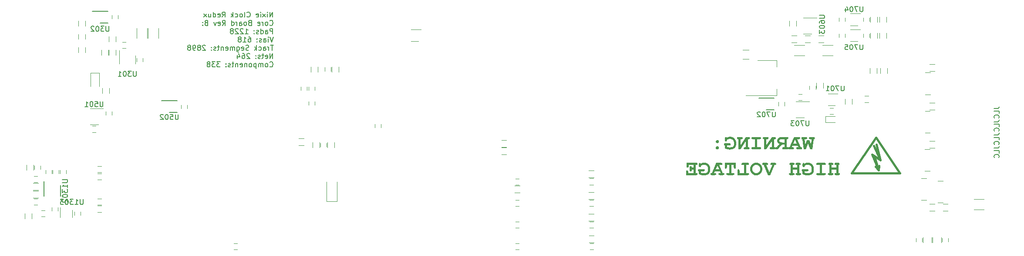
<source format=gbr>
%TF.GenerationSoftware,KiCad,Pcbnew,7.0.1*%
%TF.CreationDate,2023-08-11T20:35:27-05:00*%
%TF.ProjectId,Nixie_Clock_Core,4e697869-655f-4436-9c6f-636b5f436f72,B*%
%TF.SameCoordinates,Original*%
%TF.FileFunction,Legend,Bot*%
%TF.FilePolarity,Positive*%
%FSLAX46Y46*%
G04 Gerber Fmt 4.6, Leading zero omitted, Abs format (unit mm)*
G04 Created by KiCad (PCBNEW 7.0.1) date 2023-08-11 20:35:27*
%MOMM*%
%LPD*%
G01*
G04 APERTURE LIST*
%ADD10C,0.150000*%
%ADD11C,0.400000*%
%ADD12C,0.120000*%
%ADD13C,0.381000*%
G04 APERTURE END LIST*
D10*
X92268704Y-71259819D02*
X92268704Y-70259819D01*
X92268704Y-70259819D02*
X91697276Y-71259819D01*
X91697276Y-71259819D02*
X91697276Y-70259819D01*
X91221085Y-71259819D02*
X91221085Y-70593152D01*
X91221085Y-70259819D02*
X91268704Y-70307438D01*
X91268704Y-70307438D02*
X91221085Y-70355057D01*
X91221085Y-70355057D02*
X91173466Y-70307438D01*
X91173466Y-70307438D02*
X91221085Y-70259819D01*
X91221085Y-70259819D02*
X91221085Y-70355057D01*
X90840133Y-71259819D02*
X90316324Y-70593152D01*
X90840133Y-70593152D02*
X90316324Y-71259819D01*
X89935371Y-71259819D02*
X89935371Y-70593152D01*
X89935371Y-70259819D02*
X89982990Y-70307438D01*
X89982990Y-70307438D02*
X89935371Y-70355057D01*
X89935371Y-70355057D02*
X89887752Y-70307438D01*
X89887752Y-70307438D02*
X89935371Y-70259819D01*
X89935371Y-70259819D02*
X89935371Y-70355057D01*
X89078229Y-71212200D02*
X89173467Y-71259819D01*
X89173467Y-71259819D02*
X89363943Y-71259819D01*
X89363943Y-71259819D02*
X89459181Y-71212200D01*
X89459181Y-71212200D02*
X89506800Y-71116961D01*
X89506800Y-71116961D02*
X89506800Y-70736009D01*
X89506800Y-70736009D02*
X89459181Y-70640771D01*
X89459181Y-70640771D02*
X89363943Y-70593152D01*
X89363943Y-70593152D02*
X89173467Y-70593152D01*
X89173467Y-70593152D02*
X89078229Y-70640771D01*
X89078229Y-70640771D02*
X89030610Y-70736009D01*
X89030610Y-70736009D02*
X89030610Y-70831247D01*
X89030610Y-70831247D02*
X89506800Y-70926485D01*
X87268705Y-71164580D02*
X87316324Y-71212200D01*
X87316324Y-71212200D02*
X87459181Y-71259819D01*
X87459181Y-71259819D02*
X87554419Y-71259819D01*
X87554419Y-71259819D02*
X87697276Y-71212200D01*
X87697276Y-71212200D02*
X87792514Y-71116961D01*
X87792514Y-71116961D02*
X87840133Y-71021723D01*
X87840133Y-71021723D02*
X87887752Y-70831247D01*
X87887752Y-70831247D02*
X87887752Y-70688390D01*
X87887752Y-70688390D02*
X87840133Y-70497914D01*
X87840133Y-70497914D02*
X87792514Y-70402676D01*
X87792514Y-70402676D02*
X87697276Y-70307438D01*
X87697276Y-70307438D02*
X87554419Y-70259819D01*
X87554419Y-70259819D02*
X87459181Y-70259819D01*
X87459181Y-70259819D02*
X87316324Y-70307438D01*
X87316324Y-70307438D02*
X87268705Y-70355057D01*
X86697276Y-71259819D02*
X86792514Y-71212200D01*
X86792514Y-71212200D02*
X86840133Y-71116961D01*
X86840133Y-71116961D02*
X86840133Y-70259819D01*
X86173466Y-71259819D02*
X86268704Y-71212200D01*
X86268704Y-71212200D02*
X86316323Y-71164580D01*
X86316323Y-71164580D02*
X86363942Y-71069342D01*
X86363942Y-71069342D02*
X86363942Y-70783628D01*
X86363942Y-70783628D02*
X86316323Y-70688390D01*
X86316323Y-70688390D02*
X86268704Y-70640771D01*
X86268704Y-70640771D02*
X86173466Y-70593152D01*
X86173466Y-70593152D02*
X86030609Y-70593152D01*
X86030609Y-70593152D02*
X85935371Y-70640771D01*
X85935371Y-70640771D02*
X85887752Y-70688390D01*
X85887752Y-70688390D02*
X85840133Y-70783628D01*
X85840133Y-70783628D02*
X85840133Y-71069342D01*
X85840133Y-71069342D02*
X85887752Y-71164580D01*
X85887752Y-71164580D02*
X85935371Y-71212200D01*
X85935371Y-71212200D02*
X86030609Y-71259819D01*
X86030609Y-71259819D02*
X86173466Y-71259819D01*
X84982990Y-71212200D02*
X85078228Y-71259819D01*
X85078228Y-71259819D02*
X85268704Y-71259819D01*
X85268704Y-71259819D02*
X85363942Y-71212200D01*
X85363942Y-71212200D02*
X85411561Y-71164580D01*
X85411561Y-71164580D02*
X85459180Y-71069342D01*
X85459180Y-71069342D02*
X85459180Y-70783628D01*
X85459180Y-70783628D02*
X85411561Y-70688390D01*
X85411561Y-70688390D02*
X85363942Y-70640771D01*
X85363942Y-70640771D02*
X85268704Y-70593152D01*
X85268704Y-70593152D02*
X85078228Y-70593152D01*
X85078228Y-70593152D02*
X84982990Y-70640771D01*
X84554418Y-71259819D02*
X84554418Y-70259819D01*
X84459180Y-70878866D02*
X84173466Y-71259819D01*
X84173466Y-70593152D02*
X84554418Y-70974104D01*
X82411561Y-71259819D02*
X82744894Y-70783628D01*
X82982989Y-71259819D02*
X82982989Y-70259819D01*
X82982989Y-70259819D02*
X82602037Y-70259819D01*
X82602037Y-70259819D02*
X82506799Y-70307438D01*
X82506799Y-70307438D02*
X82459180Y-70355057D01*
X82459180Y-70355057D02*
X82411561Y-70450295D01*
X82411561Y-70450295D02*
X82411561Y-70593152D01*
X82411561Y-70593152D02*
X82459180Y-70688390D01*
X82459180Y-70688390D02*
X82506799Y-70736009D01*
X82506799Y-70736009D02*
X82602037Y-70783628D01*
X82602037Y-70783628D02*
X82982989Y-70783628D01*
X81602037Y-71212200D02*
X81697275Y-71259819D01*
X81697275Y-71259819D02*
X81887751Y-71259819D01*
X81887751Y-71259819D02*
X81982989Y-71212200D01*
X81982989Y-71212200D02*
X82030608Y-71116961D01*
X82030608Y-71116961D02*
X82030608Y-70736009D01*
X82030608Y-70736009D02*
X81982989Y-70640771D01*
X81982989Y-70640771D02*
X81887751Y-70593152D01*
X81887751Y-70593152D02*
X81697275Y-70593152D01*
X81697275Y-70593152D02*
X81602037Y-70640771D01*
X81602037Y-70640771D02*
X81554418Y-70736009D01*
X81554418Y-70736009D02*
X81554418Y-70831247D01*
X81554418Y-70831247D02*
X82030608Y-70926485D01*
X80697275Y-71259819D02*
X80697275Y-70259819D01*
X80697275Y-71212200D02*
X80792513Y-71259819D01*
X80792513Y-71259819D02*
X80982989Y-71259819D01*
X80982989Y-71259819D02*
X81078227Y-71212200D01*
X81078227Y-71212200D02*
X81125846Y-71164580D01*
X81125846Y-71164580D02*
X81173465Y-71069342D01*
X81173465Y-71069342D02*
X81173465Y-70783628D01*
X81173465Y-70783628D02*
X81125846Y-70688390D01*
X81125846Y-70688390D02*
X81078227Y-70640771D01*
X81078227Y-70640771D02*
X80982989Y-70593152D01*
X80982989Y-70593152D02*
X80792513Y-70593152D01*
X80792513Y-70593152D02*
X80697275Y-70640771D01*
X79792513Y-70593152D02*
X79792513Y-71259819D01*
X80221084Y-70593152D02*
X80221084Y-71116961D01*
X80221084Y-71116961D02*
X80173465Y-71212200D01*
X80173465Y-71212200D02*
X80078227Y-71259819D01*
X80078227Y-71259819D02*
X79935370Y-71259819D01*
X79935370Y-71259819D02*
X79840132Y-71212200D01*
X79840132Y-71212200D02*
X79792513Y-71164580D01*
X79411560Y-71259819D02*
X78887751Y-70593152D01*
X79411560Y-70593152D02*
X78887751Y-71259819D01*
X91697276Y-72784580D02*
X91744895Y-72832200D01*
X91744895Y-72832200D02*
X91887752Y-72879819D01*
X91887752Y-72879819D02*
X91982990Y-72879819D01*
X91982990Y-72879819D02*
X92125847Y-72832200D01*
X92125847Y-72832200D02*
X92221085Y-72736961D01*
X92221085Y-72736961D02*
X92268704Y-72641723D01*
X92268704Y-72641723D02*
X92316323Y-72451247D01*
X92316323Y-72451247D02*
X92316323Y-72308390D01*
X92316323Y-72308390D02*
X92268704Y-72117914D01*
X92268704Y-72117914D02*
X92221085Y-72022676D01*
X92221085Y-72022676D02*
X92125847Y-71927438D01*
X92125847Y-71927438D02*
X91982990Y-71879819D01*
X91982990Y-71879819D02*
X91887752Y-71879819D01*
X91887752Y-71879819D02*
X91744895Y-71927438D01*
X91744895Y-71927438D02*
X91697276Y-71975057D01*
X91125847Y-72879819D02*
X91221085Y-72832200D01*
X91221085Y-72832200D02*
X91268704Y-72784580D01*
X91268704Y-72784580D02*
X91316323Y-72689342D01*
X91316323Y-72689342D02*
X91316323Y-72403628D01*
X91316323Y-72403628D02*
X91268704Y-72308390D01*
X91268704Y-72308390D02*
X91221085Y-72260771D01*
X91221085Y-72260771D02*
X91125847Y-72213152D01*
X91125847Y-72213152D02*
X90982990Y-72213152D01*
X90982990Y-72213152D02*
X90887752Y-72260771D01*
X90887752Y-72260771D02*
X90840133Y-72308390D01*
X90840133Y-72308390D02*
X90792514Y-72403628D01*
X90792514Y-72403628D02*
X90792514Y-72689342D01*
X90792514Y-72689342D02*
X90840133Y-72784580D01*
X90840133Y-72784580D02*
X90887752Y-72832200D01*
X90887752Y-72832200D02*
X90982990Y-72879819D01*
X90982990Y-72879819D02*
X91125847Y-72879819D01*
X90363942Y-72879819D02*
X90363942Y-72213152D01*
X90363942Y-72403628D02*
X90316323Y-72308390D01*
X90316323Y-72308390D02*
X90268704Y-72260771D01*
X90268704Y-72260771D02*
X90173466Y-72213152D01*
X90173466Y-72213152D02*
X90078228Y-72213152D01*
X89363942Y-72832200D02*
X89459180Y-72879819D01*
X89459180Y-72879819D02*
X89649656Y-72879819D01*
X89649656Y-72879819D02*
X89744894Y-72832200D01*
X89744894Y-72832200D02*
X89792513Y-72736961D01*
X89792513Y-72736961D02*
X89792513Y-72356009D01*
X89792513Y-72356009D02*
X89744894Y-72260771D01*
X89744894Y-72260771D02*
X89649656Y-72213152D01*
X89649656Y-72213152D02*
X89459180Y-72213152D01*
X89459180Y-72213152D02*
X89363942Y-72260771D01*
X89363942Y-72260771D02*
X89316323Y-72356009D01*
X89316323Y-72356009D02*
X89316323Y-72451247D01*
X89316323Y-72451247D02*
X89792513Y-72546485D01*
X87792513Y-72356009D02*
X87649656Y-72403628D01*
X87649656Y-72403628D02*
X87602037Y-72451247D01*
X87602037Y-72451247D02*
X87554418Y-72546485D01*
X87554418Y-72546485D02*
X87554418Y-72689342D01*
X87554418Y-72689342D02*
X87602037Y-72784580D01*
X87602037Y-72784580D02*
X87649656Y-72832200D01*
X87649656Y-72832200D02*
X87744894Y-72879819D01*
X87744894Y-72879819D02*
X88125846Y-72879819D01*
X88125846Y-72879819D02*
X88125846Y-71879819D01*
X88125846Y-71879819D02*
X87792513Y-71879819D01*
X87792513Y-71879819D02*
X87697275Y-71927438D01*
X87697275Y-71927438D02*
X87649656Y-71975057D01*
X87649656Y-71975057D02*
X87602037Y-72070295D01*
X87602037Y-72070295D02*
X87602037Y-72165533D01*
X87602037Y-72165533D02*
X87649656Y-72260771D01*
X87649656Y-72260771D02*
X87697275Y-72308390D01*
X87697275Y-72308390D02*
X87792513Y-72356009D01*
X87792513Y-72356009D02*
X88125846Y-72356009D01*
X86982989Y-72879819D02*
X87078227Y-72832200D01*
X87078227Y-72832200D02*
X87125846Y-72784580D01*
X87125846Y-72784580D02*
X87173465Y-72689342D01*
X87173465Y-72689342D02*
X87173465Y-72403628D01*
X87173465Y-72403628D02*
X87125846Y-72308390D01*
X87125846Y-72308390D02*
X87078227Y-72260771D01*
X87078227Y-72260771D02*
X86982989Y-72213152D01*
X86982989Y-72213152D02*
X86840132Y-72213152D01*
X86840132Y-72213152D02*
X86744894Y-72260771D01*
X86744894Y-72260771D02*
X86697275Y-72308390D01*
X86697275Y-72308390D02*
X86649656Y-72403628D01*
X86649656Y-72403628D02*
X86649656Y-72689342D01*
X86649656Y-72689342D02*
X86697275Y-72784580D01*
X86697275Y-72784580D02*
X86744894Y-72832200D01*
X86744894Y-72832200D02*
X86840132Y-72879819D01*
X86840132Y-72879819D02*
X86982989Y-72879819D01*
X85792513Y-72879819D02*
X85792513Y-72356009D01*
X85792513Y-72356009D02*
X85840132Y-72260771D01*
X85840132Y-72260771D02*
X85935370Y-72213152D01*
X85935370Y-72213152D02*
X86125846Y-72213152D01*
X86125846Y-72213152D02*
X86221084Y-72260771D01*
X85792513Y-72832200D02*
X85887751Y-72879819D01*
X85887751Y-72879819D02*
X86125846Y-72879819D01*
X86125846Y-72879819D02*
X86221084Y-72832200D01*
X86221084Y-72832200D02*
X86268703Y-72736961D01*
X86268703Y-72736961D02*
X86268703Y-72641723D01*
X86268703Y-72641723D02*
X86221084Y-72546485D01*
X86221084Y-72546485D02*
X86125846Y-72498866D01*
X86125846Y-72498866D02*
X85887751Y-72498866D01*
X85887751Y-72498866D02*
X85792513Y-72451247D01*
X85316322Y-72879819D02*
X85316322Y-72213152D01*
X85316322Y-72403628D02*
X85268703Y-72308390D01*
X85268703Y-72308390D02*
X85221084Y-72260771D01*
X85221084Y-72260771D02*
X85125846Y-72213152D01*
X85125846Y-72213152D02*
X85030608Y-72213152D01*
X84268703Y-72879819D02*
X84268703Y-71879819D01*
X84268703Y-72832200D02*
X84363941Y-72879819D01*
X84363941Y-72879819D02*
X84554417Y-72879819D01*
X84554417Y-72879819D02*
X84649655Y-72832200D01*
X84649655Y-72832200D02*
X84697274Y-72784580D01*
X84697274Y-72784580D02*
X84744893Y-72689342D01*
X84744893Y-72689342D02*
X84744893Y-72403628D01*
X84744893Y-72403628D02*
X84697274Y-72308390D01*
X84697274Y-72308390D02*
X84649655Y-72260771D01*
X84649655Y-72260771D02*
X84554417Y-72213152D01*
X84554417Y-72213152D02*
X84363941Y-72213152D01*
X84363941Y-72213152D02*
X84268703Y-72260771D01*
X82459179Y-72879819D02*
X82792512Y-72403628D01*
X83030607Y-72879819D02*
X83030607Y-71879819D01*
X83030607Y-71879819D02*
X82649655Y-71879819D01*
X82649655Y-71879819D02*
X82554417Y-71927438D01*
X82554417Y-71927438D02*
X82506798Y-71975057D01*
X82506798Y-71975057D02*
X82459179Y-72070295D01*
X82459179Y-72070295D02*
X82459179Y-72213152D01*
X82459179Y-72213152D02*
X82506798Y-72308390D01*
X82506798Y-72308390D02*
X82554417Y-72356009D01*
X82554417Y-72356009D02*
X82649655Y-72403628D01*
X82649655Y-72403628D02*
X83030607Y-72403628D01*
X81649655Y-72832200D02*
X81744893Y-72879819D01*
X81744893Y-72879819D02*
X81935369Y-72879819D01*
X81935369Y-72879819D02*
X82030607Y-72832200D01*
X82030607Y-72832200D02*
X82078226Y-72736961D01*
X82078226Y-72736961D02*
X82078226Y-72356009D01*
X82078226Y-72356009D02*
X82030607Y-72260771D01*
X82030607Y-72260771D02*
X81935369Y-72213152D01*
X81935369Y-72213152D02*
X81744893Y-72213152D01*
X81744893Y-72213152D02*
X81649655Y-72260771D01*
X81649655Y-72260771D02*
X81602036Y-72356009D01*
X81602036Y-72356009D02*
X81602036Y-72451247D01*
X81602036Y-72451247D02*
X82078226Y-72546485D01*
X81268702Y-72213152D02*
X81030607Y-72879819D01*
X81030607Y-72879819D02*
X80792512Y-72213152D01*
X79316321Y-72356009D02*
X79173464Y-72403628D01*
X79173464Y-72403628D02*
X79125845Y-72451247D01*
X79125845Y-72451247D02*
X79078226Y-72546485D01*
X79078226Y-72546485D02*
X79078226Y-72689342D01*
X79078226Y-72689342D02*
X79125845Y-72784580D01*
X79125845Y-72784580D02*
X79173464Y-72832200D01*
X79173464Y-72832200D02*
X79268702Y-72879819D01*
X79268702Y-72879819D02*
X79649654Y-72879819D01*
X79649654Y-72879819D02*
X79649654Y-71879819D01*
X79649654Y-71879819D02*
X79316321Y-71879819D01*
X79316321Y-71879819D02*
X79221083Y-71927438D01*
X79221083Y-71927438D02*
X79173464Y-71975057D01*
X79173464Y-71975057D02*
X79125845Y-72070295D01*
X79125845Y-72070295D02*
X79125845Y-72165533D01*
X79125845Y-72165533D02*
X79173464Y-72260771D01*
X79173464Y-72260771D02*
X79221083Y-72308390D01*
X79221083Y-72308390D02*
X79316321Y-72356009D01*
X79316321Y-72356009D02*
X79649654Y-72356009D01*
X78649654Y-72784580D02*
X78602035Y-72832200D01*
X78602035Y-72832200D02*
X78649654Y-72879819D01*
X78649654Y-72879819D02*
X78697273Y-72832200D01*
X78697273Y-72832200D02*
X78649654Y-72784580D01*
X78649654Y-72784580D02*
X78649654Y-72879819D01*
X78649654Y-72260771D02*
X78602035Y-72308390D01*
X78602035Y-72308390D02*
X78649654Y-72356009D01*
X78649654Y-72356009D02*
X78697273Y-72308390D01*
X78697273Y-72308390D02*
X78649654Y-72260771D01*
X78649654Y-72260771D02*
X78649654Y-72356009D01*
X92268704Y-74499819D02*
X92268704Y-73499819D01*
X92268704Y-73499819D02*
X91887752Y-73499819D01*
X91887752Y-73499819D02*
X91792514Y-73547438D01*
X91792514Y-73547438D02*
X91744895Y-73595057D01*
X91744895Y-73595057D02*
X91697276Y-73690295D01*
X91697276Y-73690295D02*
X91697276Y-73833152D01*
X91697276Y-73833152D02*
X91744895Y-73928390D01*
X91744895Y-73928390D02*
X91792514Y-73976009D01*
X91792514Y-73976009D02*
X91887752Y-74023628D01*
X91887752Y-74023628D02*
X92268704Y-74023628D01*
X90840133Y-74499819D02*
X90840133Y-73976009D01*
X90840133Y-73976009D02*
X90887752Y-73880771D01*
X90887752Y-73880771D02*
X90982990Y-73833152D01*
X90982990Y-73833152D02*
X91173466Y-73833152D01*
X91173466Y-73833152D02*
X91268704Y-73880771D01*
X90840133Y-74452200D02*
X90935371Y-74499819D01*
X90935371Y-74499819D02*
X91173466Y-74499819D01*
X91173466Y-74499819D02*
X91268704Y-74452200D01*
X91268704Y-74452200D02*
X91316323Y-74356961D01*
X91316323Y-74356961D02*
X91316323Y-74261723D01*
X91316323Y-74261723D02*
X91268704Y-74166485D01*
X91268704Y-74166485D02*
X91173466Y-74118866D01*
X91173466Y-74118866D02*
X90935371Y-74118866D01*
X90935371Y-74118866D02*
X90840133Y-74071247D01*
X89935371Y-74499819D02*
X89935371Y-73499819D01*
X89935371Y-74452200D02*
X90030609Y-74499819D01*
X90030609Y-74499819D02*
X90221085Y-74499819D01*
X90221085Y-74499819D02*
X90316323Y-74452200D01*
X90316323Y-74452200D02*
X90363942Y-74404580D01*
X90363942Y-74404580D02*
X90411561Y-74309342D01*
X90411561Y-74309342D02*
X90411561Y-74023628D01*
X90411561Y-74023628D02*
X90363942Y-73928390D01*
X90363942Y-73928390D02*
X90316323Y-73880771D01*
X90316323Y-73880771D02*
X90221085Y-73833152D01*
X90221085Y-73833152D02*
X90030609Y-73833152D01*
X90030609Y-73833152D02*
X89935371Y-73880771D01*
X89506799Y-74452200D02*
X89411561Y-74499819D01*
X89411561Y-74499819D02*
X89221085Y-74499819D01*
X89221085Y-74499819D02*
X89125847Y-74452200D01*
X89125847Y-74452200D02*
X89078228Y-74356961D01*
X89078228Y-74356961D02*
X89078228Y-74309342D01*
X89078228Y-74309342D02*
X89125847Y-74214104D01*
X89125847Y-74214104D02*
X89221085Y-74166485D01*
X89221085Y-74166485D02*
X89363942Y-74166485D01*
X89363942Y-74166485D02*
X89459180Y-74118866D01*
X89459180Y-74118866D02*
X89506799Y-74023628D01*
X89506799Y-74023628D02*
X89506799Y-73976009D01*
X89506799Y-73976009D02*
X89459180Y-73880771D01*
X89459180Y-73880771D02*
X89363942Y-73833152D01*
X89363942Y-73833152D02*
X89221085Y-73833152D01*
X89221085Y-73833152D02*
X89125847Y-73880771D01*
X88649656Y-74404580D02*
X88602037Y-74452200D01*
X88602037Y-74452200D02*
X88649656Y-74499819D01*
X88649656Y-74499819D02*
X88697275Y-74452200D01*
X88697275Y-74452200D02*
X88649656Y-74404580D01*
X88649656Y-74404580D02*
X88649656Y-74499819D01*
X88649656Y-73880771D02*
X88602037Y-73928390D01*
X88602037Y-73928390D02*
X88649656Y-73976009D01*
X88649656Y-73976009D02*
X88697275Y-73928390D01*
X88697275Y-73928390D02*
X88649656Y-73880771D01*
X88649656Y-73880771D02*
X88649656Y-73976009D01*
X86887752Y-74499819D02*
X87459180Y-74499819D01*
X87173466Y-74499819D02*
X87173466Y-73499819D01*
X87173466Y-73499819D02*
X87268704Y-73642676D01*
X87268704Y-73642676D02*
X87363942Y-73737914D01*
X87363942Y-73737914D02*
X87459180Y-73785533D01*
X86506799Y-73595057D02*
X86459180Y-73547438D01*
X86459180Y-73547438D02*
X86363942Y-73499819D01*
X86363942Y-73499819D02*
X86125847Y-73499819D01*
X86125847Y-73499819D02*
X86030609Y-73547438D01*
X86030609Y-73547438D02*
X85982990Y-73595057D01*
X85982990Y-73595057D02*
X85935371Y-73690295D01*
X85935371Y-73690295D02*
X85935371Y-73785533D01*
X85935371Y-73785533D02*
X85982990Y-73928390D01*
X85982990Y-73928390D02*
X86554418Y-74499819D01*
X86554418Y-74499819D02*
X85935371Y-74499819D01*
X85554418Y-73595057D02*
X85506799Y-73547438D01*
X85506799Y-73547438D02*
X85411561Y-73499819D01*
X85411561Y-73499819D02*
X85173466Y-73499819D01*
X85173466Y-73499819D02*
X85078228Y-73547438D01*
X85078228Y-73547438D02*
X85030609Y-73595057D01*
X85030609Y-73595057D02*
X84982990Y-73690295D01*
X84982990Y-73690295D02*
X84982990Y-73785533D01*
X84982990Y-73785533D02*
X85030609Y-73928390D01*
X85030609Y-73928390D02*
X85602037Y-74499819D01*
X85602037Y-74499819D02*
X84982990Y-74499819D01*
X84411561Y-73928390D02*
X84506799Y-73880771D01*
X84506799Y-73880771D02*
X84554418Y-73833152D01*
X84554418Y-73833152D02*
X84602037Y-73737914D01*
X84602037Y-73737914D02*
X84602037Y-73690295D01*
X84602037Y-73690295D02*
X84554418Y-73595057D01*
X84554418Y-73595057D02*
X84506799Y-73547438D01*
X84506799Y-73547438D02*
X84411561Y-73499819D01*
X84411561Y-73499819D02*
X84221085Y-73499819D01*
X84221085Y-73499819D02*
X84125847Y-73547438D01*
X84125847Y-73547438D02*
X84078228Y-73595057D01*
X84078228Y-73595057D02*
X84030609Y-73690295D01*
X84030609Y-73690295D02*
X84030609Y-73737914D01*
X84030609Y-73737914D02*
X84078228Y-73833152D01*
X84078228Y-73833152D02*
X84125847Y-73880771D01*
X84125847Y-73880771D02*
X84221085Y-73928390D01*
X84221085Y-73928390D02*
X84411561Y-73928390D01*
X84411561Y-73928390D02*
X84506799Y-73976009D01*
X84506799Y-73976009D02*
X84554418Y-74023628D01*
X84554418Y-74023628D02*
X84602037Y-74118866D01*
X84602037Y-74118866D02*
X84602037Y-74309342D01*
X84602037Y-74309342D02*
X84554418Y-74404580D01*
X84554418Y-74404580D02*
X84506799Y-74452200D01*
X84506799Y-74452200D02*
X84411561Y-74499819D01*
X84411561Y-74499819D02*
X84221085Y-74499819D01*
X84221085Y-74499819D02*
X84125847Y-74452200D01*
X84125847Y-74452200D02*
X84078228Y-74404580D01*
X84078228Y-74404580D02*
X84030609Y-74309342D01*
X84030609Y-74309342D02*
X84030609Y-74118866D01*
X84030609Y-74118866D02*
X84078228Y-74023628D01*
X84078228Y-74023628D02*
X84125847Y-73976009D01*
X84125847Y-73976009D02*
X84221085Y-73928390D01*
X92411561Y-75119819D02*
X92078228Y-76119819D01*
X92078228Y-76119819D02*
X91744895Y-75119819D01*
X91411561Y-76119819D02*
X91411561Y-75453152D01*
X91411561Y-75119819D02*
X91459180Y-75167438D01*
X91459180Y-75167438D02*
X91411561Y-75215057D01*
X91411561Y-75215057D02*
X91363942Y-75167438D01*
X91363942Y-75167438D02*
X91411561Y-75119819D01*
X91411561Y-75119819D02*
X91411561Y-75215057D01*
X90506800Y-76119819D02*
X90506800Y-75596009D01*
X90506800Y-75596009D02*
X90554419Y-75500771D01*
X90554419Y-75500771D02*
X90649657Y-75453152D01*
X90649657Y-75453152D02*
X90840133Y-75453152D01*
X90840133Y-75453152D02*
X90935371Y-75500771D01*
X90506800Y-76072200D02*
X90602038Y-76119819D01*
X90602038Y-76119819D02*
X90840133Y-76119819D01*
X90840133Y-76119819D02*
X90935371Y-76072200D01*
X90935371Y-76072200D02*
X90982990Y-75976961D01*
X90982990Y-75976961D02*
X90982990Y-75881723D01*
X90982990Y-75881723D02*
X90935371Y-75786485D01*
X90935371Y-75786485D02*
X90840133Y-75738866D01*
X90840133Y-75738866D02*
X90602038Y-75738866D01*
X90602038Y-75738866D02*
X90506800Y-75691247D01*
X90078228Y-76072200D02*
X89982990Y-76119819D01*
X89982990Y-76119819D02*
X89792514Y-76119819D01*
X89792514Y-76119819D02*
X89697276Y-76072200D01*
X89697276Y-76072200D02*
X89649657Y-75976961D01*
X89649657Y-75976961D02*
X89649657Y-75929342D01*
X89649657Y-75929342D02*
X89697276Y-75834104D01*
X89697276Y-75834104D02*
X89792514Y-75786485D01*
X89792514Y-75786485D02*
X89935371Y-75786485D01*
X89935371Y-75786485D02*
X90030609Y-75738866D01*
X90030609Y-75738866D02*
X90078228Y-75643628D01*
X90078228Y-75643628D02*
X90078228Y-75596009D01*
X90078228Y-75596009D02*
X90030609Y-75500771D01*
X90030609Y-75500771D02*
X89935371Y-75453152D01*
X89935371Y-75453152D02*
X89792514Y-75453152D01*
X89792514Y-75453152D02*
X89697276Y-75500771D01*
X89221085Y-76024580D02*
X89173466Y-76072200D01*
X89173466Y-76072200D02*
X89221085Y-76119819D01*
X89221085Y-76119819D02*
X89268704Y-76072200D01*
X89268704Y-76072200D02*
X89221085Y-76024580D01*
X89221085Y-76024580D02*
X89221085Y-76119819D01*
X89221085Y-75500771D02*
X89173466Y-75548390D01*
X89173466Y-75548390D02*
X89221085Y-75596009D01*
X89221085Y-75596009D02*
X89268704Y-75548390D01*
X89268704Y-75548390D02*
X89221085Y-75500771D01*
X89221085Y-75500771D02*
X89221085Y-75596009D01*
X87554419Y-75119819D02*
X87744895Y-75119819D01*
X87744895Y-75119819D02*
X87840133Y-75167438D01*
X87840133Y-75167438D02*
X87887752Y-75215057D01*
X87887752Y-75215057D02*
X87982990Y-75357914D01*
X87982990Y-75357914D02*
X88030609Y-75548390D01*
X88030609Y-75548390D02*
X88030609Y-75929342D01*
X88030609Y-75929342D02*
X87982990Y-76024580D01*
X87982990Y-76024580D02*
X87935371Y-76072200D01*
X87935371Y-76072200D02*
X87840133Y-76119819D01*
X87840133Y-76119819D02*
X87649657Y-76119819D01*
X87649657Y-76119819D02*
X87554419Y-76072200D01*
X87554419Y-76072200D02*
X87506800Y-76024580D01*
X87506800Y-76024580D02*
X87459181Y-75929342D01*
X87459181Y-75929342D02*
X87459181Y-75691247D01*
X87459181Y-75691247D02*
X87506800Y-75596009D01*
X87506800Y-75596009D02*
X87554419Y-75548390D01*
X87554419Y-75548390D02*
X87649657Y-75500771D01*
X87649657Y-75500771D02*
X87840133Y-75500771D01*
X87840133Y-75500771D02*
X87935371Y-75548390D01*
X87935371Y-75548390D02*
X87982990Y-75596009D01*
X87982990Y-75596009D02*
X88030609Y-75691247D01*
X86506800Y-76119819D02*
X87078228Y-76119819D01*
X86792514Y-76119819D02*
X86792514Y-75119819D01*
X86792514Y-75119819D02*
X86887752Y-75262676D01*
X86887752Y-75262676D02*
X86982990Y-75357914D01*
X86982990Y-75357914D02*
X87078228Y-75405533D01*
X85935371Y-75548390D02*
X86030609Y-75500771D01*
X86030609Y-75500771D02*
X86078228Y-75453152D01*
X86078228Y-75453152D02*
X86125847Y-75357914D01*
X86125847Y-75357914D02*
X86125847Y-75310295D01*
X86125847Y-75310295D02*
X86078228Y-75215057D01*
X86078228Y-75215057D02*
X86030609Y-75167438D01*
X86030609Y-75167438D02*
X85935371Y-75119819D01*
X85935371Y-75119819D02*
X85744895Y-75119819D01*
X85744895Y-75119819D02*
X85649657Y-75167438D01*
X85649657Y-75167438D02*
X85602038Y-75215057D01*
X85602038Y-75215057D02*
X85554419Y-75310295D01*
X85554419Y-75310295D02*
X85554419Y-75357914D01*
X85554419Y-75357914D02*
X85602038Y-75453152D01*
X85602038Y-75453152D02*
X85649657Y-75500771D01*
X85649657Y-75500771D02*
X85744895Y-75548390D01*
X85744895Y-75548390D02*
X85935371Y-75548390D01*
X85935371Y-75548390D02*
X86030609Y-75596009D01*
X86030609Y-75596009D02*
X86078228Y-75643628D01*
X86078228Y-75643628D02*
X86125847Y-75738866D01*
X86125847Y-75738866D02*
X86125847Y-75929342D01*
X86125847Y-75929342D02*
X86078228Y-76024580D01*
X86078228Y-76024580D02*
X86030609Y-76072200D01*
X86030609Y-76072200D02*
X85935371Y-76119819D01*
X85935371Y-76119819D02*
X85744895Y-76119819D01*
X85744895Y-76119819D02*
X85649657Y-76072200D01*
X85649657Y-76072200D02*
X85602038Y-76024580D01*
X85602038Y-76024580D02*
X85554419Y-75929342D01*
X85554419Y-75929342D02*
X85554419Y-75738866D01*
X85554419Y-75738866D02*
X85602038Y-75643628D01*
X85602038Y-75643628D02*
X85649657Y-75596009D01*
X85649657Y-75596009D02*
X85744895Y-75548390D01*
X92411561Y-76739819D02*
X91840133Y-76739819D01*
X92125847Y-77739819D02*
X92125847Y-76739819D01*
X91506799Y-77739819D02*
X91506799Y-77073152D01*
X91506799Y-77263628D02*
X91459180Y-77168390D01*
X91459180Y-77168390D02*
X91411561Y-77120771D01*
X91411561Y-77120771D02*
X91316323Y-77073152D01*
X91316323Y-77073152D02*
X91221085Y-77073152D01*
X90459180Y-77739819D02*
X90459180Y-77216009D01*
X90459180Y-77216009D02*
X90506799Y-77120771D01*
X90506799Y-77120771D02*
X90602037Y-77073152D01*
X90602037Y-77073152D02*
X90792513Y-77073152D01*
X90792513Y-77073152D02*
X90887751Y-77120771D01*
X90459180Y-77692200D02*
X90554418Y-77739819D01*
X90554418Y-77739819D02*
X90792513Y-77739819D01*
X90792513Y-77739819D02*
X90887751Y-77692200D01*
X90887751Y-77692200D02*
X90935370Y-77596961D01*
X90935370Y-77596961D02*
X90935370Y-77501723D01*
X90935370Y-77501723D02*
X90887751Y-77406485D01*
X90887751Y-77406485D02*
X90792513Y-77358866D01*
X90792513Y-77358866D02*
X90554418Y-77358866D01*
X90554418Y-77358866D02*
X90459180Y-77311247D01*
X89554418Y-77692200D02*
X89649656Y-77739819D01*
X89649656Y-77739819D02*
X89840132Y-77739819D01*
X89840132Y-77739819D02*
X89935370Y-77692200D01*
X89935370Y-77692200D02*
X89982989Y-77644580D01*
X89982989Y-77644580D02*
X90030608Y-77549342D01*
X90030608Y-77549342D02*
X90030608Y-77263628D01*
X90030608Y-77263628D02*
X89982989Y-77168390D01*
X89982989Y-77168390D02*
X89935370Y-77120771D01*
X89935370Y-77120771D02*
X89840132Y-77073152D01*
X89840132Y-77073152D02*
X89649656Y-77073152D01*
X89649656Y-77073152D02*
X89554418Y-77120771D01*
X89125846Y-77739819D02*
X89125846Y-76739819D01*
X89030608Y-77358866D02*
X88744894Y-77739819D01*
X88744894Y-77073152D02*
X89125846Y-77454104D01*
X87602036Y-77692200D02*
X87459179Y-77739819D01*
X87459179Y-77739819D02*
X87221084Y-77739819D01*
X87221084Y-77739819D02*
X87125846Y-77692200D01*
X87125846Y-77692200D02*
X87078227Y-77644580D01*
X87078227Y-77644580D02*
X87030608Y-77549342D01*
X87030608Y-77549342D02*
X87030608Y-77454104D01*
X87030608Y-77454104D02*
X87078227Y-77358866D01*
X87078227Y-77358866D02*
X87125846Y-77311247D01*
X87125846Y-77311247D02*
X87221084Y-77263628D01*
X87221084Y-77263628D02*
X87411560Y-77216009D01*
X87411560Y-77216009D02*
X87506798Y-77168390D01*
X87506798Y-77168390D02*
X87554417Y-77120771D01*
X87554417Y-77120771D02*
X87602036Y-77025533D01*
X87602036Y-77025533D02*
X87602036Y-76930295D01*
X87602036Y-76930295D02*
X87554417Y-76835057D01*
X87554417Y-76835057D02*
X87506798Y-76787438D01*
X87506798Y-76787438D02*
X87411560Y-76739819D01*
X87411560Y-76739819D02*
X87173465Y-76739819D01*
X87173465Y-76739819D02*
X87030608Y-76787438D01*
X86221084Y-77692200D02*
X86316322Y-77739819D01*
X86316322Y-77739819D02*
X86506798Y-77739819D01*
X86506798Y-77739819D02*
X86602036Y-77692200D01*
X86602036Y-77692200D02*
X86649655Y-77596961D01*
X86649655Y-77596961D02*
X86649655Y-77216009D01*
X86649655Y-77216009D02*
X86602036Y-77120771D01*
X86602036Y-77120771D02*
X86506798Y-77073152D01*
X86506798Y-77073152D02*
X86316322Y-77073152D01*
X86316322Y-77073152D02*
X86221084Y-77120771D01*
X86221084Y-77120771D02*
X86173465Y-77216009D01*
X86173465Y-77216009D02*
X86173465Y-77311247D01*
X86173465Y-77311247D02*
X86649655Y-77406485D01*
X85316322Y-77073152D02*
X85316322Y-77882676D01*
X85316322Y-77882676D02*
X85363941Y-77977914D01*
X85363941Y-77977914D02*
X85411560Y-78025533D01*
X85411560Y-78025533D02*
X85506798Y-78073152D01*
X85506798Y-78073152D02*
X85649655Y-78073152D01*
X85649655Y-78073152D02*
X85744893Y-78025533D01*
X85316322Y-77692200D02*
X85411560Y-77739819D01*
X85411560Y-77739819D02*
X85602036Y-77739819D01*
X85602036Y-77739819D02*
X85697274Y-77692200D01*
X85697274Y-77692200D02*
X85744893Y-77644580D01*
X85744893Y-77644580D02*
X85792512Y-77549342D01*
X85792512Y-77549342D02*
X85792512Y-77263628D01*
X85792512Y-77263628D02*
X85744893Y-77168390D01*
X85744893Y-77168390D02*
X85697274Y-77120771D01*
X85697274Y-77120771D02*
X85602036Y-77073152D01*
X85602036Y-77073152D02*
X85411560Y-77073152D01*
X85411560Y-77073152D02*
X85316322Y-77120771D01*
X84840131Y-77739819D02*
X84840131Y-77073152D01*
X84840131Y-77168390D02*
X84792512Y-77120771D01*
X84792512Y-77120771D02*
X84697274Y-77073152D01*
X84697274Y-77073152D02*
X84554417Y-77073152D01*
X84554417Y-77073152D02*
X84459179Y-77120771D01*
X84459179Y-77120771D02*
X84411560Y-77216009D01*
X84411560Y-77216009D02*
X84411560Y-77739819D01*
X84411560Y-77216009D02*
X84363941Y-77120771D01*
X84363941Y-77120771D02*
X84268703Y-77073152D01*
X84268703Y-77073152D02*
X84125846Y-77073152D01*
X84125846Y-77073152D02*
X84030607Y-77120771D01*
X84030607Y-77120771D02*
X83982988Y-77216009D01*
X83982988Y-77216009D02*
X83982988Y-77739819D01*
X83125846Y-77692200D02*
X83221084Y-77739819D01*
X83221084Y-77739819D02*
X83411560Y-77739819D01*
X83411560Y-77739819D02*
X83506798Y-77692200D01*
X83506798Y-77692200D02*
X83554417Y-77596961D01*
X83554417Y-77596961D02*
X83554417Y-77216009D01*
X83554417Y-77216009D02*
X83506798Y-77120771D01*
X83506798Y-77120771D02*
X83411560Y-77073152D01*
X83411560Y-77073152D02*
X83221084Y-77073152D01*
X83221084Y-77073152D02*
X83125846Y-77120771D01*
X83125846Y-77120771D02*
X83078227Y-77216009D01*
X83078227Y-77216009D02*
X83078227Y-77311247D01*
X83078227Y-77311247D02*
X83554417Y-77406485D01*
X82649655Y-77073152D02*
X82649655Y-77739819D01*
X82649655Y-77168390D02*
X82602036Y-77120771D01*
X82602036Y-77120771D02*
X82506798Y-77073152D01*
X82506798Y-77073152D02*
X82363941Y-77073152D01*
X82363941Y-77073152D02*
X82268703Y-77120771D01*
X82268703Y-77120771D02*
X82221084Y-77216009D01*
X82221084Y-77216009D02*
X82221084Y-77739819D01*
X81887750Y-77073152D02*
X81506798Y-77073152D01*
X81744893Y-76739819D02*
X81744893Y-77596961D01*
X81744893Y-77596961D02*
X81697274Y-77692200D01*
X81697274Y-77692200D02*
X81602036Y-77739819D01*
X81602036Y-77739819D02*
X81506798Y-77739819D01*
X81221083Y-77692200D02*
X81125845Y-77739819D01*
X81125845Y-77739819D02*
X80935369Y-77739819D01*
X80935369Y-77739819D02*
X80840131Y-77692200D01*
X80840131Y-77692200D02*
X80792512Y-77596961D01*
X80792512Y-77596961D02*
X80792512Y-77549342D01*
X80792512Y-77549342D02*
X80840131Y-77454104D01*
X80840131Y-77454104D02*
X80935369Y-77406485D01*
X80935369Y-77406485D02*
X81078226Y-77406485D01*
X81078226Y-77406485D02*
X81173464Y-77358866D01*
X81173464Y-77358866D02*
X81221083Y-77263628D01*
X81221083Y-77263628D02*
X81221083Y-77216009D01*
X81221083Y-77216009D02*
X81173464Y-77120771D01*
X81173464Y-77120771D02*
X81078226Y-77073152D01*
X81078226Y-77073152D02*
X80935369Y-77073152D01*
X80935369Y-77073152D02*
X80840131Y-77120771D01*
X80363940Y-77644580D02*
X80316321Y-77692200D01*
X80316321Y-77692200D02*
X80363940Y-77739819D01*
X80363940Y-77739819D02*
X80411559Y-77692200D01*
X80411559Y-77692200D02*
X80363940Y-77644580D01*
X80363940Y-77644580D02*
X80363940Y-77739819D01*
X80363940Y-77120771D02*
X80316321Y-77168390D01*
X80316321Y-77168390D02*
X80363940Y-77216009D01*
X80363940Y-77216009D02*
X80411559Y-77168390D01*
X80411559Y-77168390D02*
X80363940Y-77120771D01*
X80363940Y-77120771D02*
X80363940Y-77216009D01*
X79173464Y-76835057D02*
X79125845Y-76787438D01*
X79125845Y-76787438D02*
X79030607Y-76739819D01*
X79030607Y-76739819D02*
X78792512Y-76739819D01*
X78792512Y-76739819D02*
X78697274Y-76787438D01*
X78697274Y-76787438D02*
X78649655Y-76835057D01*
X78649655Y-76835057D02*
X78602036Y-76930295D01*
X78602036Y-76930295D02*
X78602036Y-77025533D01*
X78602036Y-77025533D02*
X78649655Y-77168390D01*
X78649655Y-77168390D02*
X79221083Y-77739819D01*
X79221083Y-77739819D02*
X78602036Y-77739819D01*
X78030607Y-77168390D02*
X78125845Y-77120771D01*
X78125845Y-77120771D02*
X78173464Y-77073152D01*
X78173464Y-77073152D02*
X78221083Y-76977914D01*
X78221083Y-76977914D02*
X78221083Y-76930295D01*
X78221083Y-76930295D02*
X78173464Y-76835057D01*
X78173464Y-76835057D02*
X78125845Y-76787438D01*
X78125845Y-76787438D02*
X78030607Y-76739819D01*
X78030607Y-76739819D02*
X77840131Y-76739819D01*
X77840131Y-76739819D02*
X77744893Y-76787438D01*
X77744893Y-76787438D02*
X77697274Y-76835057D01*
X77697274Y-76835057D02*
X77649655Y-76930295D01*
X77649655Y-76930295D02*
X77649655Y-76977914D01*
X77649655Y-76977914D02*
X77697274Y-77073152D01*
X77697274Y-77073152D02*
X77744893Y-77120771D01*
X77744893Y-77120771D02*
X77840131Y-77168390D01*
X77840131Y-77168390D02*
X78030607Y-77168390D01*
X78030607Y-77168390D02*
X78125845Y-77216009D01*
X78125845Y-77216009D02*
X78173464Y-77263628D01*
X78173464Y-77263628D02*
X78221083Y-77358866D01*
X78221083Y-77358866D02*
X78221083Y-77549342D01*
X78221083Y-77549342D02*
X78173464Y-77644580D01*
X78173464Y-77644580D02*
X78125845Y-77692200D01*
X78125845Y-77692200D02*
X78030607Y-77739819D01*
X78030607Y-77739819D02*
X77840131Y-77739819D01*
X77840131Y-77739819D02*
X77744893Y-77692200D01*
X77744893Y-77692200D02*
X77697274Y-77644580D01*
X77697274Y-77644580D02*
X77649655Y-77549342D01*
X77649655Y-77549342D02*
X77649655Y-77358866D01*
X77649655Y-77358866D02*
X77697274Y-77263628D01*
X77697274Y-77263628D02*
X77744893Y-77216009D01*
X77744893Y-77216009D02*
X77840131Y-77168390D01*
X77173464Y-77739819D02*
X76982988Y-77739819D01*
X76982988Y-77739819D02*
X76887750Y-77692200D01*
X76887750Y-77692200D02*
X76840131Y-77644580D01*
X76840131Y-77644580D02*
X76744893Y-77501723D01*
X76744893Y-77501723D02*
X76697274Y-77311247D01*
X76697274Y-77311247D02*
X76697274Y-76930295D01*
X76697274Y-76930295D02*
X76744893Y-76835057D01*
X76744893Y-76835057D02*
X76792512Y-76787438D01*
X76792512Y-76787438D02*
X76887750Y-76739819D01*
X76887750Y-76739819D02*
X77078226Y-76739819D01*
X77078226Y-76739819D02*
X77173464Y-76787438D01*
X77173464Y-76787438D02*
X77221083Y-76835057D01*
X77221083Y-76835057D02*
X77268702Y-76930295D01*
X77268702Y-76930295D02*
X77268702Y-77168390D01*
X77268702Y-77168390D02*
X77221083Y-77263628D01*
X77221083Y-77263628D02*
X77173464Y-77311247D01*
X77173464Y-77311247D02*
X77078226Y-77358866D01*
X77078226Y-77358866D02*
X76887750Y-77358866D01*
X76887750Y-77358866D02*
X76792512Y-77311247D01*
X76792512Y-77311247D02*
X76744893Y-77263628D01*
X76744893Y-77263628D02*
X76697274Y-77168390D01*
X76125845Y-77168390D02*
X76221083Y-77120771D01*
X76221083Y-77120771D02*
X76268702Y-77073152D01*
X76268702Y-77073152D02*
X76316321Y-76977914D01*
X76316321Y-76977914D02*
X76316321Y-76930295D01*
X76316321Y-76930295D02*
X76268702Y-76835057D01*
X76268702Y-76835057D02*
X76221083Y-76787438D01*
X76221083Y-76787438D02*
X76125845Y-76739819D01*
X76125845Y-76739819D02*
X75935369Y-76739819D01*
X75935369Y-76739819D02*
X75840131Y-76787438D01*
X75840131Y-76787438D02*
X75792512Y-76835057D01*
X75792512Y-76835057D02*
X75744893Y-76930295D01*
X75744893Y-76930295D02*
X75744893Y-76977914D01*
X75744893Y-76977914D02*
X75792512Y-77073152D01*
X75792512Y-77073152D02*
X75840131Y-77120771D01*
X75840131Y-77120771D02*
X75935369Y-77168390D01*
X75935369Y-77168390D02*
X76125845Y-77168390D01*
X76125845Y-77168390D02*
X76221083Y-77216009D01*
X76221083Y-77216009D02*
X76268702Y-77263628D01*
X76268702Y-77263628D02*
X76316321Y-77358866D01*
X76316321Y-77358866D02*
X76316321Y-77549342D01*
X76316321Y-77549342D02*
X76268702Y-77644580D01*
X76268702Y-77644580D02*
X76221083Y-77692200D01*
X76221083Y-77692200D02*
X76125845Y-77739819D01*
X76125845Y-77739819D02*
X75935369Y-77739819D01*
X75935369Y-77739819D02*
X75840131Y-77692200D01*
X75840131Y-77692200D02*
X75792512Y-77644580D01*
X75792512Y-77644580D02*
X75744893Y-77549342D01*
X75744893Y-77549342D02*
X75744893Y-77358866D01*
X75744893Y-77358866D02*
X75792512Y-77263628D01*
X75792512Y-77263628D02*
X75840131Y-77216009D01*
X75840131Y-77216009D02*
X75935369Y-77168390D01*
X92268704Y-79359819D02*
X92268704Y-78359819D01*
X92268704Y-78359819D02*
X91697276Y-79359819D01*
X91697276Y-79359819D02*
X91697276Y-78359819D01*
X90840133Y-79312200D02*
X90935371Y-79359819D01*
X90935371Y-79359819D02*
X91125847Y-79359819D01*
X91125847Y-79359819D02*
X91221085Y-79312200D01*
X91221085Y-79312200D02*
X91268704Y-79216961D01*
X91268704Y-79216961D02*
X91268704Y-78836009D01*
X91268704Y-78836009D02*
X91221085Y-78740771D01*
X91221085Y-78740771D02*
X91125847Y-78693152D01*
X91125847Y-78693152D02*
X90935371Y-78693152D01*
X90935371Y-78693152D02*
X90840133Y-78740771D01*
X90840133Y-78740771D02*
X90792514Y-78836009D01*
X90792514Y-78836009D02*
X90792514Y-78931247D01*
X90792514Y-78931247D02*
X91268704Y-79026485D01*
X90506799Y-78693152D02*
X90125847Y-78693152D01*
X90363942Y-78359819D02*
X90363942Y-79216961D01*
X90363942Y-79216961D02*
X90316323Y-79312200D01*
X90316323Y-79312200D02*
X90221085Y-79359819D01*
X90221085Y-79359819D02*
X90125847Y-79359819D01*
X89840132Y-79312200D02*
X89744894Y-79359819D01*
X89744894Y-79359819D02*
X89554418Y-79359819D01*
X89554418Y-79359819D02*
X89459180Y-79312200D01*
X89459180Y-79312200D02*
X89411561Y-79216961D01*
X89411561Y-79216961D02*
X89411561Y-79169342D01*
X89411561Y-79169342D02*
X89459180Y-79074104D01*
X89459180Y-79074104D02*
X89554418Y-79026485D01*
X89554418Y-79026485D02*
X89697275Y-79026485D01*
X89697275Y-79026485D02*
X89792513Y-78978866D01*
X89792513Y-78978866D02*
X89840132Y-78883628D01*
X89840132Y-78883628D02*
X89840132Y-78836009D01*
X89840132Y-78836009D02*
X89792513Y-78740771D01*
X89792513Y-78740771D02*
X89697275Y-78693152D01*
X89697275Y-78693152D02*
X89554418Y-78693152D01*
X89554418Y-78693152D02*
X89459180Y-78740771D01*
X88982989Y-79264580D02*
X88935370Y-79312200D01*
X88935370Y-79312200D02*
X88982989Y-79359819D01*
X88982989Y-79359819D02*
X89030608Y-79312200D01*
X89030608Y-79312200D02*
X88982989Y-79264580D01*
X88982989Y-79264580D02*
X88982989Y-79359819D01*
X88982989Y-78740771D02*
X88935370Y-78788390D01*
X88935370Y-78788390D02*
X88982989Y-78836009D01*
X88982989Y-78836009D02*
X89030608Y-78788390D01*
X89030608Y-78788390D02*
X88982989Y-78740771D01*
X88982989Y-78740771D02*
X88982989Y-78836009D01*
X87792513Y-78455057D02*
X87744894Y-78407438D01*
X87744894Y-78407438D02*
X87649656Y-78359819D01*
X87649656Y-78359819D02*
X87411561Y-78359819D01*
X87411561Y-78359819D02*
X87316323Y-78407438D01*
X87316323Y-78407438D02*
X87268704Y-78455057D01*
X87268704Y-78455057D02*
X87221085Y-78550295D01*
X87221085Y-78550295D02*
X87221085Y-78645533D01*
X87221085Y-78645533D02*
X87268704Y-78788390D01*
X87268704Y-78788390D02*
X87840132Y-79359819D01*
X87840132Y-79359819D02*
X87221085Y-79359819D01*
X86363942Y-78359819D02*
X86554418Y-78359819D01*
X86554418Y-78359819D02*
X86649656Y-78407438D01*
X86649656Y-78407438D02*
X86697275Y-78455057D01*
X86697275Y-78455057D02*
X86792513Y-78597914D01*
X86792513Y-78597914D02*
X86840132Y-78788390D01*
X86840132Y-78788390D02*
X86840132Y-79169342D01*
X86840132Y-79169342D02*
X86792513Y-79264580D01*
X86792513Y-79264580D02*
X86744894Y-79312200D01*
X86744894Y-79312200D02*
X86649656Y-79359819D01*
X86649656Y-79359819D02*
X86459180Y-79359819D01*
X86459180Y-79359819D02*
X86363942Y-79312200D01*
X86363942Y-79312200D02*
X86316323Y-79264580D01*
X86316323Y-79264580D02*
X86268704Y-79169342D01*
X86268704Y-79169342D02*
X86268704Y-78931247D01*
X86268704Y-78931247D02*
X86316323Y-78836009D01*
X86316323Y-78836009D02*
X86363942Y-78788390D01*
X86363942Y-78788390D02*
X86459180Y-78740771D01*
X86459180Y-78740771D02*
X86649656Y-78740771D01*
X86649656Y-78740771D02*
X86744894Y-78788390D01*
X86744894Y-78788390D02*
X86792513Y-78836009D01*
X86792513Y-78836009D02*
X86840132Y-78931247D01*
X85411561Y-78693152D02*
X85411561Y-79359819D01*
X85649656Y-78312200D02*
X85887751Y-79026485D01*
X85887751Y-79026485D02*
X85268704Y-79026485D01*
X91697276Y-80884580D02*
X91744895Y-80932200D01*
X91744895Y-80932200D02*
X91887752Y-80979819D01*
X91887752Y-80979819D02*
X91982990Y-80979819D01*
X91982990Y-80979819D02*
X92125847Y-80932200D01*
X92125847Y-80932200D02*
X92221085Y-80836961D01*
X92221085Y-80836961D02*
X92268704Y-80741723D01*
X92268704Y-80741723D02*
X92316323Y-80551247D01*
X92316323Y-80551247D02*
X92316323Y-80408390D01*
X92316323Y-80408390D02*
X92268704Y-80217914D01*
X92268704Y-80217914D02*
X92221085Y-80122676D01*
X92221085Y-80122676D02*
X92125847Y-80027438D01*
X92125847Y-80027438D02*
X91982990Y-79979819D01*
X91982990Y-79979819D02*
X91887752Y-79979819D01*
X91887752Y-79979819D02*
X91744895Y-80027438D01*
X91744895Y-80027438D02*
X91697276Y-80075057D01*
X91125847Y-80979819D02*
X91221085Y-80932200D01*
X91221085Y-80932200D02*
X91268704Y-80884580D01*
X91268704Y-80884580D02*
X91316323Y-80789342D01*
X91316323Y-80789342D02*
X91316323Y-80503628D01*
X91316323Y-80503628D02*
X91268704Y-80408390D01*
X91268704Y-80408390D02*
X91221085Y-80360771D01*
X91221085Y-80360771D02*
X91125847Y-80313152D01*
X91125847Y-80313152D02*
X90982990Y-80313152D01*
X90982990Y-80313152D02*
X90887752Y-80360771D01*
X90887752Y-80360771D02*
X90840133Y-80408390D01*
X90840133Y-80408390D02*
X90792514Y-80503628D01*
X90792514Y-80503628D02*
X90792514Y-80789342D01*
X90792514Y-80789342D02*
X90840133Y-80884580D01*
X90840133Y-80884580D02*
X90887752Y-80932200D01*
X90887752Y-80932200D02*
X90982990Y-80979819D01*
X90982990Y-80979819D02*
X91125847Y-80979819D01*
X90363942Y-80979819D02*
X90363942Y-80313152D01*
X90363942Y-80408390D02*
X90316323Y-80360771D01*
X90316323Y-80360771D02*
X90221085Y-80313152D01*
X90221085Y-80313152D02*
X90078228Y-80313152D01*
X90078228Y-80313152D02*
X89982990Y-80360771D01*
X89982990Y-80360771D02*
X89935371Y-80456009D01*
X89935371Y-80456009D02*
X89935371Y-80979819D01*
X89935371Y-80456009D02*
X89887752Y-80360771D01*
X89887752Y-80360771D02*
X89792514Y-80313152D01*
X89792514Y-80313152D02*
X89649657Y-80313152D01*
X89649657Y-80313152D02*
X89554418Y-80360771D01*
X89554418Y-80360771D02*
X89506799Y-80456009D01*
X89506799Y-80456009D02*
X89506799Y-80979819D01*
X89030609Y-80313152D02*
X89030609Y-81313152D01*
X89030609Y-80360771D02*
X88935371Y-80313152D01*
X88935371Y-80313152D02*
X88744895Y-80313152D01*
X88744895Y-80313152D02*
X88649657Y-80360771D01*
X88649657Y-80360771D02*
X88602038Y-80408390D01*
X88602038Y-80408390D02*
X88554419Y-80503628D01*
X88554419Y-80503628D02*
X88554419Y-80789342D01*
X88554419Y-80789342D02*
X88602038Y-80884580D01*
X88602038Y-80884580D02*
X88649657Y-80932200D01*
X88649657Y-80932200D02*
X88744895Y-80979819D01*
X88744895Y-80979819D02*
X88935371Y-80979819D01*
X88935371Y-80979819D02*
X89030609Y-80932200D01*
X87982990Y-80979819D02*
X88078228Y-80932200D01*
X88078228Y-80932200D02*
X88125847Y-80884580D01*
X88125847Y-80884580D02*
X88173466Y-80789342D01*
X88173466Y-80789342D02*
X88173466Y-80503628D01*
X88173466Y-80503628D02*
X88125847Y-80408390D01*
X88125847Y-80408390D02*
X88078228Y-80360771D01*
X88078228Y-80360771D02*
X87982990Y-80313152D01*
X87982990Y-80313152D02*
X87840133Y-80313152D01*
X87840133Y-80313152D02*
X87744895Y-80360771D01*
X87744895Y-80360771D02*
X87697276Y-80408390D01*
X87697276Y-80408390D02*
X87649657Y-80503628D01*
X87649657Y-80503628D02*
X87649657Y-80789342D01*
X87649657Y-80789342D02*
X87697276Y-80884580D01*
X87697276Y-80884580D02*
X87744895Y-80932200D01*
X87744895Y-80932200D02*
X87840133Y-80979819D01*
X87840133Y-80979819D02*
X87982990Y-80979819D01*
X87221085Y-80313152D02*
X87221085Y-80979819D01*
X87221085Y-80408390D02*
X87173466Y-80360771D01*
X87173466Y-80360771D02*
X87078228Y-80313152D01*
X87078228Y-80313152D02*
X86935371Y-80313152D01*
X86935371Y-80313152D02*
X86840133Y-80360771D01*
X86840133Y-80360771D02*
X86792514Y-80456009D01*
X86792514Y-80456009D02*
X86792514Y-80979819D01*
X85935371Y-80932200D02*
X86030609Y-80979819D01*
X86030609Y-80979819D02*
X86221085Y-80979819D01*
X86221085Y-80979819D02*
X86316323Y-80932200D01*
X86316323Y-80932200D02*
X86363942Y-80836961D01*
X86363942Y-80836961D02*
X86363942Y-80456009D01*
X86363942Y-80456009D02*
X86316323Y-80360771D01*
X86316323Y-80360771D02*
X86221085Y-80313152D01*
X86221085Y-80313152D02*
X86030609Y-80313152D01*
X86030609Y-80313152D02*
X85935371Y-80360771D01*
X85935371Y-80360771D02*
X85887752Y-80456009D01*
X85887752Y-80456009D02*
X85887752Y-80551247D01*
X85887752Y-80551247D02*
X86363942Y-80646485D01*
X85459180Y-80313152D02*
X85459180Y-80979819D01*
X85459180Y-80408390D02*
X85411561Y-80360771D01*
X85411561Y-80360771D02*
X85316323Y-80313152D01*
X85316323Y-80313152D02*
X85173466Y-80313152D01*
X85173466Y-80313152D02*
X85078228Y-80360771D01*
X85078228Y-80360771D02*
X85030609Y-80456009D01*
X85030609Y-80456009D02*
X85030609Y-80979819D01*
X84697275Y-80313152D02*
X84316323Y-80313152D01*
X84554418Y-79979819D02*
X84554418Y-80836961D01*
X84554418Y-80836961D02*
X84506799Y-80932200D01*
X84506799Y-80932200D02*
X84411561Y-80979819D01*
X84411561Y-80979819D02*
X84316323Y-80979819D01*
X84030608Y-80932200D02*
X83935370Y-80979819D01*
X83935370Y-80979819D02*
X83744894Y-80979819D01*
X83744894Y-80979819D02*
X83649656Y-80932200D01*
X83649656Y-80932200D02*
X83602037Y-80836961D01*
X83602037Y-80836961D02*
X83602037Y-80789342D01*
X83602037Y-80789342D02*
X83649656Y-80694104D01*
X83649656Y-80694104D02*
X83744894Y-80646485D01*
X83744894Y-80646485D02*
X83887751Y-80646485D01*
X83887751Y-80646485D02*
X83982989Y-80598866D01*
X83982989Y-80598866D02*
X84030608Y-80503628D01*
X84030608Y-80503628D02*
X84030608Y-80456009D01*
X84030608Y-80456009D02*
X83982989Y-80360771D01*
X83982989Y-80360771D02*
X83887751Y-80313152D01*
X83887751Y-80313152D02*
X83744894Y-80313152D01*
X83744894Y-80313152D02*
X83649656Y-80360771D01*
X83173465Y-80884580D02*
X83125846Y-80932200D01*
X83125846Y-80932200D02*
X83173465Y-80979819D01*
X83173465Y-80979819D02*
X83221084Y-80932200D01*
X83221084Y-80932200D02*
X83173465Y-80884580D01*
X83173465Y-80884580D02*
X83173465Y-80979819D01*
X83173465Y-80360771D02*
X83125846Y-80408390D01*
X83125846Y-80408390D02*
X83173465Y-80456009D01*
X83173465Y-80456009D02*
X83221084Y-80408390D01*
X83221084Y-80408390D02*
X83173465Y-80360771D01*
X83173465Y-80360771D02*
X83173465Y-80456009D01*
X82030608Y-79979819D02*
X81411561Y-79979819D01*
X81411561Y-79979819D02*
X81744894Y-80360771D01*
X81744894Y-80360771D02*
X81602037Y-80360771D01*
X81602037Y-80360771D02*
X81506799Y-80408390D01*
X81506799Y-80408390D02*
X81459180Y-80456009D01*
X81459180Y-80456009D02*
X81411561Y-80551247D01*
X81411561Y-80551247D02*
X81411561Y-80789342D01*
X81411561Y-80789342D02*
X81459180Y-80884580D01*
X81459180Y-80884580D02*
X81506799Y-80932200D01*
X81506799Y-80932200D02*
X81602037Y-80979819D01*
X81602037Y-80979819D02*
X81887751Y-80979819D01*
X81887751Y-80979819D02*
X81982989Y-80932200D01*
X81982989Y-80932200D02*
X82030608Y-80884580D01*
X81078227Y-79979819D02*
X80459180Y-79979819D01*
X80459180Y-79979819D02*
X80792513Y-80360771D01*
X80792513Y-80360771D02*
X80649656Y-80360771D01*
X80649656Y-80360771D02*
X80554418Y-80408390D01*
X80554418Y-80408390D02*
X80506799Y-80456009D01*
X80506799Y-80456009D02*
X80459180Y-80551247D01*
X80459180Y-80551247D02*
X80459180Y-80789342D01*
X80459180Y-80789342D02*
X80506799Y-80884580D01*
X80506799Y-80884580D02*
X80554418Y-80932200D01*
X80554418Y-80932200D02*
X80649656Y-80979819D01*
X80649656Y-80979819D02*
X80935370Y-80979819D01*
X80935370Y-80979819D02*
X81030608Y-80932200D01*
X81030608Y-80932200D02*
X81078227Y-80884580D01*
X79887751Y-80408390D02*
X79982989Y-80360771D01*
X79982989Y-80360771D02*
X80030608Y-80313152D01*
X80030608Y-80313152D02*
X80078227Y-80217914D01*
X80078227Y-80217914D02*
X80078227Y-80170295D01*
X80078227Y-80170295D02*
X80030608Y-80075057D01*
X80030608Y-80075057D02*
X79982989Y-80027438D01*
X79982989Y-80027438D02*
X79887751Y-79979819D01*
X79887751Y-79979819D02*
X79697275Y-79979819D01*
X79697275Y-79979819D02*
X79602037Y-80027438D01*
X79602037Y-80027438D02*
X79554418Y-80075057D01*
X79554418Y-80075057D02*
X79506799Y-80170295D01*
X79506799Y-80170295D02*
X79506799Y-80217914D01*
X79506799Y-80217914D02*
X79554418Y-80313152D01*
X79554418Y-80313152D02*
X79602037Y-80360771D01*
X79602037Y-80360771D02*
X79697275Y-80408390D01*
X79697275Y-80408390D02*
X79887751Y-80408390D01*
X79887751Y-80408390D02*
X79982989Y-80456009D01*
X79982989Y-80456009D02*
X80030608Y-80503628D01*
X80030608Y-80503628D02*
X80078227Y-80598866D01*
X80078227Y-80598866D02*
X80078227Y-80789342D01*
X80078227Y-80789342D02*
X80030608Y-80884580D01*
X80030608Y-80884580D02*
X79982989Y-80932200D01*
X79982989Y-80932200D02*
X79887751Y-80979819D01*
X79887751Y-80979819D02*
X79697275Y-80979819D01*
X79697275Y-80979819D02*
X79602037Y-80932200D01*
X79602037Y-80932200D02*
X79554418Y-80884580D01*
X79554418Y-80884580D02*
X79506799Y-80789342D01*
X79506799Y-80789342D02*
X79506799Y-80598866D01*
X79506799Y-80598866D02*
X79554418Y-80503628D01*
X79554418Y-80503628D02*
X79602037Y-80456009D01*
X79602037Y-80456009D02*
X79697275Y-80408390D01*
D11*
G36*
X196373403Y-95912279D02*
G01*
X196765413Y-97050940D01*
X197239488Y-97050940D01*
X197490814Y-95081365D01*
X197525436Y-95079330D01*
X197556760Y-95073225D01*
X197584787Y-95063050D01*
X197613317Y-95046035D01*
X197637360Y-95023480D01*
X197656489Y-94996116D01*
X197670919Y-94965316D01*
X197679549Y-94936182D01*
X197684727Y-94904523D01*
X197686453Y-94870339D01*
X197684186Y-94836182D01*
X197677385Y-94804600D01*
X197666051Y-94775594D01*
X197650183Y-94749164D01*
X197629781Y-94725311D01*
X197621973Y-94717932D01*
X197594452Y-94698011D01*
X197566835Y-94684558D01*
X197534961Y-94673968D01*
X197498829Y-94666240D01*
X197466858Y-94662119D01*
X197432162Y-94659829D01*
X197404352Y-94659314D01*
X196841617Y-94659314D01*
X196804877Y-94660229D01*
X196770863Y-94662977D01*
X196739573Y-94667557D01*
X196704292Y-94675857D01*
X196673269Y-94687020D01*
X196646504Y-94701045D01*
X196623996Y-94717932D01*
X196601834Y-94740927D01*
X196584257Y-94766498D01*
X196571266Y-94794645D01*
X196562859Y-94825368D01*
X196559038Y-94858667D01*
X196558783Y-94870339D01*
X196561076Y-94904523D01*
X196567954Y-94936182D01*
X196579417Y-94965316D01*
X196595466Y-94991927D01*
X196616099Y-95016012D01*
X196623996Y-95023480D01*
X196651517Y-95043152D01*
X196679133Y-95056436D01*
X196711008Y-95066894D01*
X196747140Y-95074525D01*
X196779111Y-95078595D01*
X196813807Y-95080856D01*
X196841617Y-95081365D01*
X197062168Y-95081365D01*
X196921484Y-96201707D01*
X196590291Y-95268944D01*
X196151386Y-95268944D01*
X195821659Y-96201707D01*
X195680975Y-95081365D01*
X195901526Y-95081365D01*
X195938265Y-95080461D01*
X195972280Y-95077747D01*
X196003570Y-95073225D01*
X196038850Y-95065028D01*
X196069873Y-95054005D01*
X196096639Y-95040156D01*
X196119146Y-95023480D01*
X196141308Y-95000236D01*
X196158885Y-94974467D01*
X196171877Y-94946174D01*
X196180283Y-94915356D01*
X196184104Y-94882014D01*
X196184359Y-94870339D01*
X196182067Y-94836182D01*
X196175189Y-94804600D01*
X196163725Y-94775594D01*
X196147677Y-94749164D01*
X196127043Y-94725311D01*
X196119146Y-94717932D01*
X196091626Y-94698011D01*
X196064009Y-94684558D01*
X196032135Y-94673968D01*
X195996003Y-94666240D01*
X195964032Y-94662119D01*
X195929336Y-94659829D01*
X195901526Y-94659314D01*
X195340989Y-94659314D01*
X195304261Y-94660229D01*
X195270280Y-94662977D01*
X195239048Y-94667557D01*
X195203871Y-94675857D01*
X195172988Y-94687020D01*
X195146398Y-94701045D01*
X195124101Y-94717932D01*
X195101939Y-94740927D01*
X195084362Y-94766498D01*
X195071370Y-94794645D01*
X195062964Y-94825368D01*
X195059143Y-94858667D01*
X195058888Y-94870339D01*
X195060717Y-94904523D01*
X195066204Y-94936182D01*
X195075349Y-94965316D01*
X195088151Y-94991927D01*
X195107711Y-95019781D01*
X195110912Y-95023480D01*
X195135526Y-95046035D01*
X195164487Y-95063050D01*
X195192771Y-95073225D01*
X195224250Y-95079330D01*
X195258923Y-95081365D01*
X195502189Y-97050940D01*
X195967472Y-97050940D01*
X196373403Y-95912279D01*
G37*
G36*
X194562797Y-94659829D02*
G01*
X194597493Y-94662119D01*
X194629464Y-94666240D01*
X194665596Y-94673968D01*
X194697470Y-94684558D01*
X194725087Y-94698011D01*
X194752608Y-94717932D01*
X194760504Y-94725311D01*
X194781138Y-94749164D01*
X194797187Y-94775594D01*
X194808650Y-94804600D01*
X194815528Y-94836182D01*
X194817820Y-94870339D01*
X194817566Y-94882014D01*
X194813745Y-94915356D01*
X194805338Y-94946174D01*
X194792347Y-94974467D01*
X194774770Y-95000236D01*
X194752608Y-95023480D01*
X194730100Y-95040156D01*
X194703334Y-95054005D01*
X194672312Y-95065028D01*
X194637031Y-95073225D01*
X194605741Y-95077747D01*
X194571727Y-95080461D01*
X194534987Y-95081365D01*
X194258749Y-95081365D01*
X194922601Y-96628888D01*
X194960405Y-96629804D01*
X194995416Y-96632552D01*
X195027633Y-96637131D01*
X195057056Y-96643542D01*
X195089907Y-96654133D01*
X195118394Y-96667585D01*
X195146816Y-96687506D01*
X195155067Y-96694885D01*
X195176628Y-96718739D01*
X195193398Y-96745168D01*
X195205377Y-96774174D01*
X195212564Y-96805756D01*
X195214959Y-96839914D01*
X195214705Y-96851589D01*
X195210883Y-96884931D01*
X195202477Y-96915748D01*
X195189486Y-96944041D01*
X195171909Y-96969810D01*
X195149746Y-96993054D01*
X195127450Y-97009730D01*
X195100860Y-97023580D01*
X195069976Y-97034603D01*
X195034800Y-97042799D01*
X195003567Y-97047322D01*
X194969587Y-97050035D01*
X194932859Y-97050940D01*
X194364261Y-97050940D01*
X194336451Y-97050431D01*
X194301756Y-97048170D01*
X194269785Y-97044100D01*
X194233653Y-97036468D01*
X194201778Y-97026010D01*
X194174161Y-97012726D01*
X194146641Y-96993054D01*
X194138744Y-96985586D01*
X194118110Y-96961501D01*
X194102062Y-96934891D01*
X194090599Y-96905756D01*
X194083721Y-96874097D01*
X194081428Y-96839914D01*
X194081683Y-96828242D01*
X194085504Y-96794942D01*
X194093910Y-96764219D01*
X194106902Y-96736072D01*
X194124479Y-96710501D01*
X194146641Y-96687506D01*
X194169149Y-96670619D01*
X194195914Y-96656594D01*
X194226937Y-96645431D01*
X194262218Y-96637131D01*
X194293507Y-96632552D01*
X194327522Y-96629804D01*
X194364261Y-96628888D01*
X194466843Y-96628888D01*
X194364261Y-96347520D01*
X193337709Y-96347520D01*
X193236592Y-96628888D01*
X193339907Y-96628888D01*
X193367717Y-96629403D01*
X193402413Y-96631693D01*
X193434384Y-96635814D01*
X193470516Y-96643542D01*
X193502390Y-96654133D01*
X193530007Y-96667585D01*
X193557527Y-96687506D01*
X193565335Y-96694885D01*
X193585737Y-96718739D01*
X193601606Y-96745168D01*
X193612940Y-96774174D01*
X193619741Y-96805756D01*
X193622007Y-96839914D01*
X193621756Y-96851589D01*
X193617977Y-96884931D01*
X193609666Y-96915748D01*
X193596820Y-96944041D01*
X193579441Y-96969810D01*
X193557527Y-96993054D01*
X193535020Y-97009730D01*
X193508254Y-97023580D01*
X193477231Y-97034603D01*
X193441951Y-97042799D01*
X193410661Y-97047322D01*
X193376646Y-97050035D01*
X193339907Y-97050940D01*
X192771310Y-97050940D01*
X192743512Y-97050431D01*
X192708874Y-97048170D01*
X192677006Y-97044100D01*
X192641067Y-97036468D01*
X192609457Y-97026010D01*
X192582177Y-97012726D01*
X192555155Y-96993054D01*
X192547347Y-96985586D01*
X192526945Y-96961501D01*
X192511076Y-96934891D01*
X192499742Y-96905756D01*
X192492941Y-96874097D01*
X192490675Y-96839914D01*
X192491044Y-96828161D01*
X192496582Y-96793660D01*
X192506274Y-96765775D01*
X192520582Y-96738677D01*
X192539505Y-96712366D01*
X192563043Y-96686842D01*
X192585197Y-96666990D01*
X192591545Y-96662376D01*
X192619985Y-96648571D01*
X192652065Y-96639641D01*
X192684229Y-96634246D01*
X192713516Y-96631269D01*
X192745962Y-96629483D01*
X192781568Y-96628888D01*
X193081725Y-95925468D01*
X193512831Y-95925468D01*
X194195001Y-95925468D01*
X193852817Y-95199334D01*
X193512831Y-95925468D01*
X193081725Y-95925468D01*
X193622007Y-94659314D01*
X194534987Y-94659314D01*
X194562797Y-94659829D01*
G37*
G36*
X192285477Y-94659829D02*
G01*
X192320173Y-94662119D01*
X192352144Y-94666240D01*
X192388276Y-94673968D01*
X192420150Y-94684558D01*
X192447767Y-94698011D01*
X192475287Y-94717932D01*
X192483095Y-94725311D01*
X192503497Y-94749164D01*
X192519365Y-94775594D01*
X192530700Y-94804600D01*
X192537501Y-94836182D01*
X192539767Y-94870339D01*
X192539516Y-94882014D01*
X192535737Y-94915356D01*
X192527425Y-94946174D01*
X192514580Y-94974467D01*
X192497200Y-95000236D01*
X192475287Y-95023480D01*
X192452779Y-95040156D01*
X192426014Y-95054005D01*
X192394991Y-95065028D01*
X192359711Y-95073225D01*
X192328421Y-95077747D01*
X192294406Y-95080461D01*
X192257667Y-95081365D01*
X192191721Y-95081365D01*
X192191721Y-96628888D01*
X192257667Y-96628888D01*
X192285091Y-96629403D01*
X192319351Y-96631693D01*
X192350979Y-96635814D01*
X192386810Y-96643542D01*
X192418527Y-96654133D01*
X192446130Y-96667585D01*
X192473822Y-96687506D01*
X192481807Y-96694885D01*
X192502673Y-96718739D01*
X192518902Y-96745168D01*
X192530494Y-96774174D01*
X192537449Y-96805756D01*
X192539767Y-96839914D01*
X192539516Y-96851589D01*
X192535737Y-96884931D01*
X192527425Y-96915748D01*
X192514580Y-96944041D01*
X192497200Y-96969810D01*
X192475287Y-96993054D01*
X192452779Y-97009730D01*
X192426014Y-97023580D01*
X192394991Y-97034603D01*
X192359711Y-97042799D01*
X192328421Y-97047322D01*
X192294406Y-97050035D01*
X192257667Y-97050940D01*
X191616529Y-97050940D01*
X191588726Y-97050431D01*
X191554059Y-97048170D01*
X191522139Y-97044100D01*
X191486104Y-97036468D01*
X191454362Y-97026010D01*
X191426913Y-97012726D01*
X191399642Y-96993054D01*
X191391745Y-96985586D01*
X191371111Y-96961501D01*
X191355063Y-96934891D01*
X191343599Y-96905756D01*
X191336722Y-96874097D01*
X191334429Y-96839914D01*
X191334684Y-96828242D01*
X191338505Y-96794942D01*
X191346911Y-96764219D01*
X191359903Y-96736072D01*
X191377480Y-96710501D01*
X191399642Y-96687506D01*
X191421938Y-96670619D01*
X191448529Y-96656594D01*
X191479412Y-96645431D01*
X191514589Y-96637131D01*
X191545821Y-96632552D01*
X191579801Y-96629804D01*
X191616529Y-96628888D01*
X191769670Y-96628888D01*
X191769670Y-96159942D01*
X191351282Y-96159942D01*
X191329998Y-96169906D01*
X191286401Y-96193296D01*
X191241430Y-96221300D01*
X191195085Y-96253918D01*
X191171397Y-96271957D01*
X191147366Y-96291150D01*
X191122991Y-96311496D01*
X191098273Y-96332996D01*
X191073211Y-96355649D01*
X191047806Y-96379455D01*
X191022058Y-96404415D01*
X190995966Y-96430529D01*
X190969530Y-96457796D01*
X190942751Y-96486216D01*
X190915629Y-96515790D01*
X190888163Y-96546517D01*
X190860354Y-96578398D01*
X190832201Y-96611433D01*
X190803705Y-96645620D01*
X190774865Y-96680962D01*
X190745682Y-96717456D01*
X190716155Y-96755105D01*
X190686285Y-96793906D01*
X190656071Y-96833862D01*
X190625514Y-96874970D01*
X190594614Y-96917232D01*
X190563370Y-96960648D01*
X190531782Y-97005217D01*
X190499851Y-97050940D01*
X190258783Y-97050940D01*
X190230986Y-97050431D01*
X190196348Y-97048170D01*
X190164480Y-97044100D01*
X190128541Y-97036468D01*
X190096931Y-97026010D01*
X190069651Y-97012726D01*
X190042629Y-96993054D01*
X190034820Y-96985586D01*
X190014418Y-96961501D01*
X189998550Y-96934891D01*
X189987216Y-96905756D01*
X189980415Y-96874097D01*
X189978148Y-96839914D01*
X189981420Y-96805086D01*
X189991234Y-96771495D01*
X190004411Y-96744447D01*
X190022132Y-96718258D01*
X190044397Y-96692927D01*
X190071205Y-96668455D01*
X190085745Y-96659182D01*
X190113995Y-96647590D01*
X190143440Y-96640055D01*
X190178252Y-96634452D01*
X190209965Y-96631361D01*
X190245113Y-96629506D01*
X190283696Y-96628888D01*
X190303497Y-96601144D01*
X190322783Y-96574334D01*
X190341553Y-96548457D01*
X190359808Y-96523512D01*
X190377548Y-96499501D01*
X190403193Y-96465234D01*
X190427677Y-96433066D01*
X190451003Y-96402998D01*
X190473170Y-96375029D01*
X190494177Y-96349159D01*
X190514025Y-96325389D01*
X190538686Y-96296962D01*
X190557665Y-96276405D01*
X190585866Y-96246451D01*
X190613745Y-96217552D01*
X190641301Y-96189710D01*
X190668536Y-96162924D01*
X190695449Y-96137194D01*
X190722040Y-96112520D01*
X190748308Y-96088903D01*
X190774255Y-96066341D01*
X190799880Y-96044836D01*
X190825183Y-96024387D01*
X190810780Y-96016750D01*
X190782661Y-96001272D01*
X190755459Y-95985518D01*
X190729172Y-95969489D01*
X190703802Y-95953186D01*
X190679347Y-95936608D01*
X190644382Y-95911226D01*
X190611478Y-95885226D01*
X190580634Y-95858607D01*
X190551852Y-95831370D01*
X190525130Y-95803515D01*
X190500469Y-95775042D01*
X190477869Y-95745950D01*
X190463850Y-95726126D01*
X190444517Y-95695897D01*
X190427219Y-95665075D01*
X190411957Y-95633661D01*
X190398729Y-95601654D01*
X190387536Y-95569055D01*
X190378378Y-95535863D01*
X190371256Y-95502079D01*
X190366168Y-95467702D01*
X190363116Y-95432733D01*
X190362098Y-95397171D01*
X190362393Y-95385448D01*
X190784150Y-95385448D01*
X190784413Y-95394890D01*
X190789482Y-95428074D01*
X190798962Y-95456685D01*
X190813181Y-95485450D01*
X190832141Y-95514370D01*
X190851561Y-95538588D01*
X190875493Y-95562469D01*
X190899094Y-95581343D01*
X190926658Y-95600010D01*
X190958182Y-95618472D01*
X190984425Y-95632182D01*
X191012896Y-95645777D01*
X191043596Y-95659256D01*
X191076524Y-95672619D01*
X191111679Y-95685866D01*
X191120740Y-95689067D01*
X191157754Y-95700854D01*
X191186326Y-95708627D01*
X191215594Y-95715485D01*
X191245557Y-95721429D01*
X191276216Y-95726459D01*
X191307570Y-95730574D01*
X191339620Y-95733775D01*
X191372365Y-95736061D01*
X191405806Y-95737433D01*
X191439942Y-95737890D01*
X191769670Y-95737890D01*
X191769670Y-95081365D01*
X191285336Y-95081365D01*
X191255114Y-95081740D01*
X191211509Y-95083709D01*
X191169977Y-95087364D01*
X191130519Y-95092707D01*
X191093135Y-95099738D01*
X191057825Y-95108455D01*
X191024588Y-95118860D01*
X190993425Y-95130952D01*
X190964335Y-95144732D01*
X190937319Y-95160199D01*
X190912377Y-95177353D01*
X190904488Y-95183368D01*
X190875437Y-95207742D01*
X190850392Y-95232621D01*
X190829355Y-95258003D01*
X190812325Y-95283889D01*
X190796672Y-95316955D01*
X190787280Y-95350807D01*
X190784150Y-95385448D01*
X190362393Y-95385448D01*
X190363060Y-95358978D01*
X190365945Y-95321517D01*
X190370754Y-95284789D01*
X190377485Y-95248794D01*
X190386141Y-95213531D01*
X190396720Y-95179001D01*
X190409222Y-95145204D01*
X190423647Y-95112140D01*
X190439996Y-95079808D01*
X190458269Y-95048209D01*
X190478465Y-95017343D01*
X190500584Y-94987210D01*
X190524627Y-94957809D01*
X190550593Y-94929141D01*
X190578482Y-94901206D01*
X190608295Y-94874003D01*
X190639854Y-94848005D01*
X190672981Y-94823685D01*
X190707677Y-94801042D01*
X190743941Y-94780076D01*
X190781774Y-94760788D01*
X190821175Y-94743177D01*
X190862145Y-94727243D01*
X190904684Y-94712986D01*
X190948790Y-94700406D01*
X190994466Y-94689504D01*
X191041710Y-94680279D01*
X191090522Y-94672732D01*
X191140903Y-94666861D01*
X191192852Y-94662668D01*
X191246370Y-94660152D01*
X191301456Y-94659314D01*
X192257667Y-94659314D01*
X192285477Y-94659829D01*
G37*
G36*
X189341407Y-95422817D02*
G01*
X189341407Y-96628888D01*
X189189000Y-96628888D01*
X189152272Y-96629804D01*
X189118291Y-96632552D01*
X189087059Y-96637131D01*
X189051882Y-96645431D01*
X189020999Y-96656594D01*
X188994409Y-96670619D01*
X188972112Y-96687506D01*
X188949950Y-96710501D01*
X188932373Y-96736072D01*
X188919381Y-96764219D01*
X188910975Y-96794942D01*
X188907154Y-96828242D01*
X188906899Y-96839914D01*
X188909192Y-96874097D01*
X188916070Y-96905756D01*
X188927533Y-96934891D01*
X188943582Y-96961501D01*
X188964215Y-96985586D01*
X188972112Y-96993054D01*
X188999383Y-97012726D01*
X189026832Y-97026010D01*
X189058574Y-97036468D01*
X189094609Y-97044100D01*
X189126529Y-97048170D01*
X189161196Y-97050431D01*
X189189000Y-97050940D01*
X189743675Y-97050940D01*
X189780415Y-97050035D01*
X189814429Y-97047322D01*
X189845719Y-97042799D01*
X189881000Y-97034603D01*
X189912023Y-97023580D01*
X189938788Y-97009730D01*
X189961296Y-96993054D01*
X189983209Y-96969810D01*
X190000588Y-96944041D01*
X190013434Y-96915748D01*
X190021746Y-96884931D01*
X190025524Y-96851589D01*
X190025776Y-96839914D01*
X190023535Y-96805756D01*
X190016811Y-96774174D01*
X190005606Y-96745168D01*
X189989918Y-96718739D01*
X189969748Y-96694885D01*
X189962028Y-96687506D01*
X189935427Y-96667585D01*
X189903983Y-96651786D01*
X189874079Y-96641768D01*
X189840813Y-96634612D01*
X189804184Y-96630319D01*
X189772459Y-96628945D01*
X189764192Y-96628888D01*
X189764192Y-95081365D01*
X189830137Y-95081365D01*
X189866877Y-95080461D01*
X189900891Y-95077747D01*
X189932181Y-95073225D01*
X189967462Y-95065028D01*
X189998484Y-95054005D01*
X190025250Y-95040156D01*
X190047758Y-95023480D01*
X190069671Y-95000236D01*
X190087050Y-94974467D01*
X190099896Y-94946174D01*
X190108208Y-94915356D01*
X190111986Y-94882014D01*
X190112238Y-94870339D01*
X190109971Y-94836182D01*
X190103170Y-94804600D01*
X190091836Y-94775594D01*
X190075968Y-94749164D01*
X190055566Y-94725311D01*
X190047758Y-94717932D01*
X190020237Y-94698011D01*
X189992621Y-94684558D01*
X189960746Y-94673968D01*
X189924614Y-94666240D01*
X189892643Y-94662119D01*
X189857947Y-94659829D01*
X189830137Y-94659314D01*
X189341407Y-94659314D01*
X188261365Y-96281575D01*
X188261365Y-95081365D01*
X188413773Y-95081365D01*
X188450684Y-95080461D01*
X188484848Y-95077747D01*
X188516263Y-95073225D01*
X188544931Y-95066894D01*
X188576902Y-95056436D01*
X188604580Y-95043152D01*
X188632126Y-95023480D01*
X188654039Y-95000236D01*
X188671419Y-94974467D01*
X188684264Y-94946174D01*
X188692576Y-94915356D01*
X188696354Y-94882014D01*
X188696606Y-94870339D01*
X188694339Y-94836182D01*
X188687539Y-94804600D01*
X188676204Y-94775594D01*
X188660336Y-94749164D01*
X188639934Y-94725311D01*
X188632126Y-94717932D01*
X188604580Y-94698011D01*
X188576902Y-94684558D01*
X188544931Y-94673968D01*
X188516263Y-94667557D01*
X188484848Y-94662977D01*
X188450684Y-94660229D01*
X188413773Y-94659314D01*
X187859830Y-94659314D01*
X187823102Y-94660229D01*
X187789122Y-94662977D01*
X187757889Y-94667557D01*
X187722713Y-94675857D01*
X187691829Y-94687020D01*
X187665239Y-94701045D01*
X187642943Y-94717932D01*
X187620780Y-94740927D01*
X187603203Y-94766498D01*
X187590212Y-94794645D01*
X187581806Y-94825368D01*
X187577984Y-94858667D01*
X187577730Y-94870339D01*
X187579971Y-94904523D01*
X187586694Y-94936182D01*
X187597900Y-94965316D01*
X187613588Y-94991927D01*
X187633758Y-95016012D01*
X187641477Y-95023480D01*
X187667778Y-95043152D01*
X187698870Y-95058754D01*
X187728441Y-95068646D01*
X187761338Y-95075712D01*
X187797563Y-95079952D01*
X187828939Y-95081309D01*
X187837116Y-95081365D01*
X187837116Y-97050940D01*
X188255504Y-97050940D01*
X189341407Y-95422817D01*
G37*
G36*
X186080765Y-95081365D02*
G01*
X186080765Y-96628888D01*
X185654317Y-96628888D01*
X185617589Y-96629804D01*
X185583609Y-96632552D01*
X185552376Y-96637131D01*
X185517200Y-96645431D01*
X185486316Y-96656594D01*
X185459726Y-96670619D01*
X185437430Y-96687506D01*
X185415267Y-96710501D01*
X185397691Y-96736072D01*
X185384699Y-96764219D01*
X185376293Y-96794942D01*
X185372472Y-96828242D01*
X185372217Y-96839914D01*
X185374509Y-96874097D01*
X185381387Y-96905756D01*
X185392851Y-96934891D01*
X185408899Y-96961501D01*
X185429533Y-96985586D01*
X185437430Y-96993054D01*
X185464701Y-97012726D01*
X185492150Y-97026010D01*
X185523892Y-97036468D01*
X185559927Y-97044100D01*
X185591846Y-97048170D01*
X185626514Y-97050431D01*
X185654317Y-97050940D01*
X186929998Y-97050940D01*
X186966737Y-97050035D01*
X187000752Y-97047322D01*
X187032042Y-97042799D01*
X187067322Y-97034603D01*
X187098345Y-97023580D01*
X187125110Y-97009730D01*
X187147618Y-96993054D01*
X187169531Y-96969810D01*
X187186911Y-96944041D01*
X187199756Y-96915748D01*
X187208068Y-96884931D01*
X187211846Y-96851589D01*
X187212098Y-96839914D01*
X187209831Y-96805756D01*
X187203031Y-96774174D01*
X187191696Y-96745168D01*
X187175828Y-96718739D01*
X187155426Y-96694885D01*
X187147618Y-96687506D01*
X187120098Y-96667585D01*
X187092481Y-96654133D01*
X187060607Y-96643542D01*
X187024475Y-96635814D01*
X186992504Y-96631693D01*
X186957808Y-96629403D01*
X186929998Y-96628888D01*
X186503550Y-96628888D01*
X186503550Y-95081365D01*
X186929998Y-95081365D01*
X186966737Y-95080461D01*
X187000752Y-95077747D01*
X187032042Y-95073225D01*
X187067322Y-95065028D01*
X187098345Y-95054005D01*
X187125110Y-95040156D01*
X187147618Y-95023480D01*
X187169531Y-95000236D01*
X187186911Y-94974467D01*
X187199756Y-94946174D01*
X187208068Y-94915356D01*
X187211846Y-94882014D01*
X187212098Y-94870339D01*
X187209831Y-94836182D01*
X187203031Y-94804600D01*
X187191696Y-94775594D01*
X187175828Y-94749164D01*
X187155426Y-94725311D01*
X187147618Y-94717932D01*
X187120098Y-94698011D01*
X187092481Y-94684558D01*
X187060607Y-94673968D01*
X187024475Y-94666240D01*
X186992504Y-94662119D01*
X186957808Y-94659829D01*
X186929998Y-94659314D01*
X185654317Y-94659314D01*
X185617589Y-94660229D01*
X185583609Y-94662977D01*
X185552376Y-94667557D01*
X185517200Y-94675857D01*
X185486316Y-94687020D01*
X185459726Y-94701045D01*
X185437430Y-94717932D01*
X185415267Y-94740927D01*
X185397691Y-94766498D01*
X185384699Y-94794645D01*
X185376293Y-94825368D01*
X185372472Y-94858667D01*
X185372217Y-94870339D01*
X185374509Y-94904523D01*
X185381387Y-94936182D01*
X185392851Y-94965316D01*
X185408899Y-94991927D01*
X185429533Y-95016012D01*
X185437430Y-95023480D01*
X185464701Y-95043152D01*
X185492150Y-95056436D01*
X185523892Y-95066894D01*
X185559927Y-95074525D01*
X185591846Y-95078595D01*
X185626514Y-95080856D01*
X185654317Y-95081365D01*
X186080765Y-95081365D01*
G37*
G36*
X184300235Y-95422817D02*
G01*
X184300235Y-96628888D01*
X184147827Y-96628888D01*
X184111099Y-96629804D01*
X184077119Y-96632552D01*
X184045887Y-96637131D01*
X184010710Y-96645431D01*
X183979826Y-96656594D01*
X183953236Y-96670619D01*
X183930940Y-96687506D01*
X183908778Y-96710501D01*
X183891201Y-96736072D01*
X183878209Y-96764219D01*
X183869803Y-96794942D01*
X183865982Y-96828242D01*
X183865727Y-96839914D01*
X183868020Y-96874097D01*
X183874897Y-96905756D01*
X183886361Y-96934891D01*
X183902409Y-96961501D01*
X183923043Y-96985586D01*
X183930940Y-96993054D01*
X183958211Y-97012726D01*
X183985660Y-97026010D01*
X184017402Y-97036468D01*
X184053437Y-97044100D01*
X184085357Y-97048170D01*
X184120024Y-97050431D01*
X184147827Y-97050940D01*
X184702503Y-97050940D01*
X184739242Y-97050035D01*
X184773257Y-97047322D01*
X184804547Y-97042799D01*
X184839827Y-97034603D01*
X184870850Y-97023580D01*
X184897616Y-97009730D01*
X184920123Y-96993054D01*
X184942036Y-96969810D01*
X184959416Y-96944041D01*
X184972262Y-96915748D01*
X184980573Y-96884931D01*
X184984352Y-96851589D01*
X184984603Y-96839914D01*
X184982362Y-96805756D01*
X184975639Y-96774174D01*
X184964433Y-96745168D01*
X184948745Y-96718739D01*
X184928575Y-96694885D01*
X184920856Y-96687506D01*
X184894255Y-96667585D01*
X184862810Y-96651786D01*
X184832907Y-96641768D01*
X184799641Y-96634612D01*
X184763012Y-96630319D01*
X184731287Y-96628945D01*
X184723019Y-96628888D01*
X184723019Y-95081365D01*
X184788965Y-95081365D01*
X184825704Y-95080461D01*
X184859719Y-95077747D01*
X184891009Y-95073225D01*
X184926289Y-95065028D01*
X184957312Y-95054005D01*
X184984077Y-95040156D01*
X185006585Y-95023480D01*
X185028498Y-95000236D01*
X185045878Y-94974467D01*
X185058723Y-94946174D01*
X185067035Y-94915356D01*
X185070813Y-94882014D01*
X185071065Y-94870339D01*
X185068798Y-94836182D01*
X185061998Y-94804600D01*
X185050663Y-94775594D01*
X185034795Y-94749164D01*
X185014393Y-94725311D01*
X185006585Y-94717932D01*
X184979065Y-94698011D01*
X184951448Y-94684558D01*
X184919574Y-94673968D01*
X184883442Y-94666240D01*
X184851471Y-94662119D01*
X184816775Y-94659829D01*
X184788965Y-94659314D01*
X184300235Y-94659314D01*
X183220193Y-96281575D01*
X183220193Y-95081365D01*
X183372601Y-95081365D01*
X183409512Y-95080461D01*
X183443675Y-95077747D01*
X183475091Y-95073225D01*
X183503759Y-95066894D01*
X183535730Y-95056436D01*
X183563408Y-95043152D01*
X183590954Y-95023480D01*
X183612867Y-95000236D01*
X183630246Y-94974467D01*
X183643092Y-94946174D01*
X183651404Y-94915356D01*
X183655182Y-94882014D01*
X183655434Y-94870339D01*
X183653167Y-94836182D01*
X183646366Y-94804600D01*
X183635032Y-94775594D01*
X183619164Y-94749164D01*
X183598762Y-94725311D01*
X183590954Y-94717932D01*
X183563408Y-94698011D01*
X183535730Y-94684558D01*
X183503759Y-94673968D01*
X183475091Y-94667557D01*
X183443675Y-94662977D01*
X183409512Y-94660229D01*
X183372601Y-94659314D01*
X182818658Y-94659314D01*
X182781930Y-94660229D01*
X182747950Y-94662977D01*
X182716717Y-94667557D01*
X182681540Y-94675857D01*
X182650657Y-94687020D01*
X182624067Y-94701045D01*
X182601770Y-94717932D01*
X182579608Y-94740927D01*
X182562031Y-94766498D01*
X182549039Y-94794645D01*
X182540633Y-94825368D01*
X182536812Y-94858667D01*
X182536557Y-94870339D01*
X182538798Y-94904523D01*
X182545522Y-94936182D01*
X182556727Y-94965316D01*
X182572415Y-94991927D01*
X182592585Y-95016012D01*
X182600305Y-95023480D01*
X182626606Y-95043152D01*
X182657698Y-95058754D01*
X182687268Y-95068646D01*
X182720166Y-95075712D01*
X182756391Y-95079952D01*
X182787767Y-95081309D01*
X182795943Y-95081365D01*
X182795943Y-97050940D01*
X183214331Y-97050940D01*
X184300235Y-95422817D01*
G37*
G36*
X180186697Y-96300625D02*
G01*
X180186697Y-96842112D01*
X180222174Y-96860158D01*
X180256982Y-96877477D01*
X180291119Y-96894070D01*
X180324587Y-96909935D01*
X180357385Y-96925073D01*
X180389514Y-96939485D01*
X180420973Y-96953169D01*
X180451761Y-96966126D01*
X180481881Y-96978356D01*
X180511330Y-96989860D01*
X180540110Y-97000636D01*
X180568220Y-97010685D01*
X180609129Y-97024396D01*
X180648531Y-97036471D01*
X180673961Y-97043612D01*
X180711889Y-97053302D01*
X180750383Y-97062039D01*
X180789443Y-97069823D01*
X180829071Y-97076654D01*
X180869265Y-97082531D01*
X180910026Y-97087456D01*
X180951354Y-97091427D01*
X180993248Y-97094445D01*
X181035709Y-97096510D01*
X181078737Y-97097622D01*
X181107737Y-97097834D01*
X181148034Y-97097476D01*
X181187959Y-97096403D01*
X181227512Y-97094614D01*
X181266693Y-97092110D01*
X181305502Y-97088890D01*
X181343939Y-97084954D01*
X181382003Y-97080303D01*
X181419696Y-97074936D01*
X181457016Y-97068854D01*
X181493965Y-97062056D01*
X181530541Y-97054543D01*
X181566745Y-97046314D01*
X181602577Y-97037370D01*
X181638038Y-97027710D01*
X181673125Y-97017334D01*
X181707841Y-97006243D01*
X181747565Y-96992732D01*
X181785679Y-96978577D01*
X181822184Y-96963778D01*
X181857078Y-96948335D01*
X181890362Y-96932247D01*
X181922036Y-96915516D01*
X181952100Y-96898141D01*
X181980554Y-96880122D01*
X182007398Y-96861459D01*
X182032632Y-96842152D01*
X182048560Y-96828923D01*
X182071748Y-96807832D01*
X182094602Y-96784950D01*
X182117120Y-96760279D01*
X182139304Y-96733817D01*
X182161153Y-96705565D01*
X182182667Y-96675522D01*
X182203846Y-96643689D01*
X182224690Y-96610066D01*
X182245199Y-96574652D01*
X182265373Y-96537448D01*
X182278637Y-96511651D01*
X182291325Y-96485170D01*
X182303195Y-96458299D01*
X182314246Y-96431040D01*
X182324478Y-96403391D01*
X182333892Y-96375352D01*
X182342487Y-96346925D01*
X182350264Y-96318108D01*
X182357222Y-96288902D01*
X182363361Y-96259306D01*
X182368682Y-96229322D01*
X182373185Y-96198948D01*
X182376868Y-96168185D01*
X182379733Y-96137032D01*
X182381780Y-96105491D01*
X182383008Y-96073560D01*
X182383417Y-96041240D01*
X182383417Y-95752545D01*
X182382410Y-95702871D01*
X182379387Y-95653867D01*
X182374350Y-95605532D01*
X182367297Y-95557868D01*
X182358230Y-95510873D01*
X182347147Y-95464548D01*
X182334049Y-95418893D01*
X182318937Y-95373907D01*
X182301809Y-95329591D01*
X182282667Y-95285945D01*
X182261509Y-95242969D01*
X182238337Y-95200663D01*
X182213149Y-95159026D01*
X182185947Y-95118059D01*
X182156729Y-95077762D01*
X182125497Y-95038134D01*
X182103637Y-95011943D01*
X182081290Y-94986583D01*
X182058454Y-94962054D01*
X182035131Y-94938357D01*
X182011319Y-94915492D01*
X181987020Y-94893458D01*
X181962232Y-94872255D01*
X181936956Y-94851884D01*
X181911193Y-94832344D01*
X181884941Y-94813636D01*
X181858202Y-94795759D01*
X181830974Y-94778714D01*
X181803259Y-94762500D01*
X181775055Y-94747118D01*
X181746363Y-94732567D01*
X181717184Y-94718848D01*
X181687516Y-94705960D01*
X181657360Y-94693903D01*
X181626717Y-94682679D01*
X181595585Y-94672285D01*
X181563965Y-94662723D01*
X181531858Y-94653993D01*
X181499262Y-94646094D01*
X181466178Y-94639026D01*
X181432607Y-94632790D01*
X181398547Y-94627385D01*
X181363999Y-94622812D01*
X181328963Y-94619071D01*
X181293440Y-94616161D01*
X181257428Y-94614082D01*
X181220928Y-94612835D01*
X181183940Y-94612419D01*
X181151672Y-94612831D01*
X181119712Y-94614068D01*
X181088062Y-94616128D01*
X181056720Y-94619013D01*
X181025688Y-94622723D01*
X180994965Y-94627257D01*
X180964551Y-94632615D01*
X180934446Y-94638797D01*
X180904651Y-94645804D01*
X180875164Y-94653635D01*
X180855678Y-94659314D01*
X180826556Y-94668518D01*
X180797718Y-94678548D01*
X180769163Y-94689401D01*
X180740892Y-94701079D01*
X180712903Y-94713581D01*
X180685198Y-94726908D01*
X180657777Y-94741059D01*
X180630639Y-94756034D01*
X180603784Y-94771833D01*
X180577213Y-94788457D01*
X180559656Y-94799997D01*
X180543888Y-94774856D01*
X180522966Y-94745180D01*
X180502157Y-94719901D01*
X180481463Y-94699018D01*
X180455757Y-94679097D01*
X180425146Y-94664259D01*
X180394792Y-94659314D01*
X180361158Y-94661580D01*
X180330048Y-94668381D01*
X180301463Y-94679715D01*
X180275403Y-94695584D01*
X180251867Y-94715986D01*
X180244582Y-94723794D01*
X180224910Y-94751116D01*
X180211626Y-94778687D01*
X180201168Y-94810622D01*
X180194837Y-94839313D01*
X180190315Y-94870797D01*
X180187601Y-94905075D01*
X180186697Y-94942147D01*
X180186697Y-95218385D01*
X180187613Y-95255480D01*
X180190361Y-95289826D01*
X180194940Y-95321425D01*
X180201351Y-95350277D01*
X180211942Y-95382477D01*
X180225394Y-95410383D01*
X180245315Y-95438204D01*
X180268508Y-95460366D01*
X180294122Y-95477943D01*
X180322157Y-95490935D01*
X180352614Y-95499341D01*
X180385492Y-95503162D01*
X180396990Y-95503417D01*
X180428386Y-95501278D01*
X180457818Y-95494862D01*
X180485287Y-95484168D01*
X180510792Y-95469196D01*
X180524485Y-95458720D01*
X180546522Y-95435968D01*
X180562220Y-95410177D01*
X180574671Y-95382434D01*
X180586194Y-95349487D01*
X180593361Y-95324631D01*
X180602241Y-95293762D01*
X180613370Y-95261064D01*
X180625013Y-95233106D01*
X180639248Y-95206479D01*
X180656376Y-95183947D01*
X180680273Y-95162429D01*
X180704791Y-95145206D01*
X180733496Y-95128626D01*
X180766386Y-95112691D01*
X180795712Y-95100406D01*
X180827718Y-95088534D01*
X180853480Y-95079900D01*
X180889200Y-95069252D01*
X180926020Y-95060024D01*
X180963939Y-95052216D01*
X180993099Y-95047292D01*
X181022878Y-95043166D01*
X181053274Y-95039839D01*
X181084289Y-95037310D01*
X181115923Y-95035580D01*
X181148174Y-95034648D01*
X181170019Y-95034471D01*
X181201177Y-95034843D01*
X181231820Y-95035959D01*
X181261947Y-95037819D01*
X181291560Y-95040424D01*
X181335013Y-95045726D01*
X181377306Y-95052703D01*
X181418441Y-95061354D01*
X181458416Y-95071679D01*
X181497232Y-95083679D01*
X181534889Y-95097354D01*
X181571386Y-95112702D01*
X181606725Y-95129725D01*
X181639377Y-95148948D01*
X181671388Y-95171445D01*
X181694976Y-95190467D01*
X181718203Y-95211330D01*
X181741069Y-95234035D01*
X181763575Y-95258582D01*
X181785720Y-95284971D01*
X181807504Y-95313202D01*
X181828928Y-95343275D01*
X181849991Y-95375189D01*
X181869895Y-95408164D01*
X181887841Y-95441693D01*
X181903829Y-95475776D01*
X181917860Y-95510412D01*
X181929933Y-95545602D01*
X181940048Y-95581347D01*
X181948205Y-95617644D01*
X181954405Y-95654496D01*
X181958646Y-95691902D01*
X181960930Y-95729861D01*
X181961365Y-95755475D01*
X181961365Y-96036843D01*
X181960598Y-96075455D01*
X181958297Y-96112887D01*
X181954462Y-96149140D01*
X181949092Y-96184213D01*
X181942189Y-96218108D01*
X181933751Y-96250823D01*
X181923779Y-96282359D01*
X181912273Y-96312715D01*
X181899232Y-96341893D01*
X181884658Y-96369891D01*
X181868549Y-96396710D01*
X181850907Y-96422350D01*
X181831730Y-96446811D01*
X181811019Y-96470092D01*
X181788774Y-96492194D01*
X181764994Y-96513117D01*
X181739452Y-96532815D01*
X181712100Y-96551242D01*
X181682940Y-96568398D01*
X181651971Y-96584283D01*
X181619193Y-96598898D01*
X181584606Y-96612241D01*
X181548210Y-96624314D01*
X181510005Y-96635116D01*
X181469991Y-96644647D01*
X181428168Y-96652908D01*
X181384536Y-96659897D01*
X181339096Y-96665616D01*
X181291846Y-96670064D01*
X181242788Y-96673241D01*
X181191920Y-96675147D01*
X181139244Y-96675782D01*
X181103086Y-96675448D01*
X181067334Y-96674443D01*
X181031988Y-96672769D01*
X180997049Y-96670424D01*
X180962516Y-96667410D01*
X180928390Y-96663727D01*
X180894670Y-96659373D01*
X180861357Y-96654350D01*
X180828450Y-96648657D01*
X180795949Y-96642295D01*
X180763855Y-96635262D01*
X180732168Y-96627560D01*
X180700886Y-96619188D01*
X180670012Y-96610146D01*
X180639543Y-96600435D01*
X180609481Y-96590053D01*
X180609481Y-96300625D01*
X181039593Y-96300625D01*
X181076504Y-96299721D01*
X181110668Y-96297008D01*
X181142083Y-96292485D01*
X181170751Y-96286154D01*
X181202722Y-96275696D01*
X181230400Y-96262412D01*
X181257946Y-96242740D01*
X181279859Y-96219496D01*
X181297239Y-96193727D01*
X181310084Y-96165434D01*
X181318396Y-96134617D01*
X181322174Y-96101275D01*
X181322426Y-96089600D01*
X181320159Y-96055442D01*
X181313359Y-96023860D01*
X181302024Y-95994854D01*
X181286156Y-95968425D01*
X181265754Y-95944571D01*
X181257946Y-95937192D01*
X181230400Y-95917271D01*
X181202722Y-95903819D01*
X181170751Y-95893228D01*
X181142083Y-95886817D01*
X181110668Y-95882237D01*
X181076504Y-95879490D01*
X181039593Y-95878574D01*
X180290012Y-95878574D01*
X180253272Y-95879490D01*
X180219258Y-95882237D01*
X180187968Y-95886817D01*
X180152687Y-95895117D01*
X180121664Y-95906280D01*
X180094899Y-95920305D01*
X180072391Y-95937192D01*
X180050229Y-95960187D01*
X180032652Y-95985758D01*
X180019661Y-96013905D01*
X180011254Y-96044628D01*
X180007433Y-96077928D01*
X180007178Y-96089600D01*
X180008750Y-96123783D01*
X180013464Y-96155442D01*
X180021321Y-96184577D01*
X180034459Y-96215376D01*
X180051875Y-96242740D01*
X180073353Y-96265295D01*
X180099319Y-96282310D01*
X180129773Y-96293785D01*
X180159449Y-96299212D01*
X180186697Y-96300625D01*
G37*
G36*
X178412028Y-95550311D02*
G01*
X178413356Y-95579735D01*
X178418752Y-95614776D01*
X178428297Y-95647885D01*
X178441993Y-95679061D01*
X178459839Y-95708306D01*
X178481835Y-95735619D01*
X178497025Y-95751079D01*
X178524914Y-95774299D01*
X178555915Y-95793583D01*
X178582957Y-95806177D01*
X178611992Y-95816252D01*
X178643018Y-95823808D01*
X178676037Y-95828846D01*
X178711047Y-95831364D01*
X178729300Y-95831679D01*
X178765318Y-95830420D01*
X178799367Y-95826642D01*
X178831447Y-95820345D01*
X178861557Y-95811529D01*
X178889699Y-95800195D01*
X178915871Y-95786342D01*
X178945817Y-95765483D01*
X178962308Y-95751079D01*
X178986583Y-95724926D01*
X179006743Y-95696840D01*
X179022790Y-95666822D01*
X179034722Y-95634873D01*
X179042539Y-95600991D01*
X179046242Y-95565178D01*
X179046571Y-95550311D01*
X179045255Y-95520888D01*
X179039906Y-95485847D01*
X179030443Y-95452738D01*
X179016865Y-95421562D01*
X178999173Y-95392317D01*
X178977366Y-95365004D01*
X178962308Y-95349544D01*
X178934208Y-95326324D01*
X178903031Y-95307040D01*
X178875874Y-95294446D01*
X178846748Y-95284371D01*
X178815653Y-95276815D01*
X178782589Y-95271777D01*
X178747555Y-95269259D01*
X178729300Y-95268944D01*
X178693293Y-95270203D01*
X178659278Y-95273981D01*
X178627256Y-95280278D01*
X178597226Y-95289094D01*
X178569187Y-95300428D01*
X178543141Y-95314281D01*
X178513385Y-95335140D01*
X178497025Y-95349544D01*
X178472539Y-95375697D01*
X178452203Y-95403783D01*
X178436017Y-95433800D01*
X178423981Y-95465750D01*
X178416096Y-95499632D01*
X178412360Y-95535445D01*
X178412028Y-95550311D01*
G37*
G36*
X178408365Y-96769572D02*
G01*
X178409693Y-96798995D01*
X178415088Y-96834036D01*
X178424634Y-96867145D01*
X178438329Y-96898322D01*
X178456175Y-96927566D01*
X178478171Y-96954879D01*
X178493361Y-96970339D01*
X178521250Y-96993559D01*
X178552251Y-97012843D01*
X178579294Y-97025437D01*
X178608328Y-97035512D01*
X178639355Y-97043068D01*
X178672373Y-97048106D01*
X178707384Y-97050625D01*
X178725636Y-97050940D01*
X178761654Y-97049680D01*
X178795703Y-97045902D01*
X178827783Y-97039605D01*
X178857894Y-97030789D01*
X178886035Y-97019455D01*
X178912207Y-97005602D01*
X178942153Y-96984743D01*
X178958644Y-96970339D01*
X178982919Y-96944186D01*
X179003080Y-96916100D01*
X179019126Y-96886083D01*
X179031058Y-96854133D01*
X179038876Y-96820252D01*
X179042579Y-96784438D01*
X179042908Y-96769572D01*
X179041591Y-96740148D01*
X179036242Y-96705107D01*
X179026779Y-96671999D01*
X179013201Y-96640822D01*
X178995509Y-96611577D01*
X178973703Y-96584264D01*
X178958644Y-96568804D01*
X178930544Y-96545584D01*
X178899367Y-96526300D01*
X178872211Y-96513706D01*
X178843085Y-96503631D01*
X178811989Y-96496075D01*
X178778925Y-96491038D01*
X178743891Y-96488519D01*
X178725636Y-96488204D01*
X178689629Y-96489463D01*
X178655615Y-96493241D01*
X178623592Y-96499538D01*
X178593562Y-96508354D01*
X178565524Y-96519688D01*
X178539477Y-96533542D01*
X178509721Y-96554400D01*
X178493361Y-96568804D01*
X178468875Y-96594958D01*
X178448539Y-96623043D01*
X178432353Y-96653061D01*
X178420317Y-96685010D01*
X178412432Y-96718892D01*
X178408697Y-96754705D01*
X178408365Y-96769572D01*
G37*
G36*
X200952957Y-101059258D02*
G01*
X201855679Y-101059258D01*
X201855679Y-101668888D01*
X201789733Y-101668888D01*
X201753005Y-101669804D01*
X201719025Y-101672552D01*
X201687792Y-101677131D01*
X201652616Y-101685431D01*
X201621732Y-101696594D01*
X201595142Y-101710619D01*
X201572845Y-101727506D01*
X201550683Y-101750501D01*
X201533106Y-101776072D01*
X201520115Y-101804219D01*
X201511708Y-101834942D01*
X201507887Y-101868242D01*
X201507633Y-101879914D01*
X201509925Y-101914097D01*
X201516803Y-101945756D01*
X201528266Y-101974891D01*
X201544315Y-102001501D01*
X201564949Y-102025586D01*
X201572845Y-102033054D01*
X201600117Y-102052726D01*
X201627565Y-102066010D01*
X201659307Y-102076468D01*
X201695343Y-102084100D01*
X201727262Y-102088170D01*
X201761930Y-102090431D01*
X201789733Y-102090940D01*
X202307039Y-102090940D01*
X202343779Y-102090035D01*
X202377794Y-102087322D01*
X202409083Y-102082799D01*
X202444364Y-102074603D01*
X202475387Y-102063580D01*
X202502152Y-102049730D01*
X202524660Y-102033054D01*
X202546573Y-102009810D01*
X202563952Y-101984041D01*
X202576798Y-101955748D01*
X202585110Y-101924931D01*
X202588888Y-101891589D01*
X202589140Y-101879914D01*
X202585585Y-101845086D01*
X202574920Y-101811495D01*
X202560602Y-101784447D01*
X202541347Y-101758258D01*
X202517154Y-101732927D01*
X202494244Y-101713281D01*
X202488023Y-101708455D01*
X202461216Y-101693038D01*
X202429754Y-101682837D01*
X202397554Y-101676461D01*
X202367879Y-101672752D01*
X202334723Y-101670279D01*
X202298086Y-101669042D01*
X202278463Y-101668888D01*
X202278463Y-100121365D01*
X202311926Y-100119952D01*
X202342706Y-100115712D01*
X202376099Y-100106894D01*
X202405629Y-100094005D01*
X202431294Y-100077047D01*
X202446258Y-100063480D01*
X202465432Y-100040236D01*
X202480639Y-100014467D01*
X202491879Y-99986174D01*
X202499152Y-99955356D01*
X202502458Y-99922014D01*
X202502678Y-99910339D01*
X202500411Y-99876182D01*
X202493610Y-99844600D01*
X202482276Y-99815594D01*
X202466408Y-99789164D01*
X202446006Y-99765311D01*
X202438198Y-99757932D01*
X202410678Y-99738011D01*
X202383061Y-99724558D01*
X202351186Y-99713968D01*
X202315054Y-99706240D01*
X202283083Y-99702119D01*
X202248388Y-99699829D01*
X202220578Y-99699314D01*
X201789733Y-99699314D01*
X201753005Y-99700229D01*
X201719025Y-99702977D01*
X201687792Y-99707557D01*
X201652616Y-99715857D01*
X201621732Y-99727020D01*
X201595142Y-99741045D01*
X201572845Y-99757932D01*
X201550683Y-99780927D01*
X201533106Y-99806498D01*
X201520115Y-99834645D01*
X201511708Y-99865368D01*
X201507887Y-99898667D01*
X201507633Y-99910339D01*
X201509925Y-99944523D01*
X201516803Y-99976182D01*
X201528266Y-100005316D01*
X201544315Y-100031927D01*
X201564949Y-100056012D01*
X201572845Y-100063480D01*
X201600117Y-100083152D01*
X201627565Y-100096436D01*
X201659307Y-100106894D01*
X201695343Y-100114525D01*
X201727262Y-100118595D01*
X201761930Y-100120856D01*
X201789733Y-100121365D01*
X201855679Y-100121365D01*
X201855679Y-100637206D01*
X200952957Y-100637206D01*
X200952957Y-100121365D01*
X201018903Y-100121365D01*
X201055642Y-100120461D01*
X201089657Y-100117747D01*
X201120947Y-100113225D01*
X201156227Y-100105028D01*
X201187250Y-100094005D01*
X201214015Y-100080156D01*
X201236523Y-100063480D01*
X201258685Y-100040236D01*
X201276262Y-100014467D01*
X201289254Y-99986174D01*
X201297660Y-99955356D01*
X201301481Y-99922014D01*
X201301736Y-99910339D01*
X201299443Y-99876182D01*
X201292565Y-99844600D01*
X201281102Y-99815594D01*
X201265054Y-99789164D01*
X201244420Y-99765311D01*
X201236523Y-99757932D01*
X201209003Y-99738011D01*
X201181386Y-99724558D01*
X201149512Y-99713968D01*
X201113380Y-99706240D01*
X201081409Y-99702119D01*
X201046713Y-99699829D01*
X201018903Y-99699314D01*
X200588058Y-99699314D01*
X200551330Y-99700229D01*
X200517350Y-99702977D01*
X200486117Y-99707557D01*
X200450941Y-99715857D01*
X200420057Y-99727020D01*
X200393467Y-99741045D01*
X200371171Y-99757932D01*
X200349009Y-99780927D01*
X200331432Y-99806498D01*
X200318440Y-99834645D01*
X200310034Y-99865368D01*
X200306213Y-99898667D01*
X200305958Y-99910339D01*
X200307967Y-99944523D01*
X200313995Y-99976182D01*
X200324041Y-100005316D01*
X200338106Y-100031927D01*
X200356190Y-100056012D01*
X200363111Y-100063480D01*
X200386200Y-100083152D01*
X200413154Y-100098754D01*
X200443971Y-100110286D01*
X200472604Y-100116786D01*
X200503920Y-100120461D01*
X200530906Y-100121365D01*
X200530906Y-101668888D01*
X200501417Y-101669223D01*
X200465244Y-101670711D01*
X200432666Y-101673390D01*
X200396999Y-101678413D01*
X200366950Y-101685297D01*
X200338305Y-101696013D01*
X200320612Y-101706990D01*
X200296913Y-101726842D01*
X200271733Y-101752366D01*
X200251490Y-101778677D01*
X200236184Y-101805775D01*
X200225816Y-101833660D01*
X200219891Y-101868161D01*
X200219496Y-101879914D01*
X200221789Y-101914097D01*
X200228666Y-101945756D01*
X200240130Y-101974891D01*
X200256178Y-102001501D01*
X200276812Y-102025586D01*
X200284709Y-102033054D01*
X200311980Y-102052726D01*
X200339429Y-102066010D01*
X200371171Y-102076468D01*
X200407206Y-102084100D01*
X200439126Y-102088170D01*
X200473793Y-102090431D01*
X200501596Y-102090940D01*
X201018903Y-102090940D01*
X201055642Y-102090035D01*
X201089657Y-102087322D01*
X201120947Y-102082799D01*
X201156227Y-102074603D01*
X201187250Y-102063580D01*
X201214015Y-102049730D01*
X201236523Y-102033054D01*
X201258685Y-102009810D01*
X201276262Y-101984041D01*
X201289254Y-101955748D01*
X201297660Y-101924931D01*
X201301481Y-101891589D01*
X201301736Y-101879914D01*
X201299418Y-101845756D01*
X201292462Y-101814174D01*
X201280870Y-101785168D01*
X201264642Y-101758739D01*
X201243776Y-101734885D01*
X201235790Y-101727506D01*
X201208073Y-101707585D01*
X201180409Y-101694133D01*
X201148596Y-101683542D01*
X201112632Y-101675814D01*
X201080873Y-101671693D01*
X201046457Y-101669403D01*
X201018903Y-101668888D01*
X200952957Y-101668888D01*
X200952957Y-101059258D01*
G37*
G36*
X198683697Y-100121365D02*
G01*
X198683697Y-101668888D01*
X198257249Y-101668888D01*
X198220521Y-101669804D01*
X198186541Y-101672552D01*
X198155308Y-101677131D01*
X198120131Y-101685431D01*
X198089248Y-101696594D01*
X198062658Y-101710619D01*
X198040361Y-101727506D01*
X198018199Y-101750501D01*
X198000622Y-101776072D01*
X197987630Y-101804219D01*
X197979224Y-101834942D01*
X197975403Y-101868242D01*
X197975148Y-101879914D01*
X197977441Y-101914097D01*
X197984319Y-101945756D01*
X197995782Y-101974891D01*
X198011831Y-102001501D01*
X198032464Y-102025586D01*
X198040361Y-102033054D01*
X198067632Y-102052726D01*
X198095081Y-102066010D01*
X198126823Y-102076468D01*
X198162859Y-102084100D01*
X198194778Y-102088170D01*
X198229445Y-102090431D01*
X198257249Y-102090940D01*
X199532929Y-102090940D01*
X199569669Y-102090035D01*
X199603683Y-102087322D01*
X199634973Y-102082799D01*
X199670254Y-102074603D01*
X199701276Y-102063580D01*
X199728042Y-102049730D01*
X199750550Y-102033054D01*
X199772463Y-102009810D01*
X199789842Y-101984041D01*
X199802688Y-101955748D01*
X199811000Y-101924931D01*
X199814778Y-101891589D01*
X199815030Y-101879914D01*
X199812763Y-101845756D01*
X199805962Y-101814174D01*
X199794628Y-101785168D01*
X199778760Y-101758739D01*
X199758358Y-101734885D01*
X199750550Y-101727506D01*
X199723029Y-101707585D01*
X199695412Y-101694133D01*
X199663538Y-101683542D01*
X199627406Y-101675814D01*
X199595435Y-101671693D01*
X199560739Y-101669403D01*
X199532929Y-101668888D01*
X199106481Y-101668888D01*
X199106481Y-100121365D01*
X199532929Y-100121365D01*
X199569669Y-100120461D01*
X199603683Y-100117747D01*
X199634973Y-100113225D01*
X199670254Y-100105028D01*
X199701276Y-100094005D01*
X199728042Y-100080156D01*
X199750550Y-100063480D01*
X199772463Y-100040236D01*
X199789842Y-100014467D01*
X199802688Y-99986174D01*
X199811000Y-99955356D01*
X199814778Y-99922014D01*
X199815030Y-99910339D01*
X199812763Y-99876182D01*
X199805962Y-99844600D01*
X199794628Y-99815594D01*
X199778760Y-99789164D01*
X199758358Y-99765311D01*
X199750550Y-99757932D01*
X199723029Y-99738011D01*
X199695412Y-99724558D01*
X199663538Y-99713968D01*
X199627406Y-99706240D01*
X199595435Y-99702119D01*
X199560739Y-99699829D01*
X199532929Y-99699314D01*
X198257249Y-99699314D01*
X198220521Y-99700229D01*
X198186541Y-99702977D01*
X198155308Y-99707557D01*
X198120131Y-99715857D01*
X198089248Y-99727020D01*
X198062658Y-99741045D01*
X198040361Y-99757932D01*
X198018199Y-99780927D01*
X198000622Y-99806498D01*
X197987630Y-99834645D01*
X197979224Y-99865368D01*
X197975403Y-99898667D01*
X197975148Y-99910339D01*
X197977441Y-99944523D01*
X197984319Y-99976182D01*
X197995782Y-100005316D01*
X198011831Y-100031927D01*
X198032464Y-100056012D01*
X198040361Y-100063480D01*
X198067632Y-100083152D01*
X198095081Y-100096436D01*
X198126823Y-100106894D01*
X198162859Y-100114525D01*
X198194778Y-100118595D01*
X198229445Y-100120856D01*
X198257249Y-100121365D01*
X198683697Y-100121365D01*
G37*
G36*
X195310215Y-101340625D02*
G01*
X195310215Y-101882112D01*
X195345692Y-101900158D01*
X195380499Y-101917477D01*
X195414637Y-101934070D01*
X195448105Y-101949935D01*
X195480903Y-101965073D01*
X195513032Y-101979485D01*
X195544490Y-101993169D01*
X195575279Y-102006126D01*
X195605398Y-102018356D01*
X195634848Y-102029860D01*
X195663627Y-102040636D01*
X195691737Y-102050685D01*
X195732646Y-102064396D01*
X195772048Y-102076471D01*
X195797479Y-102083612D01*
X195835406Y-102093302D01*
X195873900Y-102102039D01*
X195912961Y-102109823D01*
X195952589Y-102116654D01*
X195992783Y-102122531D01*
X196033544Y-102127456D01*
X196074871Y-102131427D01*
X196116766Y-102134445D01*
X196159227Y-102136510D01*
X196202254Y-102137622D01*
X196231254Y-102137834D01*
X196271552Y-102137476D01*
X196311477Y-102136403D01*
X196351030Y-102134614D01*
X196390211Y-102132110D01*
X196429020Y-102128890D01*
X196467456Y-102124954D01*
X196505521Y-102120303D01*
X196543214Y-102114936D01*
X196580534Y-102108854D01*
X196617483Y-102102056D01*
X196654059Y-102094543D01*
X196690263Y-102086314D01*
X196726095Y-102077370D01*
X196761555Y-102067710D01*
X196796643Y-102057334D01*
X196831359Y-102046243D01*
X196871083Y-102032732D01*
X196909197Y-102018577D01*
X196945701Y-102003778D01*
X196980595Y-101988335D01*
X197013879Y-101972247D01*
X197045553Y-101955516D01*
X197075617Y-101938141D01*
X197104072Y-101920122D01*
X197130916Y-101901459D01*
X197156150Y-101882152D01*
X197172078Y-101868923D01*
X197195266Y-101847832D01*
X197218120Y-101824950D01*
X197240638Y-101800279D01*
X197262822Y-101773817D01*
X197284670Y-101745565D01*
X197306184Y-101715522D01*
X197327363Y-101683689D01*
X197348207Y-101650066D01*
X197368717Y-101614652D01*
X197388891Y-101577448D01*
X197402155Y-101551651D01*
X197414843Y-101525170D01*
X197426712Y-101498299D01*
X197437764Y-101471040D01*
X197447996Y-101443391D01*
X197457410Y-101415352D01*
X197466005Y-101386925D01*
X197473782Y-101358108D01*
X197480740Y-101328902D01*
X197486879Y-101299306D01*
X197492200Y-101269322D01*
X197496702Y-101238948D01*
X197500386Y-101208185D01*
X197503251Y-101177032D01*
X197505298Y-101145491D01*
X197506526Y-101113560D01*
X197506935Y-101081240D01*
X197506935Y-100792545D01*
X197505927Y-100742871D01*
X197502905Y-100693867D01*
X197497867Y-100645532D01*
X197490815Y-100597868D01*
X197481747Y-100550873D01*
X197470665Y-100504548D01*
X197457567Y-100458893D01*
X197442455Y-100413907D01*
X197425327Y-100369591D01*
X197406185Y-100325945D01*
X197385027Y-100282969D01*
X197361855Y-100240663D01*
X197336667Y-100199026D01*
X197309464Y-100158059D01*
X197280247Y-100117762D01*
X197249014Y-100078134D01*
X197227155Y-100051943D01*
X197204807Y-100026583D01*
X197181972Y-100002054D01*
X197158648Y-99978357D01*
X197134837Y-99955492D01*
X197110537Y-99933458D01*
X197085750Y-99912255D01*
X197060474Y-99891884D01*
X197034711Y-99872344D01*
X197008459Y-99853636D01*
X196981719Y-99835759D01*
X196954492Y-99818714D01*
X196926776Y-99802500D01*
X196898573Y-99787118D01*
X196869881Y-99772567D01*
X196840701Y-99758848D01*
X196811034Y-99745960D01*
X196780878Y-99733903D01*
X196750234Y-99722679D01*
X196719103Y-99712285D01*
X196687483Y-99702723D01*
X196655375Y-99693993D01*
X196622780Y-99686094D01*
X196589696Y-99679026D01*
X196556124Y-99672790D01*
X196522065Y-99667385D01*
X196487517Y-99662812D01*
X196452481Y-99659071D01*
X196416957Y-99656161D01*
X196380946Y-99654082D01*
X196344446Y-99652835D01*
X196307458Y-99652419D01*
X196275190Y-99652831D01*
X196243230Y-99654068D01*
X196211580Y-99656128D01*
X196180238Y-99659013D01*
X196149206Y-99662723D01*
X196118483Y-99667257D01*
X196088069Y-99672615D01*
X196057964Y-99678797D01*
X196028168Y-99685804D01*
X195998682Y-99693635D01*
X195979196Y-99699314D01*
X195950074Y-99708518D01*
X195921236Y-99718548D01*
X195892681Y-99729401D01*
X195864409Y-99741079D01*
X195836421Y-99753581D01*
X195808716Y-99766908D01*
X195781295Y-99781059D01*
X195754157Y-99796034D01*
X195727302Y-99811833D01*
X195700730Y-99828457D01*
X195683173Y-99839997D01*
X195667406Y-99814856D01*
X195646483Y-99785180D01*
X195625675Y-99759901D01*
X195604981Y-99739018D01*
X195579275Y-99719097D01*
X195548663Y-99704259D01*
X195518310Y-99699314D01*
X195484676Y-99701580D01*
X195453566Y-99708381D01*
X195424981Y-99719715D01*
X195398921Y-99735584D01*
X195375385Y-99755986D01*
X195368100Y-99763794D01*
X195348428Y-99791116D01*
X195335144Y-99818687D01*
X195324686Y-99850622D01*
X195318355Y-99879313D01*
X195313832Y-99910797D01*
X195311119Y-99945075D01*
X195310215Y-99982147D01*
X195310215Y-100258385D01*
X195311131Y-100295480D01*
X195313878Y-100329826D01*
X195318458Y-100361425D01*
X195324869Y-100390277D01*
X195335459Y-100422477D01*
X195348912Y-100450383D01*
X195368833Y-100478204D01*
X195392026Y-100500366D01*
X195417640Y-100517943D01*
X195445675Y-100530935D01*
X195476132Y-100539341D01*
X195509010Y-100543162D01*
X195520508Y-100543417D01*
X195551903Y-100541278D01*
X195581336Y-100534862D01*
X195608804Y-100524168D01*
X195634310Y-100509196D01*
X195648003Y-100498720D01*
X195670040Y-100475968D01*
X195685738Y-100450177D01*
X195698189Y-100422434D01*
X195709712Y-100389487D01*
X195716879Y-100364631D01*
X195725759Y-100333762D01*
X195736887Y-100301064D01*
X195748531Y-100273106D01*
X195762766Y-100246479D01*
X195779894Y-100223947D01*
X195803790Y-100202429D01*
X195828309Y-100185206D01*
X195857013Y-100168626D01*
X195889904Y-100152691D01*
X195919230Y-100140406D01*
X195951235Y-100128534D01*
X195976998Y-100119900D01*
X196012718Y-100109252D01*
X196049538Y-100100024D01*
X196087456Y-100092216D01*
X196116617Y-100087292D01*
X196146395Y-100083166D01*
X196176792Y-100079839D01*
X196207807Y-100077310D01*
X196239440Y-100075580D01*
X196271692Y-100074648D01*
X196293536Y-100074471D01*
X196324694Y-100074843D01*
X196355337Y-100075959D01*
X196385465Y-100077819D01*
X196415078Y-100080424D01*
X196458530Y-100085726D01*
X196500824Y-100092703D01*
X196541959Y-100101354D01*
X196581934Y-100111679D01*
X196620750Y-100123679D01*
X196658407Y-100137354D01*
X196694904Y-100152702D01*
X196730243Y-100169725D01*
X196762895Y-100188948D01*
X196794906Y-100211445D01*
X196818493Y-100230467D01*
X196841720Y-100251330D01*
X196864587Y-100274035D01*
X196887092Y-100298582D01*
X196909237Y-100324971D01*
X196931022Y-100353202D01*
X196952445Y-100383275D01*
X196973508Y-100415189D01*
X196993412Y-100448164D01*
X197011358Y-100481693D01*
X197027347Y-100515776D01*
X197041377Y-100550412D01*
X197053450Y-100585602D01*
X197063565Y-100621347D01*
X197071723Y-100657644D01*
X197077922Y-100694496D01*
X197082164Y-100731902D01*
X197084448Y-100769861D01*
X197084883Y-100795475D01*
X197084883Y-101076843D01*
X197084116Y-101115455D01*
X197081815Y-101152887D01*
X197077979Y-101189140D01*
X197072610Y-101224213D01*
X197065706Y-101258108D01*
X197057268Y-101290823D01*
X197047296Y-101322359D01*
X197035790Y-101352715D01*
X197022750Y-101381893D01*
X197008176Y-101409891D01*
X196992067Y-101436710D01*
X196974424Y-101462350D01*
X196955247Y-101486811D01*
X196934536Y-101510092D01*
X196912291Y-101532194D01*
X196888512Y-101553117D01*
X196862969Y-101572815D01*
X196835618Y-101591242D01*
X196806458Y-101608398D01*
X196775489Y-101624283D01*
X196742710Y-101638898D01*
X196708123Y-101652241D01*
X196671727Y-101664314D01*
X196633522Y-101675116D01*
X196593509Y-101684647D01*
X196551686Y-101692908D01*
X196508054Y-101699897D01*
X196462613Y-101705616D01*
X196415364Y-101710064D01*
X196366305Y-101713241D01*
X196315438Y-101715147D01*
X196262762Y-101715782D01*
X196226603Y-101715448D01*
X196190851Y-101714443D01*
X196155506Y-101712769D01*
X196120567Y-101710424D01*
X196086034Y-101707410D01*
X196051908Y-101703727D01*
X196018188Y-101699373D01*
X195984874Y-101694350D01*
X195951967Y-101688657D01*
X195919467Y-101682295D01*
X195887373Y-101675262D01*
X195855685Y-101667560D01*
X195824404Y-101659188D01*
X195793529Y-101650146D01*
X195763061Y-101640435D01*
X195732999Y-101630053D01*
X195732999Y-101340625D01*
X196163111Y-101340625D01*
X196200022Y-101339721D01*
X196234185Y-101337008D01*
X196265601Y-101332485D01*
X196294269Y-101326154D01*
X196326240Y-101315696D01*
X196353918Y-101302412D01*
X196381464Y-101282740D01*
X196403377Y-101259496D01*
X196420756Y-101233727D01*
X196433602Y-101205434D01*
X196441914Y-101174617D01*
X196445692Y-101141275D01*
X196445944Y-101129600D01*
X196443677Y-101095442D01*
X196436876Y-101063860D01*
X196425542Y-101034854D01*
X196409674Y-101008425D01*
X196389272Y-100984571D01*
X196381464Y-100977192D01*
X196353918Y-100957271D01*
X196326240Y-100943819D01*
X196294269Y-100933228D01*
X196265601Y-100926817D01*
X196234185Y-100922237D01*
X196200022Y-100919490D01*
X196163111Y-100918574D01*
X195413529Y-100918574D01*
X195376790Y-100919490D01*
X195342775Y-100922237D01*
X195311485Y-100926817D01*
X195276205Y-100935117D01*
X195245182Y-100946280D01*
X195218417Y-100960305D01*
X195195909Y-100977192D01*
X195173747Y-101000187D01*
X195156170Y-101025758D01*
X195143178Y-101053905D01*
X195134772Y-101084628D01*
X195130951Y-101117928D01*
X195130696Y-101129600D01*
X195132268Y-101163783D01*
X195136982Y-101195442D01*
X195144838Y-101224577D01*
X195157977Y-101255376D01*
X195175393Y-101282740D01*
X195196871Y-101305295D01*
X195222837Y-101322310D01*
X195253291Y-101333785D01*
X195282966Y-101339212D01*
X195310215Y-101340625D01*
G37*
G36*
X193391199Y-101059258D02*
G01*
X194293920Y-101059258D01*
X194293920Y-101668888D01*
X194227975Y-101668888D01*
X194191247Y-101669804D01*
X194157266Y-101672552D01*
X194126034Y-101677131D01*
X194090857Y-101685431D01*
X194059974Y-101696594D01*
X194033384Y-101710619D01*
X194011087Y-101727506D01*
X193988925Y-101750501D01*
X193971348Y-101776072D01*
X193958356Y-101804219D01*
X193949950Y-101834942D01*
X193946129Y-101868242D01*
X193945874Y-101879914D01*
X193948167Y-101914097D01*
X193955045Y-101945756D01*
X193966508Y-101974891D01*
X193982556Y-102001501D01*
X194003190Y-102025586D01*
X194011087Y-102033054D01*
X194038358Y-102052726D01*
X194065807Y-102066010D01*
X194097549Y-102076468D01*
X194133584Y-102084100D01*
X194165504Y-102088170D01*
X194200171Y-102090431D01*
X194227975Y-102090940D01*
X194745281Y-102090940D01*
X194782020Y-102090035D01*
X194816035Y-102087322D01*
X194847325Y-102082799D01*
X194882605Y-102074603D01*
X194913628Y-102063580D01*
X194940394Y-102049730D01*
X194962901Y-102033054D01*
X194984814Y-102009810D01*
X195002194Y-101984041D01*
X195015040Y-101955748D01*
X195023351Y-101924931D01*
X195027130Y-101891589D01*
X195027381Y-101879914D01*
X195023827Y-101845086D01*
X195013162Y-101811495D01*
X194998844Y-101784447D01*
X194979588Y-101758258D01*
X194955395Y-101732927D01*
X194932486Y-101713281D01*
X194926265Y-101708455D01*
X194899457Y-101693038D01*
X194867996Y-101682837D01*
X194835796Y-101676461D01*
X194806120Y-101672752D01*
X194772964Y-101670279D01*
X194736328Y-101669042D01*
X194716705Y-101668888D01*
X194716705Y-100121365D01*
X194750167Y-100119952D01*
X194780947Y-100115712D01*
X194814341Y-100106894D01*
X194843870Y-100094005D01*
X194869536Y-100077047D01*
X194884499Y-100063480D01*
X194903673Y-100040236D01*
X194918880Y-100014467D01*
X194930120Y-99986174D01*
X194937393Y-99955356D01*
X194940699Y-99922014D01*
X194940919Y-99910339D01*
X194938653Y-99876182D01*
X194931852Y-99844600D01*
X194920518Y-99815594D01*
X194904649Y-99789164D01*
X194884247Y-99765311D01*
X194876439Y-99757932D01*
X194848919Y-99738011D01*
X194821302Y-99724558D01*
X194789428Y-99713968D01*
X194753296Y-99706240D01*
X194721325Y-99702119D01*
X194686629Y-99699829D01*
X194658819Y-99699314D01*
X194227975Y-99699314D01*
X194191247Y-99700229D01*
X194157266Y-99702977D01*
X194126034Y-99707557D01*
X194090857Y-99715857D01*
X194059974Y-99727020D01*
X194033384Y-99741045D01*
X194011087Y-99757932D01*
X193988925Y-99780927D01*
X193971348Y-99806498D01*
X193958356Y-99834645D01*
X193949950Y-99865368D01*
X193946129Y-99898667D01*
X193945874Y-99910339D01*
X193948167Y-99944523D01*
X193955045Y-99976182D01*
X193966508Y-100005316D01*
X193982556Y-100031927D01*
X194003190Y-100056012D01*
X194011087Y-100063480D01*
X194038358Y-100083152D01*
X194065807Y-100096436D01*
X194097549Y-100106894D01*
X194133584Y-100114525D01*
X194165504Y-100118595D01*
X194200171Y-100120856D01*
X194227975Y-100121365D01*
X194293920Y-100121365D01*
X194293920Y-100637206D01*
X193391199Y-100637206D01*
X193391199Y-100121365D01*
X193457144Y-100121365D01*
X193493884Y-100120461D01*
X193527898Y-100117747D01*
X193559188Y-100113225D01*
X193594469Y-100105028D01*
X193625491Y-100094005D01*
X193652257Y-100080156D01*
X193674765Y-100063480D01*
X193696927Y-100040236D01*
X193714504Y-100014467D01*
X193727495Y-99986174D01*
X193735902Y-99955356D01*
X193739723Y-99922014D01*
X193739977Y-99910339D01*
X193737685Y-99876182D01*
X193730807Y-99844600D01*
X193719344Y-99815594D01*
X193703295Y-99789164D01*
X193682661Y-99765311D01*
X193674765Y-99757932D01*
X193647244Y-99738011D01*
X193619627Y-99724558D01*
X193587753Y-99713968D01*
X193551621Y-99706240D01*
X193519650Y-99702119D01*
X193484954Y-99699829D01*
X193457144Y-99699314D01*
X193026300Y-99699314D01*
X192989572Y-99700229D01*
X192955591Y-99702977D01*
X192924359Y-99707557D01*
X192889182Y-99715857D01*
X192858299Y-99727020D01*
X192831709Y-99741045D01*
X192809412Y-99757932D01*
X192787250Y-99780927D01*
X192769673Y-99806498D01*
X192756681Y-99834645D01*
X192748275Y-99865368D01*
X192744454Y-99898667D01*
X192744199Y-99910339D01*
X192746209Y-99944523D01*
X192752236Y-99976182D01*
X192762283Y-100005316D01*
X192776348Y-100031927D01*
X192794431Y-100056012D01*
X192801352Y-100063480D01*
X192824442Y-100083152D01*
X192851395Y-100098754D01*
X192882213Y-100110286D01*
X192910846Y-100116786D01*
X192942162Y-100120461D01*
X192969147Y-100121365D01*
X192969147Y-101668888D01*
X192939658Y-101669223D01*
X192903485Y-101670711D01*
X192870908Y-101673390D01*
X192835241Y-101678413D01*
X192805191Y-101685297D01*
X192776546Y-101696013D01*
X192758854Y-101706990D01*
X192735155Y-101726842D01*
X192709974Y-101752366D01*
X192689731Y-101778677D01*
X192674426Y-101805775D01*
X192664057Y-101833660D01*
X192658132Y-101868161D01*
X192657737Y-101879914D01*
X192660030Y-101914097D01*
X192666908Y-101945756D01*
X192678371Y-101974891D01*
X192694420Y-102001501D01*
X192715053Y-102025586D01*
X192722950Y-102033054D01*
X192750221Y-102052726D01*
X192777670Y-102066010D01*
X192809412Y-102076468D01*
X192845447Y-102084100D01*
X192877367Y-102088170D01*
X192912034Y-102090431D01*
X192939838Y-102090940D01*
X193457144Y-102090940D01*
X193493884Y-102090035D01*
X193527898Y-102087322D01*
X193559188Y-102082799D01*
X193594469Y-102074603D01*
X193625491Y-102063580D01*
X193652257Y-102049730D01*
X193674765Y-102033054D01*
X193696927Y-102009810D01*
X193714504Y-101984041D01*
X193727495Y-101955748D01*
X193735902Y-101924931D01*
X193739723Y-101891589D01*
X193739977Y-101879914D01*
X193737659Y-101845756D01*
X193730704Y-101814174D01*
X193719112Y-101785168D01*
X193702883Y-101758739D01*
X193682017Y-101734885D01*
X193674032Y-101727506D01*
X193646314Y-101707585D01*
X193618651Y-101694133D01*
X193586837Y-101683542D01*
X193550873Y-101675814D01*
X193519114Y-101671693D01*
X193484699Y-101669403D01*
X193457144Y-101668888D01*
X193391199Y-101668888D01*
X193391199Y-101059258D01*
G37*
G36*
X188813843Y-101501093D02*
G01*
X188202015Y-100121365D01*
X188298735Y-100121365D01*
X188335475Y-100120461D01*
X188369489Y-100117747D01*
X188400779Y-100113225D01*
X188436060Y-100105028D01*
X188467082Y-100094005D01*
X188493848Y-100080156D01*
X188516356Y-100063480D01*
X188538269Y-100040236D01*
X188555648Y-100014467D01*
X188568494Y-99986174D01*
X188576806Y-99955356D01*
X188580584Y-99922014D01*
X188580836Y-99910339D01*
X188578569Y-99876182D01*
X188571768Y-99844600D01*
X188560434Y-99815594D01*
X188544566Y-99789164D01*
X188524164Y-99765311D01*
X188516356Y-99757932D01*
X188488835Y-99738011D01*
X188461218Y-99724558D01*
X188429344Y-99713968D01*
X188393212Y-99706240D01*
X188361241Y-99702119D01*
X188326545Y-99699829D01*
X188298735Y-99699314D01*
X187732336Y-99699314D01*
X187695436Y-99700229D01*
X187661307Y-99702977D01*
X187629949Y-99707557D01*
X187594647Y-99715857D01*
X187563674Y-99727020D01*
X187537030Y-99741045D01*
X187514716Y-99757932D01*
X187492554Y-99780927D01*
X187474977Y-99806498D01*
X187461985Y-99834645D01*
X187453579Y-99865368D01*
X187449758Y-99898667D01*
X187449503Y-99910339D01*
X187452980Y-99945193D01*
X187461191Y-99973332D01*
X187474232Y-100000648D01*
X187492103Y-100027142D01*
X187514804Y-100052812D01*
X187536443Y-100072756D01*
X187548421Y-100082531D01*
X187573992Y-100097662D01*
X187603444Y-100107674D01*
X187633300Y-100113932D01*
X187667987Y-100118293D01*
X187699214Y-100120417D01*
X187733532Y-100121327D01*
X187742594Y-100121365D01*
X188610145Y-102090940D01*
X189016076Y-102090940D01*
X189881429Y-100121365D01*
X189916863Y-100120747D01*
X189949160Y-100118892D01*
X189978321Y-100115801D01*
X190010360Y-100110198D01*
X190042336Y-100100925D01*
X190070722Y-100086589D01*
X190077067Y-100081798D01*
X190100251Y-100062289D01*
X190124884Y-100037130D01*
X190144687Y-100011112D01*
X190159660Y-99984236D01*
X190169803Y-99956501D01*
X190175599Y-99922086D01*
X190175986Y-99910339D01*
X190173693Y-99876182D01*
X190166815Y-99844600D01*
X190155352Y-99815594D01*
X190139304Y-99789164D01*
X190118670Y-99765311D01*
X190110773Y-99757932D01*
X190083502Y-99738011D01*
X190056053Y-99724558D01*
X190024311Y-99713968D01*
X189988276Y-99706240D01*
X189956356Y-99702119D01*
X189921689Y-99699829D01*
X189893885Y-99699314D01*
X189323090Y-99699314D01*
X189286705Y-99700229D01*
X189253023Y-99702977D01*
X189222042Y-99707557D01*
X189187116Y-99715857D01*
X189156411Y-99727020D01*
X189129928Y-99741045D01*
X189107668Y-99757932D01*
X189085505Y-99780927D01*
X189067928Y-99806498D01*
X189054937Y-99834645D01*
X189046531Y-99865368D01*
X189042709Y-99898667D01*
X189042455Y-99910339D01*
X189044722Y-99944523D01*
X189051522Y-99976182D01*
X189062857Y-100005316D01*
X189078725Y-100031927D01*
X189099127Y-100056012D01*
X189106935Y-100063480D01*
X189133957Y-100083152D01*
X189161238Y-100096436D01*
X189192847Y-100106894D01*
X189228786Y-100114525D01*
X189260654Y-100118595D01*
X189295293Y-100120856D01*
X189323090Y-100121365D01*
X189422008Y-100121365D01*
X188813843Y-101501093D01*
G37*
G36*
X186343584Y-99653570D02*
G01*
X186395461Y-99657021D01*
X186446692Y-99662774D01*
X186497276Y-99670829D01*
X186547213Y-99681184D01*
X186596504Y-99693841D01*
X186645147Y-99708799D01*
X186693144Y-99726058D01*
X186740494Y-99745619D01*
X186787196Y-99767480D01*
X186833252Y-99791643D01*
X186878662Y-99818107D01*
X186923424Y-99846872D01*
X186967539Y-99877939D01*
X187011008Y-99911307D01*
X187053829Y-99946976D01*
X187079705Y-99970129D01*
X187104760Y-99993702D01*
X187128993Y-100017693D01*
X187152404Y-100042105D01*
X187174994Y-100066935D01*
X187196763Y-100092185D01*
X187217710Y-100117854D01*
X187237836Y-100143942D01*
X187257140Y-100170450D01*
X187275623Y-100197377D01*
X187293284Y-100224724D01*
X187310124Y-100252489D01*
X187326143Y-100280674D01*
X187341340Y-100309279D01*
X187355715Y-100338302D01*
X187369269Y-100367745D01*
X187382002Y-100397607D01*
X187393913Y-100427889D01*
X187405002Y-100458590D01*
X187415271Y-100489710D01*
X187424717Y-100521250D01*
X187433343Y-100553208D01*
X187441147Y-100585587D01*
X187448129Y-100618384D01*
X187454290Y-100651601D01*
X187459629Y-100685237D01*
X187464147Y-100719292D01*
X187467844Y-100753767D01*
X187470719Y-100788661D01*
X187472773Y-100823975D01*
X187474005Y-100859707D01*
X187474416Y-100895859D01*
X187474005Y-100932010D01*
X187472773Y-100967738D01*
X187470719Y-101003044D01*
X187467844Y-101037928D01*
X187464147Y-101072390D01*
X187459629Y-101106430D01*
X187454290Y-101140047D01*
X187448129Y-101173243D01*
X187441147Y-101206016D01*
X187433343Y-101238367D01*
X187424717Y-101270296D01*
X187415271Y-101301802D01*
X187405002Y-101332887D01*
X187393913Y-101363549D01*
X187382002Y-101393789D01*
X187369269Y-101423607D01*
X187355715Y-101453003D01*
X187341340Y-101481976D01*
X187326143Y-101510528D01*
X187310124Y-101538657D01*
X187293284Y-101566364D01*
X187275623Y-101593649D01*
X187257140Y-101620511D01*
X187237836Y-101646952D01*
X187217710Y-101672970D01*
X187196763Y-101698566D01*
X187174994Y-101723740D01*
X187152404Y-101748492D01*
X187128993Y-101772822D01*
X187104760Y-101796729D01*
X187079705Y-101820214D01*
X187053829Y-101843277D01*
X187011008Y-101878946D01*
X186967539Y-101912314D01*
X186923424Y-101943381D01*
X186878662Y-101972146D01*
X186833252Y-101998610D01*
X186787196Y-102022773D01*
X186740494Y-102044634D01*
X186693144Y-102064195D01*
X186645147Y-102081454D01*
X186596504Y-102096412D01*
X186547213Y-102109069D01*
X186497276Y-102119424D01*
X186446692Y-102127479D01*
X186395461Y-102133232D01*
X186343584Y-102136684D01*
X186291059Y-102137834D01*
X186232787Y-102136452D01*
X186175391Y-102132304D01*
X186118871Y-102125392D01*
X186063226Y-102115715D01*
X186008458Y-102103273D01*
X185954565Y-102088066D01*
X185901548Y-102070094D01*
X185849407Y-102049357D01*
X185798142Y-102025855D01*
X185747752Y-101999589D01*
X185698239Y-101970557D01*
X185649601Y-101938761D01*
X185625611Y-101921826D01*
X185601839Y-101904200D01*
X185578287Y-101885882D01*
X185554953Y-101866873D01*
X185531838Y-101847173D01*
X185508943Y-101826782D01*
X185486266Y-101805700D01*
X185463809Y-101783926D01*
X185441809Y-101761587D01*
X185420509Y-101738898D01*
X185399907Y-101715860D01*
X185380003Y-101692473D01*
X185360797Y-101668736D01*
X185342290Y-101644651D01*
X185324481Y-101620216D01*
X185307371Y-101595432D01*
X185290959Y-101570299D01*
X185275245Y-101544816D01*
X185260230Y-101518985D01*
X185245913Y-101492804D01*
X185232295Y-101466274D01*
X185219375Y-101439395D01*
X185207153Y-101412167D01*
X185195630Y-101384589D01*
X185184805Y-101356662D01*
X185174678Y-101328387D01*
X185165250Y-101299762D01*
X185156520Y-101270787D01*
X185148489Y-101241464D01*
X185141156Y-101211791D01*
X185134521Y-101181769D01*
X185128585Y-101151398D01*
X185123347Y-101120678D01*
X185118808Y-101089609D01*
X185114967Y-101058190D01*
X185111824Y-101026422D01*
X185109380Y-100994305D01*
X185107634Y-100961839D01*
X185106586Y-100929024D01*
X185106237Y-100895859D01*
X185529021Y-100895859D01*
X185529932Y-100939889D01*
X185532662Y-100982951D01*
X185537213Y-101025046D01*
X185543584Y-101066173D01*
X185551776Y-101106333D01*
X185561788Y-101145525D01*
X185573620Y-101183750D01*
X185587273Y-101221008D01*
X185602746Y-101257298D01*
X185620040Y-101292620D01*
X185639154Y-101326976D01*
X185660088Y-101360363D01*
X185682843Y-101392784D01*
X185707418Y-101424237D01*
X185733813Y-101454722D01*
X185762029Y-101484240D01*
X185791315Y-101512279D01*
X185821105Y-101538508D01*
X185851399Y-101562928D01*
X185882197Y-101585540D01*
X185913498Y-101606343D01*
X185945303Y-101625336D01*
X185977611Y-101642521D01*
X186010424Y-101657897D01*
X186043740Y-101671464D01*
X186077560Y-101683222D01*
X186111884Y-101693171D01*
X186146712Y-101701311D01*
X186182043Y-101707642D01*
X186217878Y-101712165D01*
X186254217Y-101714878D01*
X186291059Y-101715782D01*
X186327727Y-101714872D01*
X186363908Y-101712142D01*
X186399603Y-101707591D01*
X186434811Y-101701220D01*
X186469533Y-101693028D01*
X186503768Y-101683016D01*
X186537516Y-101671183D01*
X186570778Y-101657531D01*
X186603553Y-101642057D01*
X186635842Y-101624764D01*
X186667644Y-101605650D01*
X186698960Y-101584716D01*
X186729789Y-101561961D01*
X186760131Y-101537386D01*
X186789987Y-101510991D01*
X186819356Y-101482775D01*
X186847483Y-101453177D01*
X186873796Y-101422634D01*
X186898293Y-101391147D01*
X186920977Y-101358715D01*
X186941845Y-101325338D01*
X186960899Y-101291017D01*
X186978138Y-101255752D01*
X186993563Y-101219542D01*
X187007172Y-101182388D01*
X187018968Y-101144289D01*
X187028948Y-101105245D01*
X187037114Y-101065257D01*
X187043465Y-101024324D01*
X187048002Y-100982447D01*
X187050724Y-100939625D01*
X187051631Y-100895859D01*
X187050724Y-100852179D01*
X187048002Y-100809432D01*
X187043465Y-100767617D01*
X187037114Y-100726736D01*
X187028948Y-100686788D01*
X187018968Y-100647773D01*
X187007172Y-100609692D01*
X186993563Y-100572543D01*
X186978138Y-100536327D01*
X186960899Y-100501045D01*
X186941845Y-100466695D01*
X186920977Y-100433279D01*
X186898293Y-100400795D01*
X186873796Y-100369245D01*
X186847483Y-100338628D01*
X186819356Y-100308944D01*
X186789987Y-100280550D01*
X186760131Y-100253989D01*
X186729789Y-100229259D01*
X186698960Y-100206362D01*
X186667644Y-100185296D01*
X186635842Y-100166062D01*
X186603553Y-100148659D01*
X186570778Y-100133089D01*
X186537516Y-100119350D01*
X186503768Y-100107443D01*
X186469533Y-100097368D01*
X186434811Y-100089125D01*
X186399603Y-100082714D01*
X186363908Y-100078134D01*
X186327727Y-100075386D01*
X186291059Y-100074471D01*
X186254217Y-100075381D01*
X186217878Y-100078111D01*
X186182043Y-100082662D01*
X186146712Y-100089034D01*
X186111884Y-100097225D01*
X186077560Y-100107237D01*
X186043740Y-100119070D01*
X186010424Y-100132722D01*
X185977611Y-100148196D01*
X185945303Y-100165489D01*
X185913498Y-100184603D01*
X185882197Y-100205537D01*
X185851399Y-100228292D01*
X185821105Y-100252867D01*
X185791315Y-100279262D01*
X185762029Y-100307478D01*
X185733813Y-100337082D01*
X185707418Y-100367642D01*
X185682843Y-100399158D01*
X185660088Y-100431630D01*
X185639154Y-100465058D01*
X185620040Y-100499442D01*
X185602746Y-100534781D01*
X185587273Y-100571077D01*
X185573620Y-100608329D01*
X185561788Y-100646537D01*
X185551776Y-100685701D01*
X185543584Y-100725820D01*
X185537213Y-100766896D01*
X185532662Y-100808928D01*
X185529932Y-100851916D01*
X185529021Y-100895859D01*
X185106237Y-100895859D01*
X185106586Y-100862605D01*
X185107634Y-100829705D01*
X185109380Y-100797158D01*
X185111824Y-100764964D01*
X185114967Y-100733124D01*
X185118808Y-100701638D01*
X185123347Y-100670504D01*
X185128585Y-100639725D01*
X185134521Y-100609299D01*
X185141156Y-100579226D01*
X185148489Y-100549507D01*
X185156520Y-100520141D01*
X185165250Y-100491129D01*
X185174678Y-100462470D01*
X185184805Y-100434165D01*
X185195630Y-100406213D01*
X185207153Y-100378615D01*
X185219375Y-100351370D01*
X185232295Y-100324479D01*
X185245913Y-100297941D01*
X185260230Y-100271757D01*
X185275245Y-100245926D01*
X185290959Y-100220449D01*
X185307371Y-100195325D01*
X185324481Y-100170555D01*
X185342290Y-100146138D01*
X185360797Y-100122074D01*
X185380003Y-100098364D01*
X185399907Y-100075008D01*
X185420509Y-100052005D01*
X185441809Y-100029356D01*
X185463809Y-100007060D01*
X185486266Y-99985241D01*
X185508943Y-99964115D01*
X185531838Y-99943681D01*
X185554953Y-99923941D01*
X185578287Y-99904893D01*
X185601839Y-99886537D01*
X185625611Y-99868874D01*
X185649601Y-99851904D01*
X185698239Y-99820042D01*
X185747752Y-99790950D01*
X185798142Y-99764629D01*
X185849407Y-99741079D01*
X185901548Y-99720299D01*
X185954565Y-99702290D01*
X186008458Y-99687052D01*
X186063226Y-99674584D01*
X186118871Y-99664887D01*
X186175391Y-99657960D01*
X186232787Y-99653804D01*
X186291059Y-99652419D01*
X186343584Y-99653570D01*
G37*
G36*
X183947793Y-100121365D02*
G01*
X183947793Y-101668888D01*
X183037012Y-101668888D01*
X183037012Y-101246836D01*
X183036096Y-101210280D01*
X183033348Y-101176448D01*
X183028768Y-101145342D01*
X183020468Y-101110290D01*
X183009305Y-101079496D01*
X182995280Y-101052960D01*
X182978393Y-101030681D01*
X182955123Y-101008519D01*
X182929278Y-100990942D01*
X182900856Y-100977951D01*
X182869858Y-100969544D01*
X182836284Y-100965723D01*
X182824520Y-100965468D01*
X182791084Y-100967761D01*
X182760017Y-100974639D01*
X182731321Y-100986102D01*
X182704994Y-101002151D01*
X182681037Y-101022784D01*
X182673578Y-101030681D01*
X182653408Y-101057927D01*
X182639788Y-101085315D01*
X182629065Y-101116960D01*
X182621240Y-101152863D01*
X182617067Y-101184651D01*
X182614749Y-101219164D01*
X182614227Y-101246836D01*
X182614227Y-102090940D01*
X184615309Y-102090940D01*
X184652220Y-102090035D01*
X184686384Y-102087322D01*
X184717799Y-102082799D01*
X184746467Y-102076468D01*
X184778438Y-102066010D01*
X184806116Y-102052726D01*
X184833662Y-102033054D01*
X184855575Y-102009810D01*
X184872955Y-101984041D01*
X184885800Y-101955748D01*
X184894112Y-101924931D01*
X184897890Y-101891589D01*
X184898142Y-101879914D01*
X184895875Y-101845756D01*
X184889075Y-101814174D01*
X184877740Y-101785168D01*
X184861872Y-101758739D01*
X184841470Y-101734885D01*
X184833662Y-101727506D01*
X184806116Y-101707585D01*
X184778438Y-101694133D01*
X184746467Y-101683542D01*
X184717799Y-101677131D01*
X184686384Y-101672552D01*
X184652220Y-101669804D01*
X184615309Y-101668888D01*
X184370578Y-101668888D01*
X184370578Y-100121365D01*
X184615309Y-100121365D01*
X184652220Y-100120461D01*
X184686384Y-100117747D01*
X184717799Y-100113225D01*
X184746467Y-100106894D01*
X184778438Y-100096436D01*
X184806116Y-100083152D01*
X184833662Y-100063480D01*
X184855575Y-100040236D01*
X184872955Y-100014467D01*
X184885800Y-99986174D01*
X184894112Y-99955356D01*
X184897890Y-99922014D01*
X184898142Y-99910339D01*
X184895875Y-99876182D01*
X184889075Y-99844600D01*
X184877740Y-99815594D01*
X184861872Y-99789164D01*
X184841470Y-99765311D01*
X184833662Y-99757932D01*
X184806116Y-99738011D01*
X184778438Y-99724558D01*
X184746467Y-99713968D01*
X184717799Y-99707557D01*
X184686384Y-99702977D01*
X184652220Y-99700229D01*
X184615309Y-99699314D01*
X183700864Y-99699314D01*
X183664124Y-99700229D01*
X183630110Y-99702977D01*
X183598820Y-99707557D01*
X183563539Y-99715857D01*
X183532516Y-99727020D01*
X183505751Y-99741045D01*
X183483243Y-99757932D01*
X183461081Y-99780927D01*
X183443504Y-99806498D01*
X183430513Y-99834645D01*
X183422106Y-99865368D01*
X183418285Y-99898667D01*
X183418030Y-99910339D01*
X183420323Y-99944523D01*
X183427201Y-99976182D01*
X183438664Y-100005316D01*
X183454713Y-100031927D01*
X183475346Y-100056012D01*
X183483243Y-100063480D01*
X183510764Y-100083152D01*
X183538380Y-100096436D01*
X183570255Y-100106894D01*
X183606387Y-100114525D01*
X183638358Y-100118595D01*
X183673054Y-100120856D01*
X183700864Y-100121365D01*
X183947793Y-100121365D01*
G37*
G36*
X181046188Y-100121365D02*
G01*
X181046188Y-101668888D01*
X180761889Y-101668888D01*
X180725150Y-101669804D01*
X180691135Y-101672552D01*
X180659846Y-101677131D01*
X180624565Y-101685431D01*
X180593542Y-101696594D01*
X180566777Y-101710619D01*
X180544269Y-101727506D01*
X180522107Y-101750501D01*
X180504530Y-101776072D01*
X180491538Y-101804219D01*
X180483132Y-101834942D01*
X180479311Y-101868242D01*
X180479056Y-101879914D01*
X180481349Y-101914097D01*
X180488227Y-101945756D01*
X180499690Y-101974891D01*
X180515738Y-102001501D01*
X180536372Y-102025586D01*
X180544269Y-102033054D01*
X180571789Y-102052726D01*
X180599406Y-102066010D01*
X180631281Y-102076468D01*
X180667413Y-102084100D01*
X180699384Y-102088170D01*
X180734079Y-102090431D01*
X180761889Y-102090940D01*
X181751073Y-102090940D01*
X181787812Y-102090035D01*
X181821827Y-102087322D01*
X181853117Y-102082799D01*
X181888397Y-102074603D01*
X181919420Y-102063580D01*
X181946186Y-102049730D01*
X181968693Y-102033054D01*
X181990607Y-102009810D01*
X182007986Y-101984041D01*
X182020832Y-101955748D01*
X182029143Y-101924931D01*
X182032922Y-101891589D01*
X182033173Y-101879914D01*
X182030907Y-101845756D01*
X182024106Y-101814174D01*
X182012772Y-101785168D01*
X181996903Y-101758739D01*
X181976501Y-101734885D01*
X181968693Y-101727506D01*
X181941173Y-101707585D01*
X181913556Y-101694133D01*
X181881682Y-101683542D01*
X181845550Y-101675814D01*
X181813579Y-101671693D01*
X181778883Y-101669403D01*
X181751073Y-101668888D01*
X181468240Y-101668888D01*
X181468240Y-100121365D01*
X181926195Y-100121365D01*
X181926195Y-100543417D01*
X181927111Y-100579985D01*
X181929859Y-100613850D01*
X181934438Y-100645014D01*
X181942739Y-100680169D01*
X181953901Y-100711103D01*
X181967926Y-100737815D01*
X181984813Y-100760304D01*
X182008057Y-100782218D01*
X182033826Y-100799597D01*
X182062119Y-100812443D01*
X182092937Y-100820755D01*
X182126279Y-100824533D01*
X182137954Y-100824785D01*
X182171639Y-100822518D01*
X182202903Y-100815717D01*
X182231746Y-100804383D01*
X182258167Y-100788515D01*
X182282167Y-100768113D01*
X182289628Y-100760304D01*
X182309550Y-100732810D01*
X182323002Y-100705254D01*
X182333592Y-100673476D01*
X182341320Y-100637477D01*
X182345442Y-100605637D01*
X182347732Y-100571096D01*
X182348247Y-100543417D01*
X182348247Y-99699314D01*
X180159587Y-99699314D01*
X180159587Y-100543417D01*
X180160514Y-100579985D01*
X180163296Y-100613850D01*
X180167933Y-100645014D01*
X180176337Y-100680169D01*
X180187639Y-100711103D01*
X180201839Y-100737815D01*
X180218938Y-100760304D01*
X180242182Y-100782218D01*
X180267950Y-100799597D01*
X180296243Y-100812443D01*
X180327061Y-100820755D01*
X180360403Y-100824533D01*
X180372078Y-100824785D01*
X180405763Y-100822518D01*
X180437027Y-100815717D01*
X180465870Y-100804383D01*
X180492291Y-100788515D01*
X180516291Y-100768113D01*
X180523753Y-100760304D01*
X180543674Y-100732810D01*
X180557126Y-100705254D01*
X180567716Y-100673476D01*
X180575444Y-100637477D01*
X180579566Y-100605637D01*
X180581856Y-100571096D01*
X180582371Y-100543417D01*
X180582371Y-100121365D01*
X181046188Y-100121365D01*
G37*
G36*
X179439281Y-99699829D02*
G01*
X179473977Y-99702119D01*
X179505948Y-99706240D01*
X179542080Y-99713968D01*
X179573954Y-99724558D01*
X179601571Y-99738011D01*
X179629091Y-99757932D01*
X179636988Y-99765311D01*
X179657622Y-99789164D01*
X179673670Y-99815594D01*
X179685133Y-99844600D01*
X179692011Y-99876182D01*
X179694304Y-99910339D01*
X179694049Y-99922014D01*
X179690228Y-99955356D01*
X179681822Y-99986174D01*
X179668830Y-100014467D01*
X179651253Y-100040236D01*
X179629091Y-100063480D01*
X179606583Y-100080156D01*
X179579818Y-100094005D01*
X179548795Y-100105028D01*
X179513515Y-100113225D01*
X179482225Y-100117747D01*
X179448210Y-100120461D01*
X179411471Y-100121365D01*
X179135232Y-100121365D01*
X179799084Y-101668888D01*
X179836888Y-101669804D01*
X179871899Y-101672552D01*
X179904116Y-101677131D01*
X179933540Y-101683542D01*
X179966391Y-101694133D01*
X179994877Y-101707585D01*
X180023299Y-101727506D01*
X180031551Y-101734885D01*
X180053112Y-101758739D01*
X180069882Y-101785168D01*
X180081860Y-101814174D01*
X180089047Y-101845756D01*
X180091443Y-101879914D01*
X180091188Y-101891589D01*
X180087367Y-101924931D01*
X180078961Y-101955748D01*
X180065969Y-101984041D01*
X180048392Y-102009810D01*
X180026230Y-102033054D01*
X180003933Y-102049730D01*
X179977343Y-102063580D01*
X179946460Y-102074603D01*
X179911283Y-102082799D01*
X179880051Y-102087322D01*
X179846070Y-102090035D01*
X179809342Y-102090940D01*
X179240745Y-102090940D01*
X179212935Y-102090431D01*
X179178239Y-102088170D01*
X179146268Y-102084100D01*
X179110136Y-102076468D01*
X179078262Y-102066010D01*
X179050645Y-102052726D01*
X179023125Y-102033054D01*
X179015228Y-102025586D01*
X178994594Y-102001501D01*
X178978546Y-101974891D01*
X178967082Y-101945756D01*
X178960204Y-101914097D01*
X178957912Y-101879914D01*
X178958167Y-101868242D01*
X178961988Y-101834942D01*
X178970394Y-101804219D01*
X178983386Y-101776072D01*
X179000962Y-101750501D01*
X179023125Y-101727506D01*
X179045632Y-101710619D01*
X179072398Y-101696594D01*
X179103421Y-101685431D01*
X179138701Y-101677131D01*
X179169991Y-101672552D01*
X179204006Y-101669804D01*
X179240745Y-101668888D01*
X179343327Y-101668888D01*
X179240745Y-101387520D01*
X178214192Y-101387520D01*
X178113076Y-101668888D01*
X178216390Y-101668888D01*
X178244201Y-101669403D01*
X178278896Y-101671693D01*
X178310867Y-101675814D01*
X178346999Y-101683542D01*
X178378874Y-101694133D01*
X178406491Y-101707585D01*
X178434011Y-101727506D01*
X178441819Y-101734885D01*
X178462221Y-101758739D01*
X178478089Y-101785168D01*
X178489423Y-101814174D01*
X178496224Y-101845756D01*
X178498491Y-101879914D01*
X178498239Y-101891589D01*
X178494461Y-101924931D01*
X178486149Y-101955748D01*
X178473303Y-101984041D01*
X178455924Y-102009810D01*
X178434011Y-102033054D01*
X178411503Y-102049730D01*
X178384738Y-102063580D01*
X178353715Y-102074603D01*
X178318434Y-102082799D01*
X178287145Y-102087322D01*
X178253130Y-102090035D01*
X178216390Y-102090940D01*
X177647793Y-102090940D01*
X177619996Y-102090431D01*
X177585357Y-102088170D01*
X177553489Y-102084100D01*
X177517551Y-102076468D01*
X177485941Y-102066010D01*
X177458660Y-102052726D01*
X177431638Y-102033054D01*
X177423830Y-102025586D01*
X177403428Y-102001501D01*
X177387560Y-101974891D01*
X177376226Y-101945756D01*
X177369425Y-101914097D01*
X177367158Y-101879914D01*
X177367527Y-101868161D01*
X177373066Y-101833660D01*
X177382758Y-101805775D01*
X177397065Y-101778677D01*
X177415988Y-101752366D01*
X177439527Y-101726842D01*
X177461680Y-101706990D01*
X177468029Y-101702376D01*
X177496469Y-101688571D01*
X177528549Y-101679641D01*
X177560713Y-101674246D01*
X177589999Y-101671269D01*
X177622445Y-101669483D01*
X177658051Y-101668888D01*
X177958208Y-100965468D01*
X178389314Y-100965468D01*
X179071485Y-100965468D01*
X178729300Y-100239334D01*
X178389314Y-100965468D01*
X177958208Y-100965468D01*
X178498491Y-99699314D01*
X179411471Y-99699314D01*
X179439281Y-99699829D01*
G37*
G36*
X175145525Y-101340625D02*
G01*
X175145525Y-101882112D01*
X175181002Y-101900158D01*
X175215810Y-101917477D01*
X175249948Y-101934070D01*
X175283416Y-101949935D01*
X175316214Y-101965073D01*
X175348342Y-101979485D01*
X175379801Y-101993169D01*
X175410590Y-102006126D01*
X175440709Y-102018356D01*
X175470158Y-102029860D01*
X175498938Y-102040636D01*
X175527048Y-102050685D01*
X175567957Y-102064396D01*
X175607359Y-102076471D01*
X175632790Y-102083612D01*
X175670717Y-102093302D01*
X175709211Y-102102039D01*
X175748272Y-102109823D01*
X175787899Y-102116654D01*
X175828093Y-102122531D01*
X175868854Y-102127456D01*
X175910182Y-102131427D01*
X175952076Y-102134445D01*
X175994537Y-102136510D01*
X176037565Y-102137622D01*
X176066565Y-102137834D01*
X176106862Y-102137476D01*
X176146787Y-102136403D01*
X176186340Y-102134614D01*
X176225521Y-102132110D01*
X176264330Y-102128890D01*
X176302767Y-102124954D01*
X176340832Y-102120303D01*
X176378524Y-102114936D01*
X176415845Y-102108854D01*
X176452793Y-102102056D01*
X176489369Y-102094543D01*
X176525574Y-102086314D01*
X176561406Y-102077370D01*
X176596866Y-102067710D01*
X176631954Y-102057334D01*
X176666670Y-102046243D01*
X176706394Y-102032732D01*
X176744508Y-102018577D01*
X176781012Y-102003778D01*
X176815906Y-101988335D01*
X176849190Y-101972247D01*
X176880864Y-101955516D01*
X176910928Y-101938141D01*
X176939382Y-101920122D01*
X176966226Y-101901459D01*
X176991460Y-101882152D01*
X177007388Y-101868923D01*
X177030577Y-101847832D01*
X177053430Y-101824950D01*
X177075949Y-101800279D01*
X177098132Y-101773817D01*
X177119981Y-101745565D01*
X177141495Y-101715522D01*
X177162674Y-101683689D01*
X177183518Y-101650066D01*
X177204027Y-101614652D01*
X177224202Y-101577448D01*
X177237465Y-101551651D01*
X177250153Y-101525170D01*
X177262023Y-101498299D01*
X177273074Y-101471040D01*
X177283306Y-101443391D01*
X177292720Y-101415352D01*
X177301316Y-101386925D01*
X177309092Y-101358108D01*
X177316050Y-101328902D01*
X177322190Y-101299306D01*
X177327511Y-101269322D01*
X177332013Y-101238948D01*
X177335697Y-101208185D01*
X177338562Y-101177032D01*
X177340608Y-101145491D01*
X177341836Y-101113560D01*
X177342245Y-101081240D01*
X177342245Y-100792545D01*
X177341238Y-100742871D01*
X177338215Y-100693867D01*
X177333178Y-100645532D01*
X177326125Y-100597868D01*
X177317058Y-100550873D01*
X177305975Y-100504548D01*
X177292878Y-100458893D01*
X177277765Y-100413907D01*
X177260638Y-100369591D01*
X177241495Y-100325945D01*
X177220338Y-100282969D01*
X177197165Y-100240663D01*
X177171978Y-100199026D01*
X177144775Y-100158059D01*
X177115557Y-100117762D01*
X177084325Y-100078134D01*
X177062465Y-100051943D01*
X177040118Y-100026583D01*
X177017282Y-100002054D01*
X176993959Y-99978357D01*
X176970147Y-99955492D01*
X176945848Y-99933458D01*
X176921060Y-99912255D01*
X176895785Y-99891884D01*
X176870021Y-99872344D01*
X176843770Y-99853636D01*
X176817030Y-99835759D01*
X176789802Y-99818714D01*
X176762087Y-99802500D01*
X176733883Y-99787118D01*
X176705192Y-99772567D01*
X176676012Y-99758848D01*
X176646344Y-99745960D01*
X176616189Y-99733903D01*
X176585545Y-99722679D01*
X176554413Y-99712285D01*
X176522794Y-99702723D01*
X176490686Y-99693993D01*
X176458090Y-99686094D01*
X176425007Y-99679026D01*
X176391435Y-99672790D01*
X176357375Y-99667385D01*
X176322827Y-99662812D01*
X176287792Y-99659071D01*
X176252268Y-99656161D01*
X176216256Y-99654082D01*
X176179756Y-99652835D01*
X176142769Y-99652419D01*
X176110500Y-99652831D01*
X176078540Y-99654068D01*
X176046890Y-99656128D01*
X176015549Y-99659013D01*
X175984517Y-99662723D01*
X175953793Y-99667257D01*
X175923379Y-99672615D01*
X175893275Y-99678797D01*
X175863479Y-99685804D01*
X175833992Y-99693635D01*
X175814506Y-99699314D01*
X175785385Y-99708518D01*
X175756546Y-99718548D01*
X175727991Y-99729401D01*
X175699720Y-99741079D01*
X175671732Y-99753581D01*
X175644027Y-99766908D01*
X175616605Y-99781059D01*
X175589467Y-99796034D01*
X175562612Y-99811833D01*
X175536041Y-99828457D01*
X175518484Y-99839997D01*
X175502717Y-99814856D01*
X175481794Y-99785180D01*
X175460986Y-99759901D01*
X175440292Y-99739018D01*
X175414585Y-99719097D01*
X175383974Y-99704259D01*
X175353620Y-99699314D01*
X175319986Y-99701580D01*
X175288877Y-99708381D01*
X175260292Y-99719715D01*
X175234231Y-99735584D01*
X175210695Y-99755986D01*
X175203411Y-99763794D01*
X175183739Y-99791116D01*
X175170454Y-99818687D01*
X175159997Y-99850622D01*
X175153665Y-99879313D01*
X175149143Y-99910797D01*
X175146430Y-99945075D01*
X175145525Y-99982147D01*
X175145525Y-100258385D01*
X175146441Y-100295480D01*
X175149189Y-100329826D01*
X175153768Y-100361425D01*
X175160180Y-100390277D01*
X175170770Y-100422477D01*
X175184222Y-100450383D01*
X175204143Y-100478204D01*
X175227336Y-100500366D01*
X175252950Y-100517943D01*
X175280986Y-100530935D01*
X175311442Y-100539341D01*
X175344321Y-100543162D01*
X175355818Y-100543417D01*
X175387214Y-100541278D01*
X175416646Y-100534862D01*
X175444115Y-100524168D01*
X175469620Y-100509196D01*
X175483313Y-100498720D01*
X175505351Y-100475968D01*
X175521049Y-100450177D01*
X175533499Y-100422434D01*
X175545023Y-100389487D01*
X175552190Y-100364631D01*
X175561070Y-100333762D01*
X175572198Y-100301064D01*
X175583841Y-100273106D01*
X175598077Y-100246479D01*
X175615204Y-100223947D01*
X175639101Y-100202429D01*
X175663619Y-100185206D01*
X175692324Y-100168626D01*
X175725214Y-100152691D01*
X175754541Y-100140406D01*
X175786546Y-100128534D01*
X175812308Y-100119900D01*
X175848029Y-100109252D01*
X175884848Y-100100024D01*
X175922767Y-100092216D01*
X175951927Y-100087292D01*
X175981706Y-100083166D01*
X176012103Y-100079839D01*
X176043118Y-100077310D01*
X176074751Y-100075580D01*
X176107002Y-100074648D01*
X176128847Y-100074471D01*
X176160005Y-100074843D01*
X176190648Y-100075959D01*
X176220776Y-100077819D01*
X176250388Y-100080424D01*
X176293841Y-100085726D01*
X176336135Y-100092703D01*
X176377269Y-100101354D01*
X176417244Y-100111679D01*
X176456060Y-100123679D01*
X176493717Y-100137354D01*
X176530215Y-100152702D01*
X176565553Y-100169725D01*
X176598205Y-100188948D01*
X176630216Y-100211445D01*
X176653804Y-100230467D01*
X176677031Y-100251330D01*
X176699897Y-100274035D01*
X176722403Y-100298582D01*
X176744548Y-100324971D01*
X176766332Y-100353202D01*
X176787756Y-100383275D01*
X176808819Y-100415189D01*
X176828723Y-100448164D01*
X176846669Y-100481693D01*
X176862657Y-100515776D01*
X176876688Y-100550412D01*
X176888761Y-100585602D01*
X176898876Y-100621347D01*
X176907033Y-100657644D01*
X176913233Y-100694496D01*
X176917475Y-100731902D01*
X176919759Y-100769861D01*
X176920194Y-100795475D01*
X176920194Y-101076843D01*
X176919427Y-101115455D01*
X176917125Y-101152887D01*
X176913290Y-101189140D01*
X176907921Y-101224213D01*
X176901017Y-101258108D01*
X176892579Y-101290823D01*
X176882607Y-101322359D01*
X176871101Y-101352715D01*
X176858061Y-101381893D01*
X176843486Y-101409891D01*
X176827378Y-101436710D01*
X176809735Y-101462350D01*
X176790558Y-101486811D01*
X176769847Y-101510092D01*
X176747602Y-101532194D01*
X176723822Y-101553117D01*
X176698280Y-101572815D01*
X176670929Y-101591242D01*
X176641768Y-101608398D01*
X176610799Y-101624283D01*
X176578021Y-101638898D01*
X176543434Y-101652241D01*
X176507038Y-101664314D01*
X176468833Y-101675116D01*
X176428819Y-101684647D01*
X176386996Y-101692908D01*
X176343365Y-101699897D01*
X176297924Y-101705616D01*
X176250674Y-101710064D01*
X176201616Y-101713241D01*
X176150749Y-101715147D01*
X176098072Y-101715782D01*
X176061914Y-101715448D01*
X176026162Y-101714443D01*
X175990816Y-101712769D01*
X175955877Y-101710424D01*
X175921344Y-101707410D01*
X175887218Y-101703727D01*
X175853498Y-101699373D01*
X175820185Y-101694350D01*
X175787278Y-101688657D01*
X175754778Y-101682295D01*
X175722683Y-101675262D01*
X175690996Y-101667560D01*
X175659715Y-101659188D01*
X175628840Y-101650146D01*
X175598371Y-101640435D01*
X175568310Y-101630053D01*
X175568310Y-101340625D01*
X175998421Y-101340625D01*
X176035332Y-101339721D01*
X176069496Y-101337008D01*
X176100912Y-101332485D01*
X176129580Y-101326154D01*
X176161551Y-101315696D01*
X176189228Y-101302412D01*
X176216774Y-101282740D01*
X176238687Y-101259496D01*
X176256067Y-101233727D01*
X176268913Y-101205434D01*
X176277224Y-101174617D01*
X176281003Y-101141275D01*
X176281254Y-101129600D01*
X176278988Y-101095442D01*
X176272187Y-101063860D01*
X176260853Y-101034854D01*
X176244984Y-101008425D01*
X176224582Y-100984571D01*
X176216774Y-100977192D01*
X176189228Y-100957271D01*
X176161551Y-100943819D01*
X176129580Y-100933228D01*
X176100912Y-100926817D01*
X176069496Y-100922237D01*
X176035332Y-100919490D01*
X175998421Y-100918574D01*
X175248840Y-100918574D01*
X175212100Y-100919490D01*
X175178086Y-100922237D01*
X175146796Y-100926817D01*
X175111516Y-100935117D01*
X175080493Y-100946280D01*
X175053727Y-100960305D01*
X175031220Y-100977192D01*
X175009057Y-101000187D01*
X174991480Y-101025758D01*
X174978489Y-101053905D01*
X174970082Y-101084628D01*
X174966261Y-101117928D01*
X174966007Y-101129600D01*
X174967578Y-101163783D01*
X174972292Y-101195442D01*
X174980149Y-101224577D01*
X174993287Y-101255376D01*
X175010703Y-101282740D01*
X175032181Y-101305295D01*
X175058147Y-101322310D01*
X175088601Y-101333785D01*
X175118277Y-101339212D01*
X175145525Y-101340625D01*
G37*
G36*
X174123369Y-101059258D02*
G01*
X174123369Y-101668888D01*
X173045525Y-101668888D01*
X173045525Y-101434415D01*
X173044609Y-101397858D01*
X173041862Y-101364027D01*
X173037282Y-101332920D01*
X173028982Y-101297869D01*
X173017819Y-101267075D01*
X173003794Y-101240539D01*
X172986907Y-101218260D01*
X172963414Y-101196098D01*
X172937448Y-101178521D01*
X172909009Y-101165529D01*
X172878097Y-101157123D01*
X172844712Y-101153302D01*
X172833034Y-101153047D01*
X172799597Y-101155340D01*
X172768531Y-101162218D01*
X172739834Y-101173681D01*
X172713508Y-101189729D01*
X172689551Y-101210363D01*
X172682092Y-101218260D01*
X172661922Y-101245505D01*
X172648301Y-101272893D01*
X172637579Y-101304539D01*
X172629754Y-101340442D01*
X172625581Y-101372229D01*
X172623262Y-101406742D01*
X172622741Y-101434415D01*
X172622741Y-102090940D01*
X174611366Y-102090940D01*
X174648106Y-102090035D01*
X174682120Y-102087322D01*
X174713410Y-102082799D01*
X174748690Y-102074603D01*
X174779713Y-102063580D01*
X174806479Y-102049730D01*
X174828986Y-102033054D01*
X174851149Y-102009810D01*
X174868726Y-101984041D01*
X174881717Y-101955748D01*
X174890123Y-101924931D01*
X174893945Y-101891589D01*
X174894199Y-101879914D01*
X174891881Y-101845756D01*
X174884926Y-101814174D01*
X174873334Y-101785168D01*
X174857105Y-101758739D01*
X174836239Y-101734885D01*
X174828254Y-101727506D01*
X174800536Y-101707585D01*
X174772873Y-101694133D01*
X174741059Y-101683542D01*
X174705095Y-101675814D01*
X174673336Y-101671693D01*
X174638921Y-101669403D01*
X174611366Y-101668888D01*
X174545421Y-101668888D01*
X174545421Y-100121365D01*
X174611366Y-100121365D01*
X174648106Y-100120461D01*
X174682120Y-100117747D01*
X174713410Y-100113225D01*
X174748690Y-100105028D01*
X174779713Y-100094005D01*
X174806479Y-100080156D01*
X174828986Y-100063480D01*
X174851149Y-100040236D01*
X174868726Y-100014467D01*
X174881717Y-99986174D01*
X174890123Y-99955356D01*
X174893945Y-99922014D01*
X174894199Y-99910339D01*
X174891907Y-99876182D01*
X174885029Y-99844600D01*
X174873566Y-99815594D01*
X174857517Y-99789164D01*
X174836883Y-99765311D01*
X174828986Y-99757932D01*
X174801466Y-99738011D01*
X174773849Y-99724558D01*
X174741975Y-99713968D01*
X174705843Y-99706240D01*
X174673872Y-99702119D01*
X174639176Y-99699829D01*
X174611366Y-99699314D01*
X172715797Y-99701512D01*
X172715797Y-100355838D01*
X172716702Y-100392406D01*
X172719415Y-100426272D01*
X172723937Y-100457436D01*
X172732134Y-100492591D01*
X172743157Y-100523524D01*
X172757007Y-100550236D01*
X172773683Y-100572726D01*
X172796455Y-100594639D01*
X172821906Y-100612019D01*
X172850035Y-100624864D01*
X172880844Y-100633176D01*
X172914332Y-100636954D01*
X172926090Y-100637206D01*
X172960274Y-100634939D01*
X172991933Y-100628139D01*
X173021068Y-100616804D01*
X173047678Y-100600936D01*
X173071763Y-100580534D01*
X173079231Y-100572726D01*
X173099152Y-100545231D01*
X173112604Y-100517675D01*
X173123194Y-100485898D01*
X173130922Y-100449898D01*
X173135044Y-100418059D01*
X173137334Y-100383517D01*
X173137849Y-100355838D01*
X173137849Y-100121365D01*
X174123369Y-100121365D01*
X174123369Y-100637206D01*
X173751875Y-100637206D01*
X173751395Y-100601005D01*
X173749952Y-100568238D01*
X173747548Y-100538906D01*
X173743190Y-100507071D01*
X173735977Y-100475953D01*
X173722994Y-100446483D01*
X173721101Y-100443766D01*
X173699874Y-100418435D01*
X173676035Y-100397398D01*
X173649585Y-100380654D01*
X173620522Y-100368203D01*
X173588848Y-100360046D01*
X173554563Y-100356182D01*
X173540117Y-100355838D01*
X173506431Y-100358131D01*
X173475167Y-100365009D01*
X173446325Y-100376472D01*
X173419904Y-100392521D01*
X173395904Y-100413154D01*
X173388442Y-100421051D01*
X173368521Y-100448297D01*
X173355069Y-100475685D01*
X173344478Y-100507330D01*
X173336750Y-100543233D01*
X173332629Y-100575021D01*
X173330339Y-100609533D01*
X173329824Y-100637206D01*
X173329824Y-101059258D01*
X173330339Y-101095471D01*
X173331885Y-101128272D01*
X173334461Y-101157661D01*
X173339130Y-101189600D01*
X173346858Y-101220889D01*
X173358804Y-101247692D01*
X173362797Y-101253431D01*
X173384514Y-101278550D01*
X173408449Y-101299412D01*
X173434603Y-101316017D01*
X173462974Y-101328364D01*
X173493564Y-101336453D01*
X173526373Y-101340285D01*
X173540117Y-101340625D01*
X173575447Y-101338479D01*
X173608166Y-101332039D01*
X173638273Y-101321305D01*
X173665768Y-101306279D01*
X173690652Y-101286959D01*
X173712924Y-101263346D01*
X173721101Y-101252698D01*
X173734565Y-101224946D01*
X173742138Y-101195116D01*
X173746796Y-101164354D01*
X173749952Y-101128226D01*
X173751395Y-101095459D01*
X173751875Y-101059258D01*
X174123369Y-101059258D01*
G37*
D10*
X232533019Y-89106951D02*
X233247304Y-89106951D01*
X233247304Y-89106951D02*
X233390161Y-89059332D01*
X233390161Y-89059332D02*
X233485400Y-88964094D01*
X233485400Y-88964094D02*
X233533019Y-88821237D01*
X233533019Y-88821237D02*
X233533019Y-88725999D01*
X233533019Y-90059332D02*
X233533019Y-89583142D01*
X233533019Y-89583142D02*
X232533019Y-89583142D01*
X233437780Y-90964094D02*
X233485400Y-90916475D01*
X233485400Y-90916475D02*
X233533019Y-90773618D01*
X233533019Y-90773618D02*
X233533019Y-90678380D01*
X233533019Y-90678380D02*
X233485400Y-90535523D01*
X233485400Y-90535523D02*
X233390161Y-90440285D01*
X233390161Y-90440285D02*
X233294923Y-90392666D01*
X233294923Y-90392666D02*
X233104447Y-90345047D01*
X233104447Y-90345047D02*
X232961590Y-90345047D01*
X232961590Y-90345047D02*
X232771114Y-90392666D01*
X232771114Y-90392666D02*
X232675876Y-90440285D01*
X232675876Y-90440285D02*
X232580638Y-90535523D01*
X232580638Y-90535523D02*
X232533019Y-90678380D01*
X232533019Y-90678380D02*
X232533019Y-90773618D01*
X232533019Y-90773618D02*
X232580638Y-90916475D01*
X232580638Y-90916475D02*
X232628257Y-90964094D01*
X232533019Y-91678380D02*
X233247304Y-91678380D01*
X233247304Y-91678380D02*
X233390161Y-91630761D01*
X233390161Y-91630761D02*
X233485400Y-91535523D01*
X233485400Y-91535523D02*
X233533019Y-91392666D01*
X233533019Y-91392666D02*
X233533019Y-91297428D01*
X233533019Y-92630761D02*
X233533019Y-92154571D01*
X233533019Y-92154571D02*
X232533019Y-92154571D01*
X233437780Y-93535523D02*
X233485400Y-93487904D01*
X233485400Y-93487904D02*
X233533019Y-93345047D01*
X233533019Y-93345047D02*
X233533019Y-93249809D01*
X233533019Y-93249809D02*
X233485400Y-93106952D01*
X233485400Y-93106952D02*
X233390161Y-93011714D01*
X233390161Y-93011714D02*
X233294923Y-92964095D01*
X233294923Y-92964095D02*
X233104447Y-92916476D01*
X233104447Y-92916476D02*
X232961590Y-92916476D01*
X232961590Y-92916476D02*
X232771114Y-92964095D01*
X232771114Y-92964095D02*
X232675876Y-93011714D01*
X232675876Y-93011714D02*
X232580638Y-93106952D01*
X232580638Y-93106952D02*
X232533019Y-93249809D01*
X232533019Y-93249809D02*
X232533019Y-93345047D01*
X232533019Y-93345047D02*
X232580638Y-93487904D01*
X232580638Y-93487904D02*
X232628257Y-93535523D01*
X232533019Y-94249809D02*
X233247304Y-94249809D01*
X233247304Y-94249809D02*
X233390161Y-94202190D01*
X233390161Y-94202190D02*
X233485400Y-94106952D01*
X233485400Y-94106952D02*
X233533019Y-93964095D01*
X233533019Y-93964095D02*
X233533019Y-93868857D01*
X233533019Y-95202190D02*
X233533019Y-94726000D01*
X233533019Y-94726000D02*
X232533019Y-94726000D01*
X233437780Y-96106952D02*
X233485400Y-96059333D01*
X233485400Y-96059333D02*
X233533019Y-95916476D01*
X233533019Y-95916476D02*
X233533019Y-95821238D01*
X233533019Y-95821238D02*
X233485400Y-95678381D01*
X233485400Y-95678381D02*
X233390161Y-95583143D01*
X233390161Y-95583143D02*
X233294923Y-95535524D01*
X233294923Y-95535524D02*
X233104447Y-95487905D01*
X233104447Y-95487905D02*
X232961590Y-95487905D01*
X232961590Y-95487905D02*
X232771114Y-95535524D01*
X232771114Y-95535524D02*
X232675876Y-95583143D01*
X232675876Y-95583143D02*
X232580638Y-95678381D01*
X232580638Y-95678381D02*
X232533019Y-95821238D01*
X232533019Y-95821238D02*
X232533019Y-95916476D01*
X232533019Y-95916476D02*
X232580638Y-96059333D01*
X232580638Y-96059333D02*
X232628257Y-96106952D01*
X232533019Y-96821238D02*
X233247304Y-96821238D01*
X233247304Y-96821238D02*
X233390161Y-96773619D01*
X233390161Y-96773619D02*
X233485400Y-96678381D01*
X233485400Y-96678381D02*
X233533019Y-96535524D01*
X233533019Y-96535524D02*
X233533019Y-96440286D01*
X233533019Y-97773619D02*
X233533019Y-97297429D01*
X233533019Y-97297429D02*
X232533019Y-97297429D01*
X233437780Y-98678381D02*
X233485400Y-98630762D01*
X233485400Y-98630762D02*
X233533019Y-98487905D01*
X233533019Y-98487905D02*
X233533019Y-98392667D01*
X233533019Y-98392667D02*
X233485400Y-98249810D01*
X233485400Y-98249810D02*
X233390161Y-98154572D01*
X233390161Y-98154572D02*
X233294923Y-98106953D01*
X233294923Y-98106953D02*
X233104447Y-98059334D01*
X233104447Y-98059334D02*
X232961590Y-98059334D01*
X232961590Y-98059334D02*
X232771114Y-98106953D01*
X232771114Y-98106953D02*
X232675876Y-98154572D01*
X232675876Y-98154572D02*
X232580638Y-98249810D01*
X232580638Y-98249810D02*
X232533019Y-98392667D01*
X232533019Y-98392667D02*
X232533019Y-98487905D01*
X232533019Y-98487905D02*
X232580638Y-98630762D01*
X232580638Y-98630762D02*
X232628257Y-98678381D01*
%TO.C,U1303*%
X55384075Y-106828619D02*
X55384075Y-107638142D01*
X55384075Y-107638142D02*
X55336456Y-107733380D01*
X55336456Y-107733380D02*
X55288837Y-107781000D01*
X55288837Y-107781000D02*
X55193599Y-107828619D01*
X55193599Y-107828619D02*
X55003123Y-107828619D01*
X55003123Y-107828619D02*
X54907885Y-107781000D01*
X54907885Y-107781000D02*
X54860266Y-107733380D01*
X54860266Y-107733380D02*
X54812647Y-107638142D01*
X54812647Y-107638142D02*
X54812647Y-106828619D01*
X53812647Y-107828619D02*
X54384075Y-107828619D01*
X54098361Y-107828619D02*
X54098361Y-106828619D01*
X54098361Y-106828619D02*
X54193599Y-106971476D01*
X54193599Y-106971476D02*
X54288837Y-107066714D01*
X54288837Y-107066714D02*
X54384075Y-107114333D01*
X53479313Y-106828619D02*
X52860266Y-106828619D01*
X52860266Y-106828619D02*
X53193599Y-107209571D01*
X53193599Y-107209571D02*
X53050742Y-107209571D01*
X53050742Y-107209571D02*
X52955504Y-107257190D01*
X52955504Y-107257190D02*
X52907885Y-107304809D01*
X52907885Y-107304809D02*
X52860266Y-107400047D01*
X52860266Y-107400047D02*
X52860266Y-107638142D01*
X52860266Y-107638142D02*
X52907885Y-107733380D01*
X52907885Y-107733380D02*
X52955504Y-107781000D01*
X52955504Y-107781000D02*
X53050742Y-107828619D01*
X53050742Y-107828619D02*
X53336456Y-107828619D01*
X53336456Y-107828619D02*
X53431694Y-107781000D01*
X53431694Y-107781000D02*
X53479313Y-107733380D01*
X52241218Y-106828619D02*
X52145980Y-106828619D01*
X52145980Y-106828619D02*
X52050742Y-106876238D01*
X52050742Y-106876238D02*
X52003123Y-106923857D01*
X52003123Y-106923857D02*
X51955504Y-107019095D01*
X51955504Y-107019095D02*
X51907885Y-107209571D01*
X51907885Y-107209571D02*
X51907885Y-107447666D01*
X51907885Y-107447666D02*
X51955504Y-107638142D01*
X51955504Y-107638142D02*
X52003123Y-107733380D01*
X52003123Y-107733380D02*
X52050742Y-107781000D01*
X52050742Y-107781000D02*
X52145980Y-107828619D01*
X52145980Y-107828619D02*
X52241218Y-107828619D01*
X52241218Y-107828619D02*
X52336456Y-107781000D01*
X52336456Y-107781000D02*
X52384075Y-107733380D01*
X52384075Y-107733380D02*
X52431694Y-107638142D01*
X52431694Y-107638142D02*
X52479313Y-107447666D01*
X52479313Y-107447666D02*
X52479313Y-107209571D01*
X52479313Y-107209571D02*
X52431694Y-107019095D01*
X52431694Y-107019095D02*
X52384075Y-106923857D01*
X52384075Y-106923857D02*
X52336456Y-106876238D01*
X52336456Y-106876238D02*
X52241218Y-106828619D01*
X51574551Y-106828619D02*
X50955504Y-106828619D01*
X50955504Y-106828619D02*
X51288837Y-107209571D01*
X51288837Y-107209571D02*
X51145980Y-107209571D01*
X51145980Y-107209571D02*
X51050742Y-107257190D01*
X51050742Y-107257190D02*
X51003123Y-107304809D01*
X51003123Y-107304809D02*
X50955504Y-107400047D01*
X50955504Y-107400047D02*
X50955504Y-107638142D01*
X50955504Y-107638142D02*
X51003123Y-107733380D01*
X51003123Y-107733380D02*
X51050742Y-107781000D01*
X51050742Y-107781000D02*
X51145980Y-107828619D01*
X51145980Y-107828619D02*
X51431694Y-107828619D01*
X51431694Y-107828619D02*
X51526932Y-107781000D01*
X51526932Y-107781000D02*
X51574551Y-107733380D01*
%TO.C,U501*%
X59241385Y-87724619D02*
X59241385Y-88534142D01*
X59241385Y-88534142D02*
X59193766Y-88629380D01*
X59193766Y-88629380D02*
X59146147Y-88677000D01*
X59146147Y-88677000D02*
X59050909Y-88724619D01*
X59050909Y-88724619D02*
X58860433Y-88724619D01*
X58860433Y-88724619D02*
X58765195Y-88677000D01*
X58765195Y-88677000D02*
X58717576Y-88629380D01*
X58717576Y-88629380D02*
X58669957Y-88534142D01*
X58669957Y-88534142D02*
X58669957Y-87724619D01*
X57717576Y-87724619D02*
X58193766Y-87724619D01*
X58193766Y-87724619D02*
X58241385Y-88200809D01*
X58241385Y-88200809D02*
X58193766Y-88153190D01*
X58193766Y-88153190D02*
X58098528Y-88105571D01*
X58098528Y-88105571D02*
X57860433Y-88105571D01*
X57860433Y-88105571D02*
X57765195Y-88153190D01*
X57765195Y-88153190D02*
X57717576Y-88200809D01*
X57717576Y-88200809D02*
X57669957Y-88296047D01*
X57669957Y-88296047D02*
X57669957Y-88534142D01*
X57669957Y-88534142D02*
X57717576Y-88629380D01*
X57717576Y-88629380D02*
X57765195Y-88677000D01*
X57765195Y-88677000D02*
X57860433Y-88724619D01*
X57860433Y-88724619D02*
X58098528Y-88724619D01*
X58098528Y-88724619D02*
X58193766Y-88677000D01*
X58193766Y-88677000D02*
X58241385Y-88629380D01*
X57050909Y-87724619D02*
X56955671Y-87724619D01*
X56955671Y-87724619D02*
X56860433Y-87772238D01*
X56860433Y-87772238D02*
X56812814Y-87819857D01*
X56812814Y-87819857D02*
X56765195Y-87915095D01*
X56765195Y-87915095D02*
X56717576Y-88105571D01*
X56717576Y-88105571D02*
X56717576Y-88343666D01*
X56717576Y-88343666D02*
X56765195Y-88534142D01*
X56765195Y-88534142D02*
X56812814Y-88629380D01*
X56812814Y-88629380D02*
X56860433Y-88677000D01*
X56860433Y-88677000D02*
X56955671Y-88724619D01*
X56955671Y-88724619D02*
X57050909Y-88724619D01*
X57050909Y-88724619D02*
X57146147Y-88677000D01*
X57146147Y-88677000D02*
X57193766Y-88629380D01*
X57193766Y-88629380D02*
X57241385Y-88534142D01*
X57241385Y-88534142D02*
X57289004Y-88343666D01*
X57289004Y-88343666D02*
X57289004Y-88105571D01*
X57289004Y-88105571D02*
X57241385Y-87915095D01*
X57241385Y-87915095D02*
X57193766Y-87819857D01*
X57193766Y-87819857D02*
X57146147Y-87772238D01*
X57146147Y-87772238D02*
X57050909Y-87724619D01*
X55765195Y-88724619D02*
X56336623Y-88724619D01*
X56050909Y-88724619D02*
X56050909Y-87724619D01*
X56050909Y-87724619D02*
X56146147Y-87867476D01*
X56146147Y-87867476D02*
X56241385Y-87962714D01*
X56241385Y-87962714D02*
X56336623Y-88010333D01*
%TO.C,U704*%
X207038761Y-69205619D02*
X207038761Y-70015142D01*
X207038761Y-70015142D02*
X206991142Y-70110380D01*
X206991142Y-70110380D02*
X206943523Y-70158000D01*
X206943523Y-70158000D02*
X206848285Y-70205619D01*
X206848285Y-70205619D02*
X206657809Y-70205619D01*
X206657809Y-70205619D02*
X206562571Y-70158000D01*
X206562571Y-70158000D02*
X206514952Y-70110380D01*
X206514952Y-70110380D02*
X206467333Y-70015142D01*
X206467333Y-70015142D02*
X206467333Y-69205619D01*
X206086380Y-69205619D02*
X205419714Y-69205619D01*
X205419714Y-69205619D02*
X205848285Y-70205619D01*
X204848285Y-69205619D02*
X204753047Y-69205619D01*
X204753047Y-69205619D02*
X204657809Y-69253238D01*
X204657809Y-69253238D02*
X204610190Y-69300857D01*
X204610190Y-69300857D02*
X204562571Y-69396095D01*
X204562571Y-69396095D02*
X204514952Y-69586571D01*
X204514952Y-69586571D02*
X204514952Y-69824666D01*
X204514952Y-69824666D02*
X204562571Y-70015142D01*
X204562571Y-70015142D02*
X204610190Y-70110380D01*
X204610190Y-70110380D02*
X204657809Y-70158000D01*
X204657809Y-70158000D02*
X204753047Y-70205619D01*
X204753047Y-70205619D02*
X204848285Y-70205619D01*
X204848285Y-70205619D02*
X204943523Y-70158000D01*
X204943523Y-70158000D02*
X204991142Y-70110380D01*
X204991142Y-70110380D02*
X205038761Y-70015142D01*
X205038761Y-70015142D02*
X205086380Y-69824666D01*
X205086380Y-69824666D02*
X205086380Y-69586571D01*
X205086380Y-69586571D02*
X205038761Y-69396095D01*
X205038761Y-69396095D02*
X204991142Y-69300857D01*
X204991142Y-69300857D02*
X204943523Y-69253238D01*
X204943523Y-69253238D02*
X204848285Y-69205619D01*
X203657809Y-69538952D02*
X203657809Y-70205619D01*
X203895904Y-69158000D02*
X204133999Y-69872285D01*
X204133999Y-69872285D02*
X203514952Y-69872285D01*
%TO.C,U703*%
X196538285Y-91467419D02*
X196538285Y-92276942D01*
X196538285Y-92276942D02*
X196490666Y-92372180D01*
X196490666Y-92372180D02*
X196443047Y-92419800D01*
X196443047Y-92419800D02*
X196347809Y-92467419D01*
X196347809Y-92467419D02*
X196157333Y-92467419D01*
X196157333Y-92467419D02*
X196062095Y-92419800D01*
X196062095Y-92419800D02*
X196014476Y-92372180D01*
X196014476Y-92372180D02*
X195966857Y-92276942D01*
X195966857Y-92276942D02*
X195966857Y-91467419D01*
X195585904Y-91467419D02*
X194919238Y-91467419D01*
X194919238Y-91467419D02*
X195347809Y-92467419D01*
X194347809Y-91467419D02*
X194252571Y-91467419D01*
X194252571Y-91467419D02*
X194157333Y-91515038D01*
X194157333Y-91515038D02*
X194109714Y-91562657D01*
X194109714Y-91562657D02*
X194062095Y-91657895D01*
X194062095Y-91657895D02*
X194014476Y-91848371D01*
X194014476Y-91848371D02*
X194014476Y-92086466D01*
X194014476Y-92086466D02*
X194062095Y-92276942D01*
X194062095Y-92276942D02*
X194109714Y-92372180D01*
X194109714Y-92372180D02*
X194157333Y-92419800D01*
X194157333Y-92419800D02*
X194252571Y-92467419D01*
X194252571Y-92467419D02*
X194347809Y-92467419D01*
X194347809Y-92467419D02*
X194443047Y-92419800D01*
X194443047Y-92419800D02*
X194490666Y-92372180D01*
X194490666Y-92372180D02*
X194538285Y-92276942D01*
X194538285Y-92276942D02*
X194585904Y-92086466D01*
X194585904Y-92086466D02*
X194585904Y-91848371D01*
X194585904Y-91848371D02*
X194538285Y-91657895D01*
X194538285Y-91657895D02*
X194490666Y-91562657D01*
X194490666Y-91562657D02*
X194443047Y-91515038D01*
X194443047Y-91515038D02*
X194347809Y-91467419D01*
X193681142Y-91467419D02*
X193062095Y-91467419D01*
X193062095Y-91467419D02*
X193395428Y-91848371D01*
X193395428Y-91848371D02*
X193252571Y-91848371D01*
X193252571Y-91848371D02*
X193157333Y-91895990D01*
X193157333Y-91895990D02*
X193109714Y-91943609D01*
X193109714Y-91943609D02*
X193062095Y-92038847D01*
X193062095Y-92038847D02*
X193062095Y-92276942D01*
X193062095Y-92276942D02*
X193109714Y-92372180D01*
X193109714Y-92372180D02*
X193157333Y-92419800D01*
X193157333Y-92419800D02*
X193252571Y-92467419D01*
X193252571Y-92467419D02*
X193538285Y-92467419D01*
X193538285Y-92467419D02*
X193633523Y-92419800D01*
X193633523Y-92419800D02*
X193681142Y-92372180D01*
%TO.C,U603*%
X198573219Y-70929714D02*
X199382742Y-70929714D01*
X199382742Y-70929714D02*
X199477980Y-70977333D01*
X199477980Y-70977333D02*
X199525600Y-71024952D01*
X199525600Y-71024952D02*
X199573219Y-71120190D01*
X199573219Y-71120190D02*
X199573219Y-71310666D01*
X199573219Y-71310666D02*
X199525600Y-71405904D01*
X199525600Y-71405904D02*
X199477980Y-71453523D01*
X199477980Y-71453523D02*
X199382742Y-71501142D01*
X199382742Y-71501142D02*
X198573219Y-71501142D01*
X198573219Y-72405904D02*
X198573219Y-72215428D01*
X198573219Y-72215428D02*
X198620838Y-72120190D01*
X198620838Y-72120190D02*
X198668457Y-72072571D01*
X198668457Y-72072571D02*
X198811314Y-71977333D01*
X198811314Y-71977333D02*
X199001790Y-71929714D01*
X199001790Y-71929714D02*
X199382742Y-71929714D01*
X199382742Y-71929714D02*
X199477980Y-71977333D01*
X199477980Y-71977333D02*
X199525600Y-72024952D01*
X199525600Y-72024952D02*
X199573219Y-72120190D01*
X199573219Y-72120190D02*
X199573219Y-72310666D01*
X199573219Y-72310666D02*
X199525600Y-72405904D01*
X199525600Y-72405904D02*
X199477980Y-72453523D01*
X199477980Y-72453523D02*
X199382742Y-72501142D01*
X199382742Y-72501142D02*
X199144647Y-72501142D01*
X199144647Y-72501142D02*
X199049409Y-72453523D01*
X199049409Y-72453523D02*
X199001790Y-72405904D01*
X199001790Y-72405904D02*
X198954171Y-72310666D01*
X198954171Y-72310666D02*
X198954171Y-72120190D01*
X198954171Y-72120190D02*
X199001790Y-72024952D01*
X199001790Y-72024952D02*
X199049409Y-71977333D01*
X199049409Y-71977333D02*
X199144647Y-71929714D01*
X198573219Y-73120190D02*
X198573219Y-73215428D01*
X198573219Y-73215428D02*
X198620838Y-73310666D01*
X198620838Y-73310666D02*
X198668457Y-73358285D01*
X198668457Y-73358285D02*
X198763695Y-73405904D01*
X198763695Y-73405904D02*
X198954171Y-73453523D01*
X198954171Y-73453523D02*
X199192266Y-73453523D01*
X199192266Y-73453523D02*
X199382742Y-73405904D01*
X199382742Y-73405904D02*
X199477980Y-73358285D01*
X199477980Y-73358285D02*
X199525600Y-73310666D01*
X199525600Y-73310666D02*
X199573219Y-73215428D01*
X199573219Y-73215428D02*
X199573219Y-73120190D01*
X199573219Y-73120190D02*
X199525600Y-73024952D01*
X199525600Y-73024952D02*
X199477980Y-72977333D01*
X199477980Y-72977333D02*
X199382742Y-72929714D01*
X199382742Y-72929714D02*
X199192266Y-72882095D01*
X199192266Y-72882095D02*
X198954171Y-72882095D01*
X198954171Y-72882095D02*
X198763695Y-72929714D01*
X198763695Y-72929714D02*
X198668457Y-72977333D01*
X198668457Y-72977333D02*
X198620838Y-73024952D01*
X198620838Y-73024952D02*
X198573219Y-73120190D01*
X198573219Y-73786857D02*
X198573219Y-74405904D01*
X198573219Y-74405904D02*
X198954171Y-74072571D01*
X198954171Y-74072571D02*
X198954171Y-74215428D01*
X198954171Y-74215428D02*
X199001790Y-74310666D01*
X199001790Y-74310666D02*
X199049409Y-74358285D01*
X199049409Y-74358285D02*
X199144647Y-74405904D01*
X199144647Y-74405904D02*
X199382742Y-74405904D01*
X199382742Y-74405904D02*
X199477980Y-74358285D01*
X199477980Y-74358285D02*
X199525600Y-74310666D01*
X199525600Y-74310666D02*
X199573219Y-74215428D01*
X199573219Y-74215428D02*
X199573219Y-73929714D01*
X199573219Y-73929714D02*
X199525600Y-73834476D01*
X199525600Y-73834476D02*
X199477980Y-73786857D01*
%TO.C,U1302*%
X51365219Y-102965524D02*
X52174742Y-102965524D01*
X52174742Y-102965524D02*
X52269980Y-103013143D01*
X52269980Y-103013143D02*
X52317600Y-103060762D01*
X52317600Y-103060762D02*
X52365219Y-103156000D01*
X52365219Y-103156000D02*
X52365219Y-103346476D01*
X52365219Y-103346476D02*
X52317600Y-103441714D01*
X52317600Y-103441714D02*
X52269980Y-103489333D01*
X52269980Y-103489333D02*
X52174742Y-103536952D01*
X52174742Y-103536952D02*
X51365219Y-103536952D01*
X52365219Y-104536952D02*
X52365219Y-103965524D01*
X52365219Y-104251238D02*
X51365219Y-104251238D01*
X51365219Y-104251238D02*
X51508076Y-104156000D01*
X51508076Y-104156000D02*
X51603314Y-104060762D01*
X51603314Y-104060762D02*
X51650933Y-103965524D01*
X51365219Y-104870286D02*
X51365219Y-105489333D01*
X51365219Y-105489333D02*
X51746171Y-105156000D01*
X51746171Y-105156000D02*
X51746171Y-105298857D01*
X51746171Y-105298857D02*
X51793790Y-105394095D01*
X51793790Y-105394095D02*
X51841409Y-105441714D01*
X51841409Y-105441714D02*
X51936647Y-105489333D01*
X51936647Y-105489333D02*
X52174742Y-105489333D01*
X52174742Y-105489333D02*
X52269980Y-105441714D01*
X52269980Y-105441714D02*
X52317600Y-105394095D01*
X52317600Y-105394095D02*
X52365219Y-105298857D01*
X52365219Y-105298857D02*
X52365219Y-105013143D01*
X52365219Y-105013143D02*
X52317600Y-104917905D01*
X52317600Y-104917905D02*
X52269980Y-104870286D01*
X51365219Y-106108381D02*
X51365219Y-106203619D01*
X51365219Y-106203619D02*
X51412838Y-106298857D01*
X51412838Y-106298857D02*
X51460457Y-106346476D01*
X51460457Y-106346476D02*
X51555695Y-106394095D01*
X51555695Y-106394095D02*
X51746171Y-106441714D01*
X51746171Y-106441714D02*
X51984266Y-106441714D01*
X51984266Y-106441714D02*
X52174742Y-106394095D01*
X52174742Y-106394095D02*
X52269980Y-106346476D01*
X52269980Y-106346476D02*
X52317600Y-106298857D01*
X52317600Y-106298857D02*
X52365219Y-106203619D01*
X52365219Y-106203619D02*
X52365219Y-106108381D01*
X52365219Y-106108381D02*
X52317600Y-106013143D01*
X52317600Y-106013143D02*
X52269980Y-105965524D01*
X52269980Y-105965524D02*
X52174742Y-105917905D01*
X52174742Y-105917905D02*
X51984266Y-105870286D01*
X51984266Y-105870286D02*
X51746171Y-105870286D01*
X51746171Y-105870286D02*
X51555695Y-105917905D01*
X51555695Y-105917905D02*
X51460457Y-105965524D01*
X51460457Y-105965524D02*
X51412838Y-106013143D01*
X51412838Y-106013143D02*
X51365219Y-106108381D01*
X51460457Y-106822667D02*
X51412838Y-106870286D01*
X51412838Y-106870286D02*
X51365219Y-106965524D01*
X51365219Y-106965524D02*
X51365219Y-107203619D01*
X51365219Y-107203619D02*
X51412838Y-107298857D01*
X51412838Y-107298857D02*
X51460457Y-107346476D01*
X51460457Y-107346476D02*
X51555695Y-107394095D01*
X51555695Y-107394095D02*
X51650933Y-107394095D01*
X51650933Y-107394095D02*
X51793790Y-107346476D01*
X51793790Y-107346476D02*
X52365219Y-106775048D01*
X52365219Y-106775048D02*
X52365219Y-107394095D01*
%TO.C,U302*%
X60410085Y-73042819D02*
X60410085Y-73852342D01*
X60410085Y-73852342D02*
X60362466Y-73947580D01*
X60362466Y-73947580D02*
X60314847Y-73995200D01*
X60314847Y-73995200D02*
X60219609Y-74042819D01*
X60219609Y-74042819D02*
X60029133Y-74042819D01*
X60029133Y-74042819D02*
X59933895Y-73995200D01*
X59933895Y-73995200D02*
X59886276Y-73947580D01*
X59886276Y-73947580D02*
X59838657Y-73852342D01*
X59838657Y-73852342D02*
X59838657Y-73042819D01*
X59457704Y-73042819D02*
X58838657Y-73042819D01*
X58838657Y-73042819D02*
X59171990Y-73423771D01*
X59171990Y-73423771D02*
X59029133Y-73423771D01*
X59029133Y-73423771D02*
X58933895Y-73471390D01*
X58933895Y-73471390D02*
X58886276Y-73519009D01*
X58886276Y-73519009D02*
X58838657Y-73614247D01*
X58838657Y-73614247D02*
X58838657Y-73852342D01*
X58838657Y-73852342D02*
X58886276Y-73947580D01*
X58886276Y-73947580D02*
X58933895Y-73995200D01*
X58933895Y-73995200D02*
X59029133Y-74042819D01*
X59029133Y-74042819D02*
X59314847Y-74042819D01*
X59314847Y-74042819D02*
X59410085Y-73995200D01*
X59410085Y-73995200D02*
X59457704Y-73947580D01*
X58219609Y-73042819D02*
X58124371Y-73042819D01*
X58124371Y-73042819D02*
X58029133Y-73090438D01*
X58029133Y-73090438D02*
X57981514Y-73138057D01*
X57981514Y-73138057D02*
X57933895Y-73233295D01*
X57933895Y-73233295D02*
X57886276Y-73423771D01*
X57886276Y-73423771D02*
X57886276Y-73661866D01*
X57886276Y-73661866D02*
X57933895Y-73852342D01*
X57933895Y-73852342D02*
X57981514Y-73947580D01*
X57981514Y-73947580D02*
X58029133Y-73995200D01*
X58029133Y-73995200D02*
X58124371Y-74042819D01*
X58124371Y-74042819D02*
X58219609Y-74042819D01*
X58219609Y-74042819D02*
X58314847Y-73995200D01*
X58314847Y-73995200D02*
X58362466Y-73947580D01*
X58362466Y-73947580D02*
X58410085Y-73852342D01*
X58410085Y-73852342D02*
X58457704Y-73661866D01*
X58457704Y-73661866D02*
X58457704Y-73423771D01*
X58457704Y-73423771D02*
X58410085Y-73233295D01*
X58410085Y-73233295D02*
X58362466Y-73138057D01*
X58362466Y-73138057D02*
X58314847Y-73090438D01*
X58314847Y-73090438D02*
X58219609Y-73042819D01*
X57505323Y-73138057D02*
X57457704Y-73090438D01*
X57457704Y-73090438D02*
X57362466Y-73042819D01*
X57362466Y-73042819D02*
X57124371Y-73042819D01*
X57124371Y-73042819D02*
X57029133Y-73090438D01*
X57029133Y-73090438D02*
X56981514Y-73138057D01*
X56981514Y-73138057D02*
X56933895Y-73233295D01*
X56933895Y-73233295D02*
X56933895Y-73328533D01*
X56933895Y-73328533D02*
X56981514Y-73471390D01*
X56981514Y-73471390D02*
X57552942Y-74042819D01*
X57552942Y-74042819D02*
X56933895Y-74042819D01*
%TO.C,U701*%
X203364885Y-84654219D02*
X203364885Y-85463742D01*
X203364885Y-85463742D02*
X203317266Y-85558980D01*
X203317266Y-85558980D02*
X203269647Y-85606600D01*
X203269647Y-85606600D02*
X203174409Y-85654219D01*
X203174409Y-85654219D02*
X202983933Y-85654219D01*
X202983933Y-85654219D02*
X202888695Y-85606600D01*
X202888695Y-85606600D02*
X202841076Y-85558980D01*
X202841076Y-85558980D02*
X202793457Y-85463742D01*
X202793457Y-85463742D02*
X202793457Y-84654219D01*
X202412504Y-84654219D02*
X201745838Y-84654219D01*
X201745838Y-84654219D02*
X202174409Y-85654219D01*
X201174409Y-84654219D02*
X201079171Y-84654219D01*
X201079171Y-84654219D02*
X200983933Y-84701838D01*
X200983933Y-84701838D02*
X200936314Y-84749457D01*
X200936314Y-84749457D02*
X200888695Y-84844695D01*
X200888695Y-84844695D02*
X200841076Y-85035171D01*
X200841076Y-85035171D02*
X200841076Y-85273266D01*
X200841076Y-85273266D02*
X200888695Y-85463742D01*
X200888695Y-85463742D02*
X200936314Y-85558980D01*
X200936314Y-85558980D02*
X200983933Y-85606600D01*
X200983933Y-85606600D02*
X201079171Y-85654219D01*
X201079171Y-85654219D02*
X201174409Y-85654219D01*
X201174409Y-85654219D02*
X201269647Y-85606600D01*
X201269647Y-85606600D02*
X201317266Y-85558980D01*
X201317266Y-85558980D02*
X201364885Y-85463742D01*
X201364885Y-85463742D02*
X201412504Y-85273266D01*
X201412504Y-85273266D02*
X201412504Y-85035171D01*
X201412504Y-85035171D02*
X201364885Y-84844695D01*
X201364885Y-84844695D02*
X201317266Y-84749457D01*
X201317266Y-84749457D02*
X201269647Y-84701838D01*
X201269647Y-84701838D02*
X201174409Y-84654219D01*
X199888695Y-85654219D02*
X200460123Y-85654219D01*
X200174409Y-85654219D02*
X200174409Y-84654219D01*
X200174409Y-84654219D02*
X200269647Y-84797076D01*
X200269647Y-84797076D02*
X200364885Y-84892314D01*
X200364885Y-84892314D02*
X200460123Y-84939933D01*
%TO.C,U502*%
X73881675Y-90234819D02*
X73881675Y-91044342D01*
X73881675Y-91044342D02*
X73834056Y-91139580D01*
X73834056Y-91139580D02*
X73786437Y-91187200D01*
X73786437Y-91187200D02*
X73691199Y-91234819D01*
X73691199Y-91234819D02*
X73500723Y-91234819D01*
X73500723Y-91234819D02*
X73405485Y-91187200D01*
X73405485Y-91187200D02*
X73357866Y-91139580D01*
X73357866Y-91139580D02*
X73310247Y-91044342D01*
X73310247Y-91044342D02*
X73310247Y-90234819D01*
X72357866Y-90234819D02*
X72834056Y-90234819D01*
X72834056Y-90234819D02*
X72881675Y-90711009D01*
X72881675Y-90711009D02*
X72834056Y-90663390D01*
X72834056Y-90663390D02*
X72738818Y-90615771D01*
X72738818Y-90615771D02*
X72500723Y-90615771D01*
X72500723Y-90615771D02*
X72405485Y-90663390D01*
X72405485Y-90663390D02*
X72357866Y-90711009D01*
X72357866Y-90711009D02*
X72310247Y-90806247D01*
X72310247Y-90806247D02*
X72310247Y-91044342D01*
X72310247Y-91044342D02*
X72357866Y-91139580D01*
X72357866Y-91139580D02*
X72405485Y-91187200D01*
X72405485Y-91187200D02*
X72500723Y-91234819D01*
X72500723Y-91234819D02*
X72738818Y-91234819D01*
X72738818Y-91234819D02*
X72834056Y-91187200D01*
X72834056Y-91187200D02*
X72881675Y-91139580D01*
X71691199Y-90234819D02*
X71595961Y-90234819D01*
X71595961Y-90234819D02*
X71500723Y-90282438D01*
X71500723Y-90282438D02*
X71453104Y-90330057D01*
X71453104Y-90330057D02*
X71405485Y-90425295D01*
X71405485Y-90425295D02*
X71357866Y-90615771D01*
X71357866Y-90615771D02*
X71357866Y-90853866D01*
X71357866Y-90853866D02*
X71405485Y-91044342D01*
X71405485Y-91044342D02*
X71453104Y-91139580D01*
X71453104Y-91139580D02*
X71500723Y-91187200D01*
X71500723Y-91187200D02*
X71595961Y-91234819D01*
X71595961Y-91234819D02*
X71691199Y-91234819D01*
X71691199Y-91234819D02*
X71786437Y-91187200D01*
X71786437Y-91187200D02*
X71834056Y-91139580D01*
X71834056Y-91139580D02*
X71881675Y-91044342D01*
X71881675Y-91044342D02*
X71929294Y-90853866D01*
X71929294Y-90853866D02*
X71929294Y-90615771D01*
X71929294Y-90615771D02*
X71881675Y-90425295D01*
X71881675Y-90425295D02*
X71834056Y-90330057D01*
X71834056Y-90330057D02*
X71786437Y-90282438D01*
X71786437Y-90282438D02*
X71691199Y-90234819D01*
X70976913Y-90330057D02*
X70929294Y-90282438D01*
X70929294Y-90282438D02*
X70834056Y-90234819D01*
X70834056Y-90234819D02*
X70595961Y-90234819D01*
X70595961Y-90234819D02*
X70500723Y-90282438D01*
X70500723Y-90282438D02*
X70453104Y-90330057D01*
X70453104Y-90330057D02*
X70405485Y-90425295D01*
X70405485Y-90425295D02*
X70405485Y-90520533D01*
X70405485Y-90520533D02*
X70453104Y-90663390D01*
X70453104Y-90663390D02*
X71024532Y-91234819D01*
X71024532Y-91234819D02*
X70405485Y-91234819D01*
%TO.C,U702*%
X189979085Y-89726819D02*
X189979085Y-90536342D01*
X189979085Y-90536342D02*
X189931466Y-90631580D01*
X189931466Y-90631580D02*
X189883847Y-90679200D01*
X189883847Y-90679200D02*
X189788609Y-90726819D01*
X189788609Y-90726819D02*
X189598133Y-90726819D01*
X189598133Y-90726819D02*
X189502895Y-90679200D01*
X189502895Y-90679200D02*
X189455276Y-90631580D01*
X189455276Y-90631580D02*
X189407657Y-90536342D01*
X189407657Y-90536342D02*
X189407657Y-89726819D01*
X189026704Y-89726819D02*
X188360038Y-89726819D01*
X188360038Y-89726819D02*
X188788609Y-90726819D01*
X187788609Y-89726819D02*
X187693371Y-89726819D01*
X187693371Y-89726819D02*
X187598133Y-89774438D01*
X187598133Y-89774438D02*
X187550514Y-89822057D01*
X187550514Y-89822057D02*
X187502895Y-89917295D01*
X187502895Y-89917295D02*
X187455276Y-90107771D01*
X187455276Y-90107771D02*
X187455276Y-90345866D01*
X187455276Y-90345866D02*
X187502895Y-90536342D01*
X187502895Y-90536342D02*
X187550514Y-90631580D01*
X187550514Y-90631580D02*
X187598133Y-90679200D01*
X187598133Y-90679200D02*
X187693371Y-90726819D01*
X187693371Y-90726819D02*
X187788609Y-90726819D01*
X187788609Y-90726819D02*
X187883847Y-90679200D01*
X187883847Y-90679200D02*
X187931466Y-90631580D01*
X187931466Y-90631580D02*
X187979085Y-90536342D01*
X187979085Y-90536342D02*
X188026704Y-90345866D01*
X188026704Y-90345866D02*
X188026704Y-90107771D01*
X188026704Y-90107771D02*
X187979085Y-89917295D01*
X187979085Y-89917295D02*
X187931466Y-89822057D01*
X187931466Y-89822057D02*
X187883847Y-89774438D01*
X187883847Y-89774438D02*
X187788609Y-89726819D01*
X187074323Y-89822057D02*
X187026704Y-89774438D01*
X187026704Y-89774438D02*
X186931466Y-89726819D01*
X186931466Y-89726819D02*
X186693371Y-89726819D01*
X186693371Y-89726819D02*
X186598133Y-89774438D01*
X186598133Y-89774438D02*
X186550514Y-89822057D01*
X186550514Y-89822057D02*
X186502895Y-89917295D01*
X186502895Y-89917295D02*
X186502895Y-90012533D01*
X186502895Y-90012533D02*
X186550514Y-90155390D01*
X186550514Y-90155390D02*
X187121942Y-90726819D01*
X187121942Y-90726819D02*
X186502895Y-90726819D01*
%TO.C,U301*%
X65710285Y-81809419D02*
X65710285Y-82618942D01*
X65710285Y-82618942D02*
X65662666Y-82714180D01*
X65662666Y-82714180D02*
X65615047Y-82761800D01*
X65615047Y-82761800D02*
X65519809Y-82809419D01*
X65519809Y-82809419D02*
X65329333Y-82809419D01*
X65329333Y-82809419D02*
X65234095Y-82761800D01*
X65234095Y-82761800D02*
X65186476Y-82714180D01*
X65186476Y-82714180D02*
X65138857Y-82618942D01*
X65138857Y-82618942D02*
X65138857Y-81809419D01*
X64757904Y-81809419D02*
X64138857Y-81809419D01*
X64138857Y-81809419D02*
X64472190Y-82190371D01*
X64472190Y-82190371D02*
X64329333Y-82190371D01*
X64329333Y-82190371D02*
X64234095Y-82237990D01*
X64234095Y-82237990D02*
X64186476Y-82285609D01*
X64186476Y-82285609D02*
X64138857Y-82380847D01*
X64138857Y-82380847D02*
X64138857Y-82618942D01*
X64138857Y-82618942D02*
X64186476Y-82714180D01*
X64186476Y-82714180D02*
X64234095Y-82761800D01*
X64234095Y-82761800D02*
X64329333Y-82809419D01*
X64329333Y-82809419D02*
X64615047Y-82809419D01*
X64615047Y-82809419D02*
X64710285Y-82761800D01*
X64710285Y-82761800D02*
X64757904Y-82714180D01*
X63519809Y-81809419D02*
X63424571Y-81809419D01*
X63424571Y-81809419D02*
X63329333Y-81857038D01*
X63329333Y-81857038D02*
X63281714Y-81904657D01*
X63281714Y-81904657D02*
X63234095Y-81999895D01*
X63234095Y-81999895D02*
X63186476Y-82190371D01*
X63186476Y-82190371D02*
X63186476Y-82428466D01*
X63186476Y-82428466D02*
X63234095Y-82618942D01*
X63234095Y-82618942D02*
X63281714Y-82714180D01*
X63281714Y-82714180D02*
X63329333Y-82761800D01*
X63329333Y-82761800D02*
X63424571Y-82809419D01*
X63424571Y-82809419D02*
X63519809Y-82809419D01*
X63519809Y-82809419D02*
X63615047Y-82761800D01*
X63615047Y-82761800D02*
X63662666Y-82714180D01*
X63662666Y-82714180D02*
X63710285Y-82618942D01*
X63710285Y-82618942D02*
X63757904Y-82428466D01*
X63757904Y-82428466D02*
X63757904Y-82190371D01*
X63757904Y-82190371D02*
X63710285Y-81999895D01*
X63710285Y-81999895D02*
X63662666Y-81904657D01*
X63662666Y-81904657D02*
X63615047Y-81857038D01*
X63615047Y-81857038D02*
X63519809Y-81809419D01*
X62234095Y-82809419D02*
X62805523Y-82809419D01*
X62519809Y-82809419D02*
X62519809Y-81809419D01*
X62519809Y-81809419D02*
X62615047Y-81952276D01*
X62615047Y-81952276D02*
X62710285Y-82047514D01*
X62710285Y-82047514D02*
X62805523Y-82095133D01*
%TO.C,U705*%
X207006209Y-76615819D02*
X207006209Y-77425342D01*
X207006209Y-77425342D02*
X206958590Y-77520580D01*
X206958590Y-77520580D02*
X206910971Y-77568200D01*
X206910971Y-77568200D02*
X206815733Y-77615819D01*
X206815733Y-77615819D02*
X206625257Y-77615819D01*
X206625257Y-77615819D02*
X206530019Y-77568200D01*
X206530019Y-77568200D02*
X206482400Y-77520580D01*
X206482400Y-77520580D02*
X206434781Y-77425342D01*
X206434781Y-77425342D02*
X206434781Y-76615819D01*
X206053828Y-76615819D02*
X205387162Y-76615819D01*
X205387162Y-76615819D02*
X205815733Y-77615819D01*
X204815733Y-76615819D02*
X204720495Y-76615819D01*
X204720495Y-76615819D02*
X204625257Y-76663438D01*
X204625257Y-76663438D02*
X204577638Y-76711057D01*
X204577638Y-76711057D02*
X204530019Y-76806295D01*
X204530019Y-76806295D02*
X204482400Y-76996771D01*
X204482400Y-76996771D02*
X204482400Y-77234866D01*
X204482400Y-77234866D02*
X204530019Y-77425342D01*
X204530019Y-77425342D02*
X204577638Y-77520580D01*
X204577638Y-77520580D02*
X204625257Y-77568200D01*
X204625257Y-77568200D02*
X204720495Y-77615819D01*
X204720495Y-77615819D02*
X204815733Y-77615819D01*
X204815733Y-77615819D02*
X204910971Y-77568200D01*
X204910971Y-77568200D02*
X204958590Y-77520580D01*
X204958590Y-77520580D02*
X205006209Y-77425342D01*
X205006209Y-77425342D02*
X205053828Y-77234866D01*
X205053828Y-77234866D02*
X205053828Y-76996771D01*
X205053828Y-76996771D02*
X205006209Y-76806295D01*
X205006209Y-76806295D02*
X204958590Y-76711057D01*
X204958590Y-76711057D02*
X204910971Y-76663438D01*
X204910971Y-76663438D02*
X204815733Y-76615819D01*
X203577638Y-76615819D02*
X204053828Y-76615819D01*
X204053828Y-76615819D02*
X204101447Y-77092009D01*
X204101447Y-77092009D02*
X204053828Y-77044390D01*
X204053828Y-77044390D02*
X203958590Y-76996771D01*
X203958590Y-76996771D02*
X203720495Y-76996771D01*
X203720495Y-76996771D02*
X203625257Y-77044390D01*
X203625257Y-77044390D02*
X203577638Y-77092009D01*
X203577638Y-77092009D02*
X203530019Y-77187247D01*
X203530019Y-77187247D02*
X203530019Y-77425342D01*
X203530019Y-77425342D02*
X203577638Y-77520580D01*
X203577638Y-77520580D02*
X203625257Y-77568200D01*
X203625257Y-77568200D02*
X203720495Y-77615819D01*
X203720495Y-77615819D02*
X203958590Y-77615819D01*
X203958590Y-77615819D02*
X204053828Y-77568200D01*
X204053828Y-77568200D02*
X204101447Y-77520580D01*
D12*
%TO.C,R1309*%
X45687600Y-105048600D02*
X46687600Y-105048600D01*
X46687600Y-103688600D02*
X45687600Y-103688600D01*
%TO.C,L1301*%
X45720200Y-101084200D02*
X45720200Y-100084200D01*
X44360200Y-100084200D02*
X44360200Y-101084200D01*
%TO.C,R708*%
X137736200Y-95230400D02*
X136736200Y-95230400D01*
X136736200Y-96590400D02*
X137736200Y-96590400D01*
%TO.C,C302*%
X65809000Y-79228200D02*
X65809000Y-79928200D01*
X67009000Y-79928200D02*
X67009000Y-79228200D01*
%TO.C,C705*%
X207112076Y-71393000D02*
X207112076Y-72093000D01*
X208312076Y-72093000D02*
X208312076Y-71393000D01*
%TO.C,R203*%
X54463400Y-77147800D02*
X54463400Y-78147800D01*
X55823400Y-78147800D02*
X55823400Y-77147800D01*
%TO.C,C701*%
X191831400Y-88544800D02*
X191831400Y-87844800D01*
X190631400Y-87844800D02*
X190631400Y-88544800D01*
%TO.C,R2107*%
X101391000Y-96689800D02*
X101391000Y-95689800D01*
X100031000Y-95689800D02*
X100031000Y-96689800D01*
%TO.C,R1701*%
X220997400Y-80483800D02*
X219997400Y-80483800D01*
X219997400Y-81843800D02*
X220997400Y-81843800D01*
%TO.C,R201*%
X54463400Y-74582400D02*
X54463400Y-75582400D01*
X55823400Y-75582400D02*
X55823400Y-74582400D01*
%TO.C,C1303*%
X47255600Y-110201200D02*
X47955600Y-110201200D01*
X47955600Y-109001200D02*
X47255600Y-109001200D01*
%TO.C,R210*%
X60395000Y-75039600D02*
X60395000Y-76039600D01*
X61755000Y-76039600D02*
X61755000Y-75039600D01*
%TO.C,C1305*%
X49327600Y-101797600D02*
X49327600Y-101097600D01*
X48127600Y-101097600D02*
X48127600Y-101797600D01*
%TO.C,C612*%
X195665600Y-78769400D02*
X193665600Y-78769400D01*
X193665600Y-76729400D02*
X195665600Y-76729400D01*
%TO.C,C1604*%
X154589000Y-111170400D02*
X153889000Y-111170400D01*
X153889000Y-112370400D02*
X154589000Y-112370400D01*
%TO.C,U1303*%
X53261400Y-108901200D02*
X53261400Y-110301200D01*
X50941400Y-110301200D02*
X50941400Y-108401200D01*
%TO.C,C503*%
X75662990Y-89072200D02*
X75662990Y-88372200D01*
X74462990Y-88372200D02*
X74462990Y-89072200D01*
D13*
%TO.C,REF\u002A\u002A*%
X214254080Y-101742240D02*
X209555080Y-94757240D01*
X210454240Y-99148900D02*
X209255360Y-98348800D01*
X210454240Y-99148900D02*
X209153760Y-96347280D01*
X210052920Y-101147880D02*
X210154520Y-100248720D01*
X210052920Y-101147880D02*
X209453480Y-100449380D01*
X210052920Y-101147880D02*
X208854040Y-98049080D01*
X209654140Y-96149160D02*
X210454240Y-99148900D01*
X209555080Y-94757240D02*
X204856080Y-101742240D01*
X209255360Y-98348800D02*
X210052920Y-101147880D01*
X208854040Y-98049080D02*
X209453480Y-98447860D01*
X204856080Y-101742240D02*
X214254080Y-101742240D01*
D12*
%TO.C,C1603*%
X154589000Y-106979400D02*
X153889000Y-106979400D01*
X153889000Y-108179400D02*
X154589000Y-108179400D01*
%TO.C,U501*%
X57527100Y-92222000D02*
X58327100Y-92222000D01*
X57527100Y-92222000D02*
X56727100Y-92222000D01*
X57527100Y-89102000D02*
X59327100Y-89102000D01*
X57527100Y-89102000D02*
X56727100Y-89102000D01*
%TO.C,R707*%
X137736200Y-96703600D02*
X136736200Y-96703600D01*
X136736200Y-98063600D02*
X137736200Y-98063600D01*
%TO.C,C1205*%
X103607200Y-81790200D02*
X103607200Y-81090200D01*
X102407200Y-81090200D02*
X102407200Y-81790200D01*
%TO.C,R608*%
X199382000Y-74870600D02*
X198382000Y-74870600D01*
X198382000Y-76230600D02*
X199382000Y-76230600D01*
%TO.C,R1703*%
X220997400Y-95475200D02*
X219997400Y-95475200D01*
X219997400Y-96835200D02*
X220997400Y-96835200D01*
%TO.C,U704*%
X206024476Y-72903000D02*
X204624476Y-72903000D01*
X204624476Y-70583000D02*
X206524476Y-70583000D01*
%TO.C,U703*%
X194824000Y-90897800D02*
X195624000Y-90897800D01*
X194824000Y-90897800D02*
X194024000Y-90897800D01*
X194824000Y-87777800D02*
X196624000Y-87777800D01*
X194824000Y-87777800D02*
X194024000Y-87777800D01*
%TO.C,U603*%
X196265800Y-74545200D02*
X197065800Y-74545200D01*
X196265800Y-74545200D02*
X195465800Y-74545200D01*
X196265800Y-71425200D02*
X198065800Y-71425200D01*
X196265800Y-71425200D02*
X195465800Y-71425200D01*
%TO.C,R202*%
X54463400Y-71966200D02*
X54463400Y-72966200D01*
X55823400Y-72966200D02*
X55823400Y-71966200D01*
%TO.C,C611*%
X201202800Y-78769400D02*
X199202800Y-78769400D01*
X199202800Y-76729400D02*
X201202800Y-76729400D01*
%TO.C,C709*%
X202387676Y-71393000D02*
X202387676Y-72093000D01*
X203587676Y-72093000D02*
X203587676Y-71393000D01*
%TO.C,C1602*%
X154589000Y-102763000D02*
X153889000Y-102763000D01*
X153889000Y-103963000D02*
X154589000Y-103963000D01*
%TO.C,D401*%
X58556500Y-82149000D02*
X58556500Y-84809000D01*
X56856500Y-82149000D02*
X58556500Y-82149000D01*
X56856500Y-82149000D02*
X56856500Y-84809000D01*
%TO.C,C710*%
X202387676Y-74491800D02*
X202387676Y-75191800D01*
X203587676Y-75191800D02*
X203587676Y-74491800D01*
%TO.C,C2102*%
X102733400Y-96539800D02*
X102733400Y-95839800D01*
X101533400Y-95839800D02*
X101533400Y-96539800D01*
%TO.C,C703*%
X197856400Y-85363800D02*
X197856400Y-84663800D01*
X196656400Y-84663800D02*
X196656400Y-85363800D01*
%TO.C,R615*%
X209722000Y-82211800D02*
X209722000Y-81211800D01*
X208362000Y-81211800D02*
X208362000Y-82211800D01*
%TO.C,RN1802*%
X222618400Y-103213800D02*
X221618400Y-103213800D01*
X222618400Y-107453800D02*
X221618400Y-107453800D01*
%TO.C,RN1702*%
X219114200Y-93847400D02*
X220114200Y-93847400D01*
X219114200Y-89607400D02*
X220114200Y-89607400D01*
%TO.C,L1302*%
X44030000Y-109558400D02*
X44030000Y-110558400D01*
X45390000Y-110558400D02*
X45390000Y-109558400D01*
%TO.C,R1602*%
X154739000Y-101235200D02*
X153739000Y-101235200D01*
X153739000Y-102595200D02*
X154739000Y-102595200D01*
%TO.C,R1802*%
X219992800Y-109061800D02*
X220992800Y-109061800D01*
X220992800Y-107701800D02*
X219992800Y-107701800D01*
D10*
%TO.C,U1302*%
X47788400Y-103305600D02*
X47788400Y-106180600D01*
X51038400Y-104080600D02*
X51038400Y-106180600D01*
D12*
%TO.C,C1312*%
X58928400Y-106689800D02*
X58228400Y-106689800D01*
X58228400Y-107889800D02*
X58928400Y-107889800D01*
%TO.C,C1601*%
X154614400Y-115397200D02*
X153914400Y-115397200D01*
X153914400Y-116597200D02*
X154614400Y-116597200D01*
%TO.C,R1308*%
X45687600Y-106547200D02*
X46687600Y-106547200D01*
X46687600Y-105187200D02*
X45687600Y-105187200D01*
%TO.C,R611*%
X184851600Y-77656800D02*
X183651600Y-77656800D01*
X183651600Y-79416800D02*
X184851600Y-79416800D01*
%TO.C,R1201*%
X101071000Y-81940200D02*
X101071000Y-80940200D01*
X99711000Y-80940200D02*
X99711000Y-81940200D01*
%TO.C,C1505*%
X140187200Y-115401800D02*
X139487200Y-115401800D01*
X139487200Y-116601800D02*
X140187200Y-116601800D01*
%TO.C,C1309*%
X45827200Y-103520800D02*
X46527200Y-103520800D01*
X46527200Y-102320800D02*
X45827200Y-102320800D01*
%TO.C,R2104*%
X102875800Y-95689800D02*
X102875800Y-96689800D01*
X104235800Y-96689800D02*
X104235800Y-95689800D01*
%TO.C,C205*%
X67822000Y-73396600D02*
X67822000Y-75396600D01*
X65782000Y-75396600D02*
X65782000Y-73396600D01*
%TO.C,D801*%
X120562600Y-75988400D02*
X119162600Y-75988400D01*
X119162600Y-73668400D02*
X121062600Y-73668400D01*
D10*
%TO.C,U302*%
X57195800Y-70143800D02*
X60195800Y-70143800D01*
X58695800Y-72393800D02*
X60195800Y-72393800D01*
D12*
%TO.C,C502*%
X57881000Y-92516400D02*
X57181000Y-92516400D01*
X57181000Y-93716400D02*
X57881000Y-93716400D01*
%TO.C,R706*%
X208463600Y-74341800D02*
X208463600Y-75341800D01*
X209823600Y-75341800D02*
X209823600Y-74341800D01*
%TO.C,C1502*%
X140187200Y-106978700D02*
X139487200Y-106978700D01*
X139487200Y-108178700D02*
X140187200Y-108178700D01*
%TO.C,C702*%
X200589400Y-90196200D02*
X201289400Y-90196200D01*
X201289400Y-88996200D02*
X200589400Y-88996200D01*
%TO.C,R701*%
X204896000Y-88257000D02*
X204896000Y-87257000D01*
X203536000Y-87257000D02*
X203536000Y-88257000D01*
%TO.C,R705*%
X211627000Y-75341800D02*
X211627000Y-74341800D01*
X210267000Y-74341800D02*
X210267000Y-75341800D01*
%TO.C,R704*%
X208479876Y-71243000D02*
X208479876Y-72243000D01*
X209839876Y-72243000D02*
X209839876Y-71243000D01*
%TO.C,C1308*%
X45827200Y-107889600D02*
X46527200Y-107889600D01*
X46527200Y-106689600D02*
X45827200Y-106689600D01*
%TO.C,R1806*%
X222588200Y-109068400D02*
X223588200Y-109068400D01*
X223588200Y-107708400D02*
X222588200Y-107708400D01*
%TO.C,C1307*%
X47113400Y-100934200D02*
X47113400Y-100234200D01*
X45913400Y-100234200D02*
X45913400Y-100934200D01*
%TO.C,R1601*%
X154754200Y-113884400D02*
X153754200Y-113884400D01*
X153754200Y-115244400D02*
X154754200Y-115244400D01*
%TO.C,D2101*%
X102759000Y-107250462D02*
X102759000Y-103400462D01*
X104759000Y-107250462D02*
X102759000Y-107250462D01*
X104759000Y-107250462D02*
X104759000Y-103400462D01*
%TO.C,C1202*%
X97748800Y-84816200D02*
X97748800Y-85516200D01*
X98948800Y-85516200D02*
X98948800Y-84816200D01*
%TO.C,C706*%
X207095800Y-74491800D02*
X207095800Y-75191800D01*
X208295800Y-75191800D02*
X208295800Y-74491800D01*
%TO.C,C1802*%
X217378200Y-114426000D02*
X217378200Y-115126000D01*
X218578200Y-115126000D02*
X218578200Y-114426000D01*
%TO.C,R610*%
X194149600Y-74870600D02*
X193149600Y-74870600D01*
X193149600Y-76230600D02*
X194149600Y-76230600D01*
%TO.C,U701*%
X201639400Y-88536000D02*
X200239400Y-88536000D01*
X200239400Y-86216000D02*
X202139400Y-86216000D01*
%TO.C,C1903*%
X228616000Y-106752200D02*
X230616000Y-106752200D01*
X230616000Y-108792200D02*
X228616000Y-108792200D01*
D10*
%TO.C,U502*%
X70667390Y-87597200D02*
X73667390Y-87597200D01*
X72167390Y-89847200D02*
X73667390Y-89847200D01*
D12*
%TO.C,C301*%
X62985600Y-77308000D02*
X63685600Y-77308000D01*
X63685600Y-76108000D02*
X62985600Y-76108000D01*
D10*
%TO.C,U702*%
X186764800Y-87089200D02*
X189764800Y-87089200D01*
X188264800Y-89339200D02*
X189764800Y-89339200D01*
D12*
%TO.C,R703*%
X211643276Y-72243000D02*
X211643276Y-71243000D01*
X210283276Y-71243000D02*
X210283276Y-72243000D01*
%TO.C,C1101*%
X112132600Y-92106400D02*
X112132600Y-92806400D01*
X113332600Y-92806400D02*
X113332600Y-92106400D01*
%TO.C,R702*%
X199358800Y-85082000D02*
X199358800Y-84082000D01*
X197998800Y-84082000D02*
X197998800Y-85082000D01*
%TO.C,R1702*%
X220988800Y-88004800D02*
X219988800Y-88004800D01*
X219988800Y-89364800D02*
X220988800Y-89364800D01*
%TO.C,R211*%
X60395000Y-77681200D02*
X60395000Y-78681200D01*
X61755000Y-78681200D02*
X61755000Y-77681200D01*
%TO.C,C1504*%
X140187200Y-111193250D02*
X139487200Y-111193250D01*
X139487200Y-112393250D02*
X140187200Y-112393250D01*
%TO.C,R617*%
X211804800Y-82199800D02*
X211804800Y-81199800D01*
X210444800Y-81199800D02*
X210444800Y-82199800D01*
%TO.C,C605*%
X207410000Y-87874400D02*
X208110000Y-87874400D01*
X208110000Y-86674400D02*
X207410000Y-86674400D01*
%TO.C,R401*%
X59083900Y-85087800D02*
X59083900Y-86087800D01*
X60443900Y-86087800D02*
X60443900Y-85087800D01*
%TO.C,C1503*%
X85389200Y-115427200D02*
X84689200Y-115427200D01*
X84689200Y-116627200D02*
X85389200Y-116627200D01*
%TO.C,R1605*%
X153739000Y-106811600D02*
X154739000Y-106811600D01*
X154739000Y-105451600D02*
X153739000Y-105451600D01*
%TO.C,C1302*%
X50699200Y-101797600D02*
X50699200Y-101097600D01*
X49499200Y-101097600D02*
X49499200Y-101797600D01*
%TO.C,R1606*%
X154739000Y-109642600D02*
X153739000Y-109642600D01*
X153739000Y-111002600D02*
X154739000Y-111002600D01*
%TO.C,C303*%
X62195000Y-71597000D02*
X62195000Y-70897000D01*
X60995000Y-70897000D02*
X60995000Y-71597000D01*
%TO.C,D701*%
X199789400Y-91836800D02*
X199789400Y-90636800D01*
X201639400Y-90636800D02*
X199789400Y-90636800D01*
X201639400Y-91836800D02*
X199789400Y-91836800D01*
%TO.C,C206*%
X70057200Y-73396600D02*
X70057200Y-75396600D01*
X68017200Y-75396600D02*
X68017200Y-73396600D01*
%TO.C,R612*%
X194050200Y-73028000D02*
X194050200Y-72028000D01*
X192690200Y-72028000D02*
X192690200Y-73028000D01*
%TO.C,R1203*%
X105135000Y-81940200D02*
X105135000Y-80940200D01*
X103775000Y-80940200D02*
X103775000Y-81940200D01*
%TO.C,U301*%
X65556000Y-79578200D02*
X65556000Y-78778200D01*
X65556000Y-79578200D02*
X65556000Y-80378200D01*
X62436000Y-79578200D02*
X62436000Y-77778200D01*
X62436000Y-79578200D02*
X62436000Y-80378200D01*
%TO.C,C1313*%
X58928400Y-108086800D02*
X58228400Y-108086800D01*
X58228400Y-109286800D02*
X58928400Y-109286800D01*
%TO.C,C1803*%
X220428400Y-114276000D02*
X220428400Y-115276000D01*
X218728400Y-115276000D02*
X218728400Y-114276000D01*
%TO.C,C1301*%
X49266200Y-108412800D02*
X49266200Y-109112800D01*
X50466200Y-109112800D02*
X50466200Y-108412800D01*
%TO.C,C1805*%
X222257200Y-114276000D02*
X222257200Y-115276000D01*
X220557200Y-115276000D02*
X220557200Y-114276000D01*
%TO.C,C1804*%
X222407400Y-114426000D02*
X222407400Y-115126000D01*
X223607400Y-115126000D02*
X223607400Y-114426000D01*
%TO.C,U705*%
X206008200Y-76001800D02*
X204608200Y-76001800D01*
X204608200Y-73681800D02*
X206508200Y-73681800D01*
%TO.C,C1203*%
X99247400Y-84816200D02*
X99247400Y-85516200D01*
X100447400Y-85516200D02*
X100447400Y-84816200D01*
%TO.C,C1204*%
X100447400Y-88398400D02*
X100447400Y-87698400D01*
X99247400Y-87698400D02*
X99247400Y-88398400D01*
%TO.C,C1306*%
X54885800Y-109951200D02*
X54885800Y-109251200D01*
X53685800Y-109251200D02*
X53685800Y-109951200D01*
%TO.C,R207*%
X58921800Y-77681200D02*
X58921800Y-78681200D01*
X60281800Y-78681200D02*
X60281800Y-77681200D01*
%TO.C,C1304*%
X52070800Y-101797600D02*
X52070800Y-101097600D01*
X50870800Y-101097600D02*
X50870800Y-101797600D01*
%TO.C,R1501*%
X139337200Y-105497950D02*
X140337200Y-105497950D01*
X140337200Y-104137950D02*
X139337200Y-104137950D01*
%TO.C,Q601*%
X184291800Y-86544200D02*
X190301800Y-86544200D01*
X186541800Y-79724200D02*
X190301800Y-79724200D01*
X190301800Y-79724200D02*
X190301800Y-80984200D01*
X190301800Y-86544200D02*
X190301800Y-85284200D01*
%TO.C,R609*%
X196765800Y-74870600D02*
X195765800Y-74870600D01*
X195765800Y-76230600D02*
X196765800Y-76230600D01*
%TO.C,C1310*%
X58928400Y-101762200D02*
X58228400Y-101762200D01*
X58228400Y-102962200D02*
X58928400Y-102962200D01*
%TO.C,RN1801*%
X218418000Y-106971200D02*
X219418000Y-106971200D01*
X218418000Y-102731200D02*
X219418000Y-102731200D01*
%TO.C,C501*%
X59775800Y-89667600D02*
X59775800Y-90367600D01*
X60975800Y-90367600D02*
X60975800Y-89667600D01*
%TO.C,R2111*%
X97336200Y-96299723D02*
X98336200Y-96299723D01*
X98336200Y-94939723D02*
X97336200Y-94939723D01*
%TO.C,RN1703*%
X219083000Y-101323200D02*
X220083000Y-101323200D01*
X219083000Y-97083200D02*
X220083000Y-97083200D01*
%TO.C,C704*%
X194474000Y-87474000D02*
X195174000Y-87474000D01*
X195174000Y-86274000D02*
X194474000Y-86274000D01*
%TO.C,RN1701*%
X219119400Y-86343800D02*
X220119400Y-86343800D01*
X219119400Y-82103800D02*
X220119400Y-82103800D01*
%TO.C,C1311*%
X58928400Y-100365200D02*
X58228400Y-100365200D01*
X58228400Y-101565200D02*
X58928400Y-101565200D01*
%TO.C,C1501*%
X140187200Y-102770150D02*
X139487200Y-102770150D01*
X139487200Y-103970150D02*
X140187200Y-103970150D01*
%TD*%
M02*

</source>
